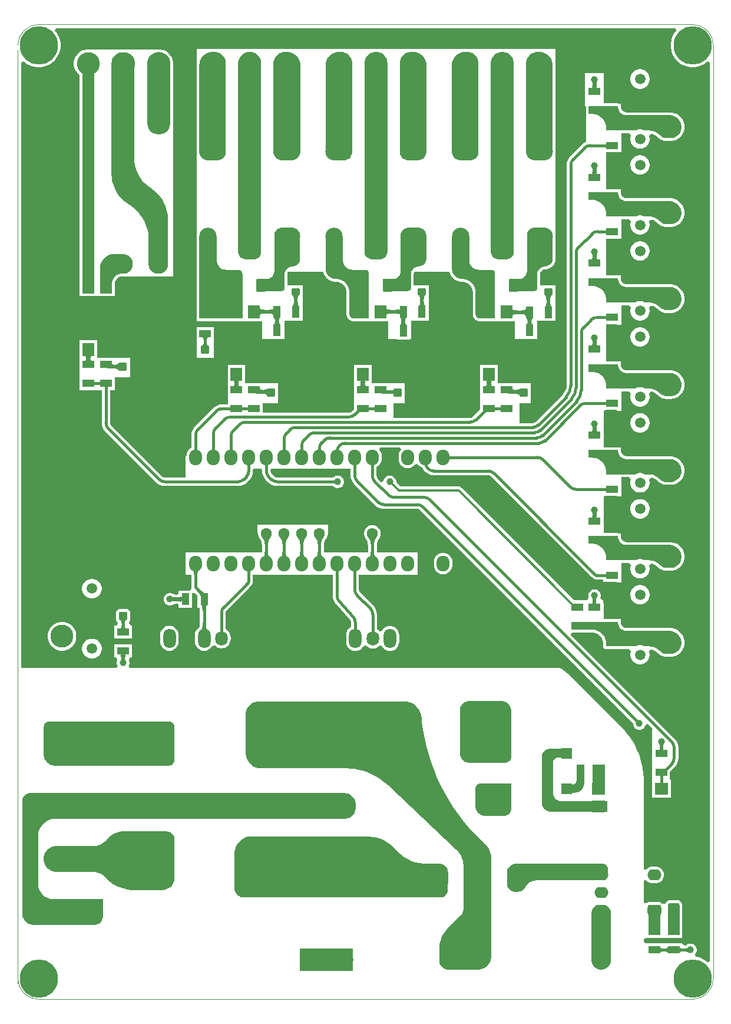
<source format=gtl>
G04*
G04 #@! TF.GenerationSoftware,Altium Limited,Altium Designer,24.7.2 (38)*
G04*
G04 Layer_Physical_Order=1*
G04 Layer_Color=255*
%FSAX43Y43*%
%MOMM*%
G71*
G04*
G04 #@! TF.SameCoordinates,CBEA9559-B170-43FD-8457-18A981A7652A*
G04*
G04*
G04 #@! TF.FilePolarity,Positive*
G04*
G01*
G75*
%ADD12C,0.100*%
%ADD16C,0.400*%
%ADD20R,1.700X1.100*%
%ADD21R,1.100X1.700*%
G04:AMPARAMS|DCode=22|XSize=1.2mm|YSize=1.2mm|CornerRadius=0.12mm|HoleSize=0mm|Usage=FLASHONLY|Rotation=270.000|XOffset=0mm|YOffset=0mm|HoleType=Round|Shape=RoundedRectangle|*
%AMROUNDEDRECTD22*
21,1,1.200,0.960,0,0,270.0*
21,1,0.960,1.200,0,0,270.0*
1,1,0.240,-0.480,-0.480*
1,1,0.240,-0.480,0.480*
1,1,0.240,0.480,0.480*
1,1,0.240,0.480,-0.480*
%
%ADD22ROUNDEDRECTD22*%
%ADD23R,1.500X1.500*%
%ADD24R,1.900X1.700*%
G04:AMPARAMS|DCode=25|XSize=1mm|YSize=1.2mm|CornerRadius=0.15mm|HoleSize=0mm|Usage=FLASHONLY|Rotation=90.000|XOffset=0mm|YOffset=0mm|HoleType=Round|Shape=RoundedRectangle|*
%AMROUNDEDRECTD25*
21,1,1.000,0.900,0,0,90.0*
21,1,0.700,1.200,0,0,90.0*
1,1,0.300,0.450,0.350*
1,1,0.300,0.450,-0.350*
1,1,0.300,-0.450,-0.350*
1,1,0.300,-0.450,0.350*
%
%ADD25ROUNDEDRECTD25*%
G04:AMPARAMS|DCode=26|XSize=1.4mm|YSize=1.8mm|CornerRadius=0.14mm|HoleSize=0mm|Usage=FLASHONLY|Rotation=0.000|XOffset=0mm|YOffset=0mm|HoleType=Round|Shape=RoundedRectangle|*
%AMROUNDEDRECTD26*
21,1,1.400,1.520,0,0,0.0*
21,1,1.120,1.800,0,0,0.0*
1,1,0.280,0.560,-0.760*
1,1,0.280,-0.560,-0.760*
1,1,0.280,-0.560,0.760*
1,1,0.280,0.560,0.760*
%
%ADD26ROUNDEDRECTD26*%
%ADD27R,1.700X1.900*%
%ADD37C,1.600*%
%ADD41C,3.300*%
%ADD52C,0.350*%
%ADD53C,0.500*%
%ADD54C,0.450*%
%ADD55C,2.000*%
%ADD56C,1.500*%
%ADD57C,3.000*%
%ADD58C,2.800*%
%ADD59C,3.200*%
%ADD60C,5.500*%
%ADD61C,3.700*%
%ADD62O,2.000X1.600*%
G04:AMPARAMS|DCode=63|XSize=2mm|YSize=1.6mm|CornerRadius=0.4mm|HoleSize=0mm|Usage=FLASHONLY|Rotation=180.000|XOffset=0mm|YOffset=0mm|HoleType=Round|Shape=RoundedRectangle|*
%AMROUNDEDRECTD63*
21,1,2.000,0.800,0,0,180.0*
21,1,1.200,1.600,0,0,180.0*
1,1,0.800,-0.600,0.400*
1,1,0.800,0.600,0.400*
1,1,0.800,0.600,-0.400*
1,1,0.800,-0.600,-0.400*
%
%ADD63ROUNDEDRECTD63*%
%ADD64O,2.500X4.000*%
%ADD65O,1.850X2.250*%
%ADD66O,1.800X2.800*%
%ADD67O,1.800X2.100*%
%ADD68C,2.500*%
%ADD69C,1.000*%
G36*
X0497107Y0674685D02*
X0497251Y0674335D01*
X0497163Y0674247D01*
X0496872Y0673846D01*
X0496647Y0673404D01*
X0496494Y0672933D01*
X0496416Y0672443D01*
Y0671947D01*
X0496494Y0671458D01*
X0496647Y0670986D01*
X0496872Y0670544D01*
X0497163Y0670143D01*
X0497514Y0669793D01*
X0497915Y0669501D01*
X0498357Y0669276D01*
X0498828Y0669123D01*
X0499318Y0669045D01*
X0499814D01*
X0500304Y0669123D01*
X0500775Y0669276D01*
X0501217Y0669501D01*
X0501618Y0669793D01*
X0501706Y0669881D01*
X0502056Y0669736D01*
X0502056Y0540655D01*
X0501706Y0540510D01*
X0501618Y0540598D01*
X0501217Y0540889D01*
X0500775Y0541115D01*
X0500303Y0541268D01*
X0500032Y0541311D01*
X0499916Y0541684D01*
X0499962Y0541730D01*
X0500080Y0541935D01*
X0500141Y0542164D01*
Y0542401D01*
X0500080Y0542630D01*
X0499962Y0542835D01*
X0499794Y0543002D01*
X0499589Y0543121D01*
X0499360Y0543182D01*
X0499123D01*
X0498894Y0543121D01*
X0498689Y0543002D01*
X0498643Y0542956D01*
X0498625Y0542947D01*
X0498620Y0542943D01*
X0498614Y0542941D01*
X0498583Y0542931D01*
X0498535Y0542921D01*
X0498479Y0542912D01*
X0498441Y0542909D01*
X0498091Y0543169D01*
Y0543232D01*
X0495641D01*
X0495591Y0543232D01*
Y0543232D01*
X0495291D01*
Y0543232D01*
X0492885D01*
X0492791Y0543232D01*
X0492535Y0543458D01*
Y0543806D01*
X0492885Y0544032D01*
X0493152D01*
X0493191Y0544024D01*
X0494891D01*
X0494931Y0544032D01*
X0495241D01*
X0495291Y0544032D01*
X0495591D01*
X0495641Y0544032D01*
X0495952D01*
X0495991Y0544024D01*
X0497691D01*
X0497731Y0544032D01*
X0498091D01*
Y0544393D01*
X0498099Y0544432D01*
Y0548652D01*
X0498099Y0548652D01*
X0498099Y0548726D01*
X0498088Y0548782D01*
X0498068Y0548882D01*
X0498068Y0548882D01*
X0498012Y0549018D01*
X0497924Y0549150D01*
X0497924Y0549150D01*
X0497819Y0549254D01*
X0497687Y0549343D01*
X0497551Y0549399D01*
X0497551Y0549399D01*
X0497452Y0549419D01*
X0497395Y0549430D01*
X0497321Y0549430D01*
X0496361Y0549430D01*
X0496361Y0549430D01*
X0496288Y0549430D01*
X0496132Y0549399D01*
X0495996Y0549343D01*
X0495863Y0549254D01*
X0495759Y0549150D01*
X0495671Y0549018D01*
X0495640Y0548943D01*
X0495606Y0548925D01*
X0495443Y0548886D01*
X0495260Y0548891D01*
X0495212Y0548953D01*
X0495045Y0549081D01*
X0494850Y0549162D01*
X0494641Y0549189D01*
X0493441D01*
X0493233Y0549162D01*
X0493038Y0549081D01*
X0492885Y0548964D01*
X0492819Y0548974D01*
X0492535Y0549090D01*
Y0552223D01*
X0492678Y0552303D01*
X0492885Y0552336D01*
X0492989Y0552210D01*
X0493172Y0552060D01*
X0493380Y0551948D01*
X0493606Y0551880D01*
X0493841Y0551856D01*
X0494241D01*
X0494477Y0551880D01*
X0494703Y0551948D01*
X0494911Y0552060D01*
X0495094Y0552210D01*
X0495244Y0552392D01*
X0495355Y0552601D01*
X0495424Y0552827D01*
X0495447Y0553062D01*
X0495424Y0553297D01*
X0495355Y0553524D01*
X0495244Y0553732D01*
X0495094Y0553915D01*
X0494911Y0554065D01*
X0494703Y0554176D01*
X0494477Y0554245D01*
X0494241Y0554268D01*
X0493841D01*
X0493606Y0554245D01*
X0493380Y0554176D01*
X0493172Y0554065D01*
X0492989Y0553915D01*
X0492885Y0553788D01*
X0492678Y0553822D01*
X0492535Y0553901D01*
X0492535Y0566612D01*
X0492529Y0566964D01*
X0492483Y0567664D01*
X0492392Y0568361D01*
X0492255Y0569049D01*
X0492073Y0569728D01*
X0491847Y0570393D01*
X0491578Y0571042D01*
X0491268Y0571672D01*
X0490917Y0572280D01*
X0490526Y0572864D01*
X0490099Y0573421D01*
X0489636Y0573949D01*
X0489392Y0574202D01*
X0489392Y0574202D01*
X0481449Y0582144D01*
X0481299Y0582281D01*
X0481122Y0582399D01*
X0480968Y0582552D01*
X0480836Y0582641D01*
X0480836Y0582641D01*
X0480629Y0582726D01*
X0480629Y0582726D01*
X0480473Y0582757D01*
X0480361D01*
X0480361Y0582757D01*
X0474861Y0582757D01*
X0474749D01*
X0474710Y0582749D01*
X0471888D01*
X0471848Y0582757D01*
X0471736D01*
X0471736Y0582757D01*
X0466236Y0582757D01*
X0466124D01*
X0466085Y0582749D01*
X0463263D01*
X0463223Y0582757D01*
X0463111D01*
X0463111Y0582757D01*
X0457611Y0582757D01*
X0457499D01*
X0457460Y0582749D01*
X0454896D01*
X0454638D01*
X0454598Y0582757D01*
X0454486D01*
X0454486Y0582757D01*
X0448986Y0582757D01*
X0448874D01*
X0448835Y0582749D01*
X0447671D01*
X0446013D01*
X0445973Y0582757D01*
X0445861D01*
X0445861Y0582757D01*
X0440361Y0582757D01*
X0440249D01*
X0440210Y0582749D01*
X0437388D01*
X0437348Y0582757D01*
X0437236Y0582757D01*
X0437236Y0582757D01*
X0431736Y0582757D01*
X0431625D01*
X0431625Y0582757D01*
X0431585Y0582749D01*
X0428763D01*
X0428723Y0582757D01*
X0428611Y0582757D01*
X0428611Y0582757D01*
X0423111Y0582757D01*
X0423000D01*
X0423000Y0582757D01*
X0422960Y0582749D01*
X0420138D01*
X0420098Y0582757D01*
X0419986Y0582757D01*
X0419986Y0582757D01*
X0418691Y0582757D01*
X0418674Y0582770D01*
X0418508Y0583107D01*
X0418548Y0583177D01*
X0418609Y0583406D01*
Y0583643D01*
X0418548Y0583872D01*
X0418517Y0583924D01*
X0418699Y0584266D01*
X0418715Y0584274D01*
X0418959D01*
Y0586174D01*
X0416459D01*
Y0584274D01*
X0416715D01*
X0416901Y0583924D01*
X0416871Y0583872D01*
X0416809Y0583643D01*
Y0583406D01*
X0416871Y0583177D01*
X0416911Y0583107D01*
X0416744Y0582770D01*
X0416728Y0582757D01*
X0414375Y0582757D01*
X0414375Y0582757D01*
X0414335Y0582749D01*
X0412934D01*
X0411513D01*
X0411473Y0582757D01*
X0411361Y0582757D01*
X0411361Y0582757D01*
X0405861Y0582757D01*
X0405750D01*
X0405750Y0582757D01*
X0405710Y0582749D01*
X0403076D01*
X0403076Y0669736D01*
X0403426Y0669881D01*
X0403514Y0669793D01*
X0403915Y0669501D01*
X0404357Y0669276D01*
X0404828Y0669123D01*
X0405318Y0669045D01*
X0405814D01*
X0406304Y0669123D01*
X0406775Y0669276D01*
X0407217Y0669501D01*
X0407618Y0669793D01*
X0407969Y0670143D01*
X0408260Y0670544D01*
X0408485Y0670986D01*
X0408638Y0671458D01*
X0408716Y0671947D01*
Y0672443D01*
X0408638Y0672933D01*
X0408485Y0673404D01*
X0408260Y0673846D01*
X0407969Y0674247D01*
X0407881Y0674335D01*
X0408026Y0674685D01*
X0497107Y0674685D01*
D02*
G37*
G36*
X0418162Y0584667D02*
X0418119Y0584638D01*
X0418082Y0584588D01*
X0418049Y0584518D01*
X0418022Y0584427D01*
X0417999Y0584318D01*
X0417984Y0584205D01*
X0417995Y0584053D01*
X0418008Y0583992D01*
X0418023Y0583944D01*
X0418040Y0583907D01*
X0418059Y0583881D01*
X0417963D01*
X0417962Y0583867D01*
X0417959Y0583677D01*
X0417459D01*
X0417457Y0583867D01*
X0417456Y0583881D01*
X0417359D01*
X0417378Y0583907D01*
X0417395Y0583944D01*
X0417410Y0583992D01*
X0417423Y0584053D01*
X0417434Y0584124D01*
X0417435Y0584131D01*
X0417419Y0584318D01*
X0417397Y0584427D01*
X0417369Y0584518D01*
X0417337Y0584588D01*
X0417299Y0584638D01*
X0417257Y0584667D01*
X0417209Y0584677D01*
X0418209D01*
X0418162Y0584667D01*
D02*
G37*
G36*
X0472112Y0578008D02*
X0472112Y0578008D01*
X0472446Y0577968D01*
X0472510Y0577956D01*
X0472758Y0577853D01*
X0472981Y0577704D01*
X0473171Y0577514D01*
X0473320Y0577290D01*
X0473423Y0577042D01*
X0473475Y0576779D01*
Y0576645D01*
X0473475Y0569970D01*
X0473475Y0569970D01*
Y0569893D01*
X0473445Y0569742D01*
X0473386Y0569600D01*
X0473301Y0569472D01*
X0473192Y0569363D01*
X0473064Y0569277D01*
X0472921Y0569218D01*
X0472770Y0569188D01*
X0472693Y0569188D01*
X0467507Y0569188D01*
X0467371Y0569188D01*
X0467103Y0569241D01*
X0466851Y0569346D01*
X0466624Y0569497D01*
X0466431Y0569690D01*
X0466280Y0569917D01*
X0466176Y0570169D01*
X0466122Y0570437D01*
X0466122Y0570573D01*
Y0576710D01*
X0466122Y0576710D01*
X0466163Y0577043D01*
X0466172Y0577088D01*
X0466270Y0577325D01*
X0466412Y0577537D01*
X0466593Y0577718D01*
X0466806Y0577860D01*
X0467042Y0577958D01*
X0467293Y0578008D01*
X0467421Y0578008D01*
X0472112Y0578008D01*
X0472112Y0578008D01*
D02*
G37*
G36*
X0407130Y0575099D02*
X0424231Y0575099D01*
X0424231Y0575099D01*
X0424231Y0575099D01*
X0424555Y0575036D01*
X0424643Y0575000D01*
X0424786Y0574905D01*
X0424907Y0574783D01*
X0425002Y0574641D01*
X0425068Y0574483D01*
X0425101Y0574315D01*
X0425101Y0574229D01*
X0425101Y0569619D01*
X0425101D01*
X0425101Y0569532D01*
X0425068Y0569362D01*
X0425001Y0569202D01*
X0424905Y0569057D01*
X0424782Y0568935D01*
X0424638Y0568838D01*
X0424478Y0568772D01*
X0424308Y0568738D01*
X0424221Y0568738D01*
X0407965Y0568738D01*
X0407965Y0568738D01*
X0407800D01*
X0407477Y0568802D01*
X0407172Y0568928D01*
X0406898Y0569112D01*
X0406665Y0569345D01*
X0406482Y0569619D01*
X0406356Y0569923D01*
X0406291Y0570246D01*
Y0570411D01*
Y0574260D01*
X0406291Y0574343D01*
X0406324Y0574505D01*
X0406387Y0574657D01*
X0406479Y0574795D01*
X0406596Y0574912D01*
X0406733Y0575003D01*
X0406886Y0575067D01*
X0407048Y0575099D01*
X0407130Y0575099D01*
D02*
G37*
G36*
X0473475Y0562458D02*
X0473475Y0562370D01*
X0473441Y0562198D01*
X0473374Y0562036D01*
X0473277Y0561891D01*
X0473153Y0561767D01*
X0473007Y0561669D01*
X0472845Y0561602D01*
X0472673Y0561568D01*
X0472585Y0561568D01*
X0469746D01*
X0469608Y0561568D01*
X0469337Y0561622D01*
X0469081Y0561728D01*
X0468851Y0561882D01*
X0468655Y0562077D01*
X0468501Y0562307D01*
X0468395Y0562563D01*
X0468341Y0562835D01*
X0468341Y0562973D01*
Y0562973D01*
X0468341Y0565396D01*
X0468341Y0565474D01*
X0468372Y0565628D01*
X0468432Y0565773D01*
X0468519Y0565904D01*
X0468630Y0566015D01*
X0468761Y0566102D01*
X0468906Y0566162D01*
X0469060Y0566193D01*
X0469138Y0566193D01*
X0469138Y0566193D01*
X0473475D01*
X0473475Y0562458D01*
D02*
G37*
G36*
X0483971Y0566243D02*
X0483971Y0566105D01*
X0483918Y0565834D01*
X0483812Y0565580D01*
X0483659Y0565350D01*
X0483464Y0565155D01*
X0483235Y0565002D01*
X0482980Y0564897D01*
X0482905Y0564882D01*
X0482571Y0564843D01*
X0482571D01*
X0480919Y0564843D01*
X0480671Y0565090D01*
Y0566043D01*
X0482280D01*
X0482338Y0566046D01*
X0482452Y0566068D01*
X0482559Y0566113D01*
X0482655Y0566177D01*
X0482737Y0566259D01*
X0482802Y0566355D01*
X0482846Y0566462D01*
X0482869Y0566576D01*
X0482871Y0566634D01*
X0482871Y0566634D01*
X0482871Y0568878D01*
X0483971D01*
X0483971Y0566243D01*
D02*
G37*
G36*
X0449479Y0564818D02*
X0449479Y0564818D01*
X0449479D01*
X0449806Y0564786D01*
X0449964Y0564754D01*
X0450266Y0564629D01*
X0450539Y0564447D01*
X0450770Y0564215D01*
X0450952Y0563943D01*
X0451078Y0563640D01*
X0451141Y0563319D01*
X0451141Y0563155D01*
X0451141Y0562780D01*
X0451141Y0562780D01*
X0451141Y0562617D01*
X0451078Y0562295D01*
X0450952Y0561993D01*
X0450770Y0561721D01*
X0450539Y0561489D01*
X0450267Y0561307D01*
X0449964Y0561182D01*
X0449643Y0561118D01*
X0449479Y0561118D01*
X0407976Y0561118D01*
X0407976Y0561118D01*
X0407814Y0561113D01*
X0407493Y0561070D01*
X0407179Y0560987D01*
X0406879Y0560862D01*
X0406599Y0560700D01*
X0406341Y0560503D01*
X0406112Y0560273D01*
X0405914Y0560016D01*
X0405752Y0559735D01*
X0405628Y0559435D01*
X0405544Y0559122D01*
X0405502Y0558800D01*
X0405496Y0558638D01*
Y0551812D01*
X0405501Y0551666D01*
X0405539Y0551376D01*
X0405615Y0551094D01*
X0405727Y0550824D01*
X0405873Y0550571D01*
X0406051Y0550339D01*
X0406257Y0550132D01*
X0406489Y0549954D01*
X0406742Y0549808D01*
X0407012Y0549696D01*
X0407295Y0549621D01*
X0407585Y0549583D01*
X0407731Y0549578D01*
X0414819D01*
Y0547131D01*
X0414819Y0547131D01*
Y0547008D01*
X0414771Y0546765D01*
X0414676Y0546537D01*
X0414539Y0546332D01*
X0414365Y0546158D01*
X0414159Y0546021D01*
X0413931Y0545926D01*
X0413689Y0545878D01*
X0413566D01*
X0404908Y0545878D01*
X0404908Y0545878D01*
X0404739Y0545878D01*
X0404409Y0545944D01*
X0404097Y0546073D01*
X0403817Y0546260D01*
X0403579Y0546499D01*
X0403391Y0546779D01*
X0403262Y0547090D01*
X0403196Y0547421D01*
X0403196Y0547590D01*
Y0563641D01*
X0403196Y0563641D01*
X0403240Y0563973D01*
X0403241Y0563980D01*
X0403329Y0564192D01*
X0403456Y0564382D01*
X0403618Y0564544D01*
X0403808Y0564671D01*
X0404019Y0564758D01*
X0404244Y0564803D01*
X0404358Y0564803D01*
X0410601Y0564803D01*
Y0564818D01*
X0449479Y0564818D01*
X0449479Y0564818D01*
D02*
G37*
G36*
X0486966Y0564693D02*
X0485166D01*
Y0568878D01*
X0486966D01*
Y0564693D01*
D02*
G37*
G36*
X0479040Y0571143D02*
X0482171Y0571143D01*
Y0569943D01*
X0480279D01*
X0480205Y0569939D01*
X0480059Y0569910D01*
X0479922Y0569853D01*
X0479799Y0569771D01*
X0479694Y0569666D01*
X0479612Y0569543D01*
X0479555Y0569406D01*
X0479526Y0569260D01*
X0479522Y0569186D01*
X0479522Y0564706D01*
X0479522Y0564706D01*
X0479522Y0564706D01*
X0479527Y0564602D01*
X0479568Y0564400D01*
X0479568Y0564400D01*
X0479577Y0564378D01*
X0479647Y0564209D01*
X0479761Y0564038D01*
X0479907Y0563892D01*
X0480079Y0563777D01*
X0480269Y0563698D01*
X0480472Y0563658D01*
X0480575Y0563653D01*
X0487266Y0563653D01*
Y0562153D01*
X0479175D01*
X0479175Y0562153D01*
X0479049Y0562153D01*
X0478802Y0562202D01*
X0478570Y0562298D01*
X0478361Y0562438D01*
X0478183Y0562616D01*
X0478043Y0562825D01*
X0477947Y0563057D01*
X0477898Y0563304D01*
X0477898Y0563430D01*
X0477898Y0570000D01*
X0477898Y0570113D01*
X0477942Y0570334D01*
X0478028Y0570542D01*
X0478153Y0570729D01*
X0478312Y0570888D01*
X0478499Y0571013D01*
X0478707Y0571099D01*
X0478928Y0571143D01*
X0479040Y0571143D01*
D02*
G37*
G36*
X0452770Y0558565D02*
X0452770Y0558565D01*
X0452770D01*
X0453100Y0558562D01*
X0453653Y0558502D01*
X0454230Y0558376D01*
X0454790Y0558188D01*
X0455327Y0557941D01*
X0455834Y0557639D01*
X0456306Y0557283D01*
X0456702Y0556911D01*
X0456929Y0556655D01*
X0456929Y0556655D01*
X0456929Y0556655D01*
X0456929Y0556655D01*
X0456929Y0556654D01*
X0457138Y0556424D01*
X0457162Y0556401D01*
X0457591Y0556000D01*
X0458087Y0555626D01*
X0458620Y0555307D01*
X0459184Y0555048D01*
X0459773Y0554851D01*
X0460380Y0554718D01*
X0460998Y0554651D01*
X0461308Y0554643D01*
X0463231Y0554643D01*
X0463231Y0554643D01*
X0463231Y0554643D01*
X0463563Y0554600D01*
X0463569Y0554598D01*
X0463781Y0554511D01*
X0463971Y0554384D01*
X0464132Y0554222D01*
X0464259Y0554032D01*
X0464347Y0553821D01*
X0464391Y0553597D01*
X0464391Y0553482D01*
X0464391Y0550931D01*
X0464391D01*
X0464391Y0550823D01*
X0464349Y0550612D01*
X0464267Y0550413D01*
X0464147Y0550234D01*
X0463995Y0550082D01*
X0463816Y0549962D01*
X0463617Y0549880D01*
X0463406Y0549838D01*
X0463298Y0549838D01*
X0435005Y0549838D01*
X0435005Y0549838D01*
X0434881Y0549838D01*
X0434638Y0549886D01*
X0434409Y0549981D01*
X0434203Y0550119D01*
X0434027Y0550294D01*
X0433890Y0550500D01*
X0433795Y0550729D01*
X0433746Y0550972D01*
X0433746Y0551096D01*
X0433746Y0556190D01*
X0433746Y0556190D01*
Y0556346D01*
X0433787Y0556654D01*
X0433868Y0556955D01*
X0433987Y0557243D01*
X0434143Y0557512D01*
X0434332Y0557759D01*
X0434552Y0557980D01*
X0434799Y0558169D01*
X0435069Y0558325D01*
X0435357Y0558444D01*
X0435657Y0558525D01*
X0435966Y0558565D01*
X0436122Y0558565D01*
X0452770Y0558565D01*
X0452770Y0558565D01*
D02*
G37*
G36*
X0417668Y0559298D02*
X0423946Y0559298D01*
X0423946Y0559298D01*
X0423946Y0559298D01*
X0424267Y0559257D01*
X0424283Y0559254D01*
X0424493Y0559166D01*
X0424682Y0559040D01*
X0424843Y0558879D01*
X0424970Y0558690D01*
X0425057Y0558479D01*
X0425101Y0558256D01*
X0425101Y0558142D01*
X0425101Y0552718D01*
X0425101Y0552718D01*
X0425101Y0552718D01*
Y0552717D01*
X0425073Y0552394D01*
X0425032Y0552189D01*
X0424895Y0551858D01*
X0424696Y0551561D01*
X0424443Y0551308D01*
X0424146Y0551110D01*
X0423816Y0550973D01*
X0423465Y0550903D01*
X0423286Y0550903D01*
X0419191Y0550903D01*
X0419191Y0550903D01*
X0418914Y0550903D01*
X0418363Y0550961D01*
X0417822Y0551075D01*
X0417295Y0551246D01*
X0416789Y0551470D01*
X0416309Y0551746D01*
X0415860Y0552071D01*
X0415448Y0552440D01*
X0415262Y0552645D01*
X0415262Y0552645D01*
X0415169Y0552743D01*
X0414967Y0552924D01*
X0414748Y0553082D01*
X0414513Y0553217D01*
X0414266Y0553327D01*
X0414008Y0553410D01*
X0413743Y0553466D01*
X0413474Y0553495D01*
X0413339Y0553498D01*
X0410615Y0553498D01*
X0408165D01*
X0408164Y0553498D01*
X0407980Y0553498D01*
X0407618Y0553570D01*
X0407277Y0553711D01*
X0406970Y0553916D01*
X0406710Y0554177D01*
X0406505Y0554484D01*
X0406363Y0554825D01*
X0406291Y0555187D01*
X0406291Y0555371D01*
Y0555551D01*
X0406362Y0555904D01*
X0406499Y0556236D01*
X0406699Y0556536D01*
X0406954Y0556790D01*
X0407253Y0556990D01*
X0407585Y0557128D01*
X0407938Y0557198D01*
X0408118D01*
X0413379Y0557198D01*
X0413379Y0557198D01*
X0413379Y0557198D01*
X0413379Y0557198D01*
X0413526Y0557202D01*
X0413820Y0557236D01*
X0414107Y0557302D01*
X0414385Y0557401D01*
X0414651Y0557531D01*
X0414899Y0557690D01*
X0415128Y0557876D01*
X0415335Y0558088D01*
X0415428Y0558202D01*
X0415428Y0558202D01*
X0415428D01*
X0415428Y0558202D01*
X0415654Y0558458D01*
X0415753Y0558560D01*
X0416004Y0558764D01*
X0416276Y0558938D01*
X0416566Y0559080D01*
X0416871Y0559188D01*
X0417185Y0559261D01*
X0417506Y0559298D01*
X0417668Y0559298D01*
D02*
G37*
G36*
X0486861Y0554613D02*
X0487005Y0554553D01*
X0487135Y0554466D01*
X0487245Y0554356D01*
X0487331Y0554227D01*
X0487353Y0554174D01*
X0487421Y0553852D01*
X0487421Y0553852D01*
X0487421Y0553852D01*
X0487421Y0553044D01*
X0487421Y0552967D01*
X0487391Y0552816D01*
X0487333Y0552674D01*
X0487247Y0552546D01*
X0487138Y0552437D01*
X0487010Y0552351D01*
X0486956Y0552329D01*
X0486641Y0552262D01*
X0486640Y0552262D01*
X0486640Y0552262D01*
X0486640Y0552262D01*
X0477011Y0552262D01*
X0476897Y0552258D01*
X0476671Y0552226D01*
X0476453Y0552163D01*
X0476245Y0552070D01*
X0476052Y0551948D01*
X0475879Y0551801D01*
X0475727Y0551630D01*
X0475602Y0551441D01*
X0475549Y0551340D01*
X0475549Y0551340D01*
X0475512Y0551262D01*
X0475417Y0551118D01*
X0475302Y0550989D01*
X0475171Y0550878D01*
X0475025Y0550786D01*
X0474868Y0550715D01*
X0474768Y0550686D01*
X0474446Y0550643D01*
X0474445Y0550643D01*
X0474445Y0550643D01*
X0474445Y0550643D01*
X0474110Y0550643D01*
X0473990Y0550643D01*
X0473754Y0550690D01*
X0473533Y0550782D01*
X0473333Y0550915D01*
X0473163Y0551085D01*
X0473030Y0551284D01*
X0472938Y0551506D01*
X0472931Y0551540D01*
X0472891Y0551861D01*
X0472891Y0551861D01*
X0472891D01*
Y0553413D01*
X0472891Y0553534D01*
X0472939Y0553772D01*
X0473031Y0553996D01*
X0473166Y0554197D01*
X0473337Y0554368D01*
X0473539Y0554503D01*
X0473763Y0554596D01*
X0474000Y0554643D01*
X0474122Y0554643D01*
X0474122Y0554643D01*
X0486708D01*
X0486861Y0554613D01*
D02*
G37*
G36*
X0497531Y0548966D02*
X0497635Y0548862D01*
X0497691Y0548726D01*
X0497691Y0548652D01*
X0497691D01*
Y0544432D01*
X0495991D01*
Y0548652D01*
X0495991Y0548726D01*
X0496048Y0548862D01*
X0496152Y0548966D01*
X0496288Y0549022D01*
X0496361Y0549022D01*
X0496361Y0549022D01*
X0497321Y0549022D01*
X0497395Y0549022D01*
X0497531Y0548966D01*
D02*
G37*
G36*
X0494731Y0548066D02*
X0494835Y0547962D01*
X0494891Y0547826D01*
X0494891Y0547752D01*
X0494891Y0547752D01*
Y0544432D01*
X0493191D01*
X0493191Y0547752D01*
X0493191Y0547826D01*
X0493248Y0547962D01*
X0493352Y0548066D01*
X0493488Y0548122D01*
X0493561Y0548122D01*
Y0548122D01*
X0494521Y0548122D01*
X0494595Y0548122D01*
X0494731Y0548066D01*
D02*
G37*
G36*
X0495998Y0541882D02*
X0495990Y0541920D01*
X0495965Y0541954D01*
X0495925Y0541984D01*
X0495869Y0542010D01*
X0495797Y0542032D01*
X0495708Y0542050D01*
X0495604Y0542064D01*
X0495455Y0542073D01*
X0495174Y0542050D01*
X0495086Y0542032D01*
X0495014Y0542010D01*
X0494958Y0541984D01*
X0494917Y0541954D01*
X0494893Y0541920D01*
X0494885Y0541882D01*
Y0542682D01*
X0494893Y0542644D01*
X0494917Y0542610D01*
X0494958Y0542580D01*
X0495014Y0542554D01*
X0495086Y0542532D01*
X0495174Y0542514D01*
X0495279Y0542500D01*
X0495428Y0542491D01*
X0495708Y0542514D01*
X0495797Y0542532D01*
X0495869Y0542554D01*
X0495925Y0542580D01*
X0495965Y0542610D01*
X0495990Y0542644D01*
X0495998Y0542682D01*
Y0541882D01*
D02*
G37*
G36*
X0497693Y0542644D02*
X0497717Y0542610D01*
X0497758Y0542580D01*
X0497814Y0542554D01*
X0497886Y0542532D01*
X0497974Y0542514D01*
X0498079Y0542500D01*
X0498272Y0542488D01*
X0498525Y0542506D01*
X0498611Y0542520D01*
X0498686Y0542536D01*
X0498751Y0542556D01*
X0498805Y0542578D01*
X0498850Y0542604D01*
X0498884Y0542632D01*
Y0541932D01*
X0498850Y0541961D01*
X0498805Y0541986D01*
X0498751Y0542009D01*
X0498686Y0542028D01*
X0498611Y0542045D01*
X0498525Y0542058D01*
X0498325Y0542076D01*
X0498296Y0542077D01*
X0497974Y0542050D01*
X0497886Y0542032D01*
X0497814Y0542010D01*
X0497758Y0541984D01*
X0497717Y0541954D01*
X0497693Y0541920D01*
X0497685Y0541882D01*
Y0542682D01*
X0497693Y0542644D01*
D02*
G37*
G36*
X0486971Y0548736D02*
X0487190Y0548646D01*
X0487386Y0548514D01*
X0487554Y0548347D01*
X0487685Y0548151D01*
X0487775Y0547932D01*
X0487821Y0547700D01*
Y0547582D01*
Y0540848D01*
Y0540710D01*
X0487768Y0540440D01*
X0487662Y0540185D01*
X0487509Y0539956D01*
X0487314Y0539761D01*
X0487085Y0539607D01*
X0486830Y0539502D01*
X0486559Y0539448D01*
X0486284D01*
X0486013Y0539502D01*
X0485758Y0539607D01*
X0485529Y0539761D01*
X0485334Y0539956D01*
X0485181Y0540185D01*
X0485075Y0540440D01*
X0485021Y0540710D01*
Y0540848D01*
Y0547562D01*
Y0547682D01*
X0485068Y0547918D01*
X0485160Y0548140D01*
X0485294Y0548340D01*
X0485464Y0548510D01*
X0485664Y0548643D01*
X0485886Y0548735D01*
X0486121Y0548782D01*
X0486740D01*
X0486971Y0548736D01*
D02*
G37*
G36*
X0458530Y0577937D02*
X0458835Y0577860D01*
X0459129Y0577746D01*
X0459407Y0577597D01*
X0459664Y0577415D01*
X0459896Y0577203D01*
X0460101Y0576963D01*
X0460275Y0576701D01*
X0460415Y0576419D01*
X0460519Y0576121D01*
X0460586Y0575814D01*
X0460600Y0575657D01*
X0460600D01*
X0460661Y0575060D01*
X0460822Y0573871D01*
X0461034Y0572691D01*
X0461297Y0571520D01*
X0461611Y0570362D01*
X0461974Y0569219D01*
X0462387Y0568093D01*
X0462848Y0566986D01*
X0463357Y0565900D01*
X0463913Y0564836D01*
X0464514Y0563798D01*
X0465159Y0562787D01*
X0465848Y0561805D01*
X0466579Y0560854D01*
X0467351Y0559936D01*
X0468161Y0559052D01*
X0468581Y0558623D01*
X0468581Y0558623D01*
X0468581Y0558623D01*
X0469902Y0557301D01*
X0469990Y0557214D01*
X0470147Y0557022D01*
X0470285Y0556816D01*
X0470402Y0556597D01*
X0470497Y0556368D01*
X0470569Y0556131D01*
X0470617Y0555888D01*
X0470622Y0555841D01*
X0470641Y0555517D01*
Y0555517D01*
X0470641D01*
X0470641Y0555517D01*
X0470641Y0541441D01*
X0470641Y0541244D01*
X0470565Y0540858D01*
X0470414Y0540494D01*
X0470195Y0540167D01*
X0469917Y0539889D01*
X0469590Y0539670D01*
X0469226Y0539519D01*
X0468840Y0539443D01*
X0468643Y0539443D01*
X0464523D01*
X0464387Y0539443D01*
X0464120Y0539496D01*
X0463869Y0539600D01*
X0463642Y0539751D01*
X0463450Y0539943D01*
X0463299Y0540170D01*
X0463195Y0540421D01*
X0463141Y0540688D01*
X0463141Y0540824D01*
X0463141Y0540824D01*
X0463141Y0542380D01*
X0463141Y0542591D01*
X0463183Y0543011D01*
X0463265Y0543425D01*
X0463388Y0543828D01*
X0463549Y0544218D01*
X0463748Y0544590D01*
X0463982Y0544941D01*
X0464250Y0545267D01*
X0464399Y0545417D01*
X0464399Y0545417D01*
X0466281Y0547298D01*
X0466362Y0547387D01*
X0466496Y0547588D01*
X0466589Y0547811D01*
X0466636Y0548048D01*
X0466641Y0548169D01*
X0466641Y0548169D01*
X0466641Y0554216D01*
X0466637Y0554392D01*
X0466601Y0554742D01*
X0466530Y0555087D01*
X0466424Y0555423D01*
X0466284Y0555746D01*
X0466112Y0556054D01*
X0465910Y0556342D01*
X0465679Y0556608D01*
X0465554Y0556732D01*
X0465554Y0556732D01*
X0455808Y0565911D01*
X0455597Y0566103D01*
X0455157Y0566467D01*
X0454696Y0566804D01*
X0454214Y0567110D01*
X0453714Y0567385D01*
X0453198Y0567629D01*
X0452667Y0567839D01*
X0452124Y0568016D01*
X0451572Y0568158D01*
X0451011Y0568266D01*
X0450444Y0568337D01*
X0449913Y0568371D01*
X0449875Y0568373D01*
X0449596Y0568378D01*
X0449589Y0568378D01*
X0449589Y0568378D01*
Y0568378D01*
X0437500Y0568378D01*
X0437358Y0568378D01*
X0437078Y0568415D01*
X0436805Y0568488D01*
X0436543Y0568596D01*
X0436298Y0568738D01*
X0436073Y0568910D01*
X0435873Y0569110D01*
X0435701Y0569335D01*
X0435560Y0569580D01*
X0435451Y0569841D01*
X0435378Y0570115D01*
X0435341Y0570395D01*
X0435341Y0570537D01*
X0435341Y0570537D01*
X0435343Y0576156D01*
X0435343Y0576334D01*
X0435413Y0576684D01*
X0435549Y0577014D01*
X0435747Y0577310D01*
X0436000Y0577562D01*
X0436296Y0577760D01*
X0436625Y0577897D01*
X0436975Y0577966D01*
X0437153Y0577967D01*
X0437153Y0577967D01*
X0458060Y0577975D01*
X0458217Y0577975D01*
X0458530Y0577937D01*
D02*
G37*
G36*
X0450759Y0539248D02*
X0443141Y0539248D01*
Y0542448D01*
X0450759D01*
Y0539248D01*
D02*
G37*
%LPC*%
G36*
X0477736Y0671659D02*
X0477548Y0671659D01*
X0477313Y0671659D01*
X0477313Y0671659D01*
X0477148D01*
X0477108Y0671652D01*
X0477087D01*
X0477087Y0671652D01*
X0472416D01*
X0472377Y0671659D01*
X0472215Y0671659D01*
X0472052Y0671659D01*
X0472012Y0671652D01*
X0472007D01*
X0472007Y0671652D01*
X0467331D01*
X0467331Y0671652D01*
X0467203D01*
X0467147Y0671657D01*
X0467126Y0671655D01*
X0467105Y0671659D01*
X0466682Y0671659D01*
X0466643Y0671652D01*
X0459625D01*
X0459586Y0671659D01*
X0459398Y0671659D01*
X0459163Y0671659D01*
X0459163Y0671659D01*
X0458998D01*
X0458958Y0671652D01*
X0454266D01*
X0454227Y0671659D01*
X0454065Y0671659D01*
X0453902Y0671659D01*
X0453862Y0671652D01*
X0449053D01*
X0448997Y0671657D01*
X0448976Y0671655D01*
X0448955Y0671659D01*
X0448532Y0671659D01*
X0448493Y0671652D01*
X0441475D01*
X0441436Y0671659D01*
X0441248Y0671659D01*
X0440848Y0671659D01*
X0440808Y0671652D01*
X0436012D01*
X0435957Y0671657D01*
X0435915Y0671653D01*
X0435873Y0671657D01*
X0435818Y0671652D01*
X0430903D01*
X0430846Y0671657D01*
X0430826Y0671655D01*
X0430805Y0671659D01*
X0430382Y0671659D01*
X0430343Y0671652D01*
X0428266D01*
Y0671458D01*
X0428261D01*
Y0669469D01*
X0428253Y0669375D01*
X0428255Y0669358D01*
X0428251Y0669341D01*
Y0669341D01*
X0428251Y0669341D01*
X0428251Y0656945D01*
X0428251Y0656883D01*
X0428251Y0656883D01*
X0428251Y0656883D01*
Y0656821D01*
X0428259Y0656782D01*
X0428259Y0656742D01*
X0428261Y0656734D01*
Y0644911D01*
X0428259Y0644903D01*
Y0644780D01*
X0428251Y0644741D01*
Y0640306D01*
X0428253Y0640299D01*
X0428251Y0640292D01*
X0428261Y0640017D01*
Y0639919D01*
X0428251Y0639649D01*
X0428253Y0639642D01*
X0428251Y0639635D01*
Y0639191D01*
X0428250Y0639185D01*
Y0632958D01*
X0428258Y0632919D01*
Y0632558D01*
X0428619D01*
X0428658Y0632551D01*
X0432736D01*
X0432737Y0632551D01*
X0432738Y0632551D01*
X0432739Y0632551D01*
X0434854D01*
X0434898Y0632559D01*
X0435252Y0632559D01*
Y0632559D01*
X0435292D01*
Y0632559D01*
X0437684D01*
Y0630008D01*
X0440922D01*
Y0632608D01*
X0443522D01*
Y0636405D01*
X0443526Y0636441D01*
Y0637141D01*
X0443522Y0637177D01*
Y0637691D01*
X0443007D01*
X0442972Y0637695D01*
X0442072D01*
X0442036Y0637691D01*
X0441329D01*
X0441329Y0639319D01*
X0441333Y0639388D01*
X0441362Y0639533D01*
X0441414Y0639660D01*
X0441453Y0639718D01*
X0446456D01*
X0446458Y0639701D01*
X0446468Y0639670D01*
X0446471Y0639637D01*
X0446487Y0639585D01*
X0446490Y0639579D01*
X0446491Y0639572D01*
X0446508Y0639520D01*
X0446512Y0639514D01*
X0446513Y0639507D01*
X0446532Y0639456D01*
X0446536Y0639450D01*
X0446537Y0639443D01*
X0446558Y0639393D01*
X0446562Y0639387D01*
X0446563Y0639379D01*
X0446586Y0639330D01*
X0446590Y0639324D01*
X0446592Y0639317D01*
X0446616Y0639269D01*
X0446621Y0639263D01*
X0446623Y0639256D01*
X0446649Y0639209D01*
X0446654Y0639203D01*
X0446656Y0639196D01*
X0446684Y0639150D01*
X0446689Y0639144D01*
X0446691Y0639137D01*
X0446720Y0639092D01*
X0446726Y0639086D01*
X0446729Y0639080D01*
X0446759Y0639035D01*
X0446765Y0639030D01*
X0446768Y0639023D01*
X0446800Y0638980D01*
X0446806Y0638975D01*
X0446809Y0638969D01*
X0446843Y0638927D01*
X0446849Y0638922D01*
X0446852Y0638916D01*
X0446888Y0638875D01*
X0446893Y0638870D01*
X0446897Y0638864D01*
X0446934Y0638825D01*
X0446940Y0638820D01*
X0446944Y0638814D01*
X0446982Y0638776D01*
X0446988Y0638772D01*
X0446993Y0638766D01*
X0447032Y0638729D01*
X0447039Y0638725D01*
X0447043Y0638719D01*
X0447084Y0638684D01*
X0447090Y0638680D01*
X0447095Y0638675D01*
X0447137Y0638641D01*
X0447144Y0638637D01*
X0447149Y0638632D01*
X0447192Y0638599D01*
X0447198Y0638596D01*
X0447204Y0638591D01*
X0447248Y0638560D01*
X0447255Y0638557D01*
X0447260Y0638552D01*
X0447305Y0638523D01*
X0447312Y0638520D01*
X0447318Y0638515D01*
X0447364Y0638488D01*
X0447371Y0638485D01*
X0447377Y0638481D01*
X0447424Y0638455D01*
X0447431Y0638453D01*
X0447437Y0638448D01*
X0447485Y0638424D01*
X0447493Y0638422D01*
X0447499Y0638418D01*
X0447548Y0638395D01*
X0447555Y0638393D01*
X0447561Y0638389D01*
X0447611Y0638369D01*
X0447618Y0638367D01*
X0447624Y0638363D01*
X0447675Y0638344D01*
X0447682Y0638343D01*
X0447689Y0638340D01*
X0447740Y0638323D01*
X0447747Y0638322D01*
X0447754Y0638318D01*
X0447806Y0638303D01*
X0447813Y0638302D01*
X0447820Y0638299D01*
X0447872Y0638286D01*
X0447879Y0638285D01*
X0447886Y0638282D01*
X0447939Y0638271D01*
X0447946Y0638271D01*
X0447953Y0638268D01*
X0448006Y0638259D01*
X0448014Y0638259D01*
X0448020Y0638256D01*
X0448074Y0638249D01*
X0448081Y0638249D01*
X0448088Y0638247D01*
X0448142Y0638241D01*
X0448149Y0638242D01*
X0448156Y0638240D01*
X0448210Y0638236D01*
X0448218Y0638237D01*
X0448225Y0638235D01*
X0448279Y0638233D01*
X0448286Y0638234D01*
X0448293Y0638233D01*
X0448318Y0638233D01*
X0448341Y0638233D01*
X0448388Y0638231D01*
X0448433Y0638229D01*
X0448478Y0638224D01*
X0448523Y0638219D01*
X0448568Y0638212D01*
X0448612Y0638204D01*
X0448656Y0638195D01*
X0448700Y0638184D01*
X0448744Y0638172D01*
X0448787Y0638158D01*
X0448829Y0638143D01*
X0448872Y0638128D01*
X0448913Y0638110D01*
X0448955Y0638092D01*
X0448995Y0638072D01*
X0449035Y0638051D01*
X0449075Y0638029D01*
X0449113Y0638005D01*
X0449151Y0637981D01*
X0449188Y0637955D01*
X0449225Y0637928D01*
X0449260Y0637901D01*
X0449295Y0637872D01*
X0449329Y0637842D01*
X0449362Y0637811D01*
X0449394Y0637779D01*
X0449425Y0637746D01*
X0449454Y0637712D01*
X0449483Y0637677D01*
X0449511Y0637642D01*
X0449538Y0637605D01*
X0449564Y0637568D01*
X0449588Y0637530D01*
X0449612Y0637492D01*
X0449634Y0637452D01*
X0449655Y0637412D01*
X0449675Y0637372D01*
X0449693Y0637331D01*
X0449710Y0637289D01*
X0449726Y0637247D01*
X0449741Y0637204D01*
X0449755Y0637161D01*
X0449767Y0637117D01*
X0449777Y0637073D01*
X0449787Y0637029D01*
X0449794Y0636988D01*
X0449795Y0636988D01*
Y0636988D01*
X0449795Y0636985D01*
X0449802Y0636940D01*
X0449807Y0636895D01*
X0449811Y0636850D01*
X0449814Y0636805D01*
X0449816Y0636759D01*
X0449816Y0636735D01*
X0449816Y0636735D01*
Y0633608D01*
X0449818Y0633598D01*
X0449816Y0633588D01*
X0449818Y0633556D01*
X0449820Y0633546D01*
X0449819Y0633536D01*
X0449823Y0633503D01*
X0449825Y0633493D01*
X0449825Y0633483D01*
X0449830Y0633451D01*
X0449833Y0633441D01*
Y0633431D01*
X0449840Y0633399D01*
X0449843Y0633390D01*
X0449844Y0633379D01*
X0449852Y0633348D01*
X0449856Y0633339D01*
X0449857Y0633328D01*
X0449867Y0633297D01*
X0449872Y0633288D01*
X0449873Y0633278D01*
X0449884Y0633247D01*
X0449889Y0633239D01*
X0449891Y0633229D01*
X0449904Y0633198D01*
X0449909Y0633190D01*
X0449912Y0633180D01*
X0449926Y0633151D01*
X0449932Y0633142D01*
X0449935Y0633133D01*
X0449950Y0633104D01*
X0449957Y0633096D01*
X0449960Y0633086D01*
X0449977Y0633058D01*
X0449984Y0633051D01*
X0449988Y0633041D01*
X0450006Y0633014D01*
X0450013Y0633007D01*
X0450017Y0632998D01*
X0450037Y0632972D01*
X0450044Y0632965D01*
X0450049Y0632956D01*
X0450070Y0632931D01*
X0450078Y0632924D01*
X0450083Y0632915D01*
X0450105Y0632891D01*
X0450113Y0632885D01*
X0450119Y0632877D01*
X0450142Y0632854D01*
X0450150Y0632848D01*
X0450156Y0632840D01*
X0450181Y0632818D01*
X0450189Y0632813D01*
X0450196Y0632805D01*
X0450221Y0632784D01*
X0450230Y0632779D01*
X0450237Y0632772D01*
X0450263Y0632752D01*
X0450272Y0632748D01*
X0450279Y0632741D01*
X0450307Y0632722D01*
X0450316Y0632719D01*
X0450324Y0632712D01*
X0450352Y0632695D01*
X0450361Y0632692D01*
X0450369Y0632685D01*
X0450398Y0632670D01*
X0450408Y0632667D01*
X0450416Y0632661D01*
X0450445Y0632647D01*
X0450455Y0632644D01*
X0450464Y0632639D01*
X0450494Y0632626D01*
X0450504Y0632624D01*
X0450513Y0632619D01*
X0450543Y0632608D01*
X0450553Y0632606D01*
X0450562Y0632602D01*
X0450594Y0632592D01*
X0450604Y0632591D01*
X0450613Y0632587D01*
X0450645Y0632579D01*
X0450655Y0632578D01*
X0450664Y0632574D01*
X0450696Y0632568D01*
X0450706D01*
X0450716Y0632565D01*
X0450748Y0632560D01*
X0450758Y0632560D01*
X0450768Y0632557D01*
X0450801Y0632554D01*
X0450811Y0632555D01*
X0450821Y0632553D01*
X0450853Y0632551D01*
X0450863Y0632553D01*
X0450873Y0632551D01*
X0453004D01*
X0453048Y0632559D01*
X0453402Y0632559D01*
Y0632559D01*
X0453442D01*
Y0632559D01*
X0455834D01*
Y0630008D01*
X0457022D01*
Y0629974D01*
X0458922D01*
Y0630008D01*
X0459072D01*
Y0632608D01*
X0461672D01*
Y0636405D01*
X0461676Y0636441D01*
Y0637141D01*
X0461672Y0637177D01*
Y0637691D01*
X0461157D01*
X0461122Y0637695D01*
X0460222D01*
X0460186Y0637691D01*
X0459479D01*
X0459479Y0639319D01*
X0459483Y0639388D01*
X0459512Y0639533D01*
X0459564Y0639660D01*
X0459598Y0639710D01*
X0464607D01*
X0464611Y0639682D01*
X0464620Y0639658D01*
X0464623Y0639633D01*
X0464637Y0639585D01*
X0464640Y0639579D01*
X0464641Y0639572D01*
X0464658Y0639520D01*
X0464662Y0639514D01*
X0464663Y0639507D01*
X0464682Y0639456D01*
X0464686Y0639450D01*
X0464687Y0639443D01*
X0464708Y0639393D01*
X0464712Y0639387D01*
X0464713Y0639379D01*
X0464736Y0639330D01*
X0464740Y0639324D01*
X0464742Y0639317D01*
X0464766Y0639269D01*
X0464771Y0639263D01*
X0464773Y0639256D01*
X0464799Y0639209D01*
X0464804Y0639203D01*
X0464806Y0639196D01*
X0464834Y0639150D01*
X0464839Y0639144D01*
X0464841Y0639137D01*
X0464870Y0639092D01*
X0464876Y0639086D01*
X0464879Y0639080D01*
X0464909Y0639035D01*
X0464915Y0639030D01*
X0464918Y0639023D01*
X0464950Y0638980D01*
X0464956Y0638975D01*
X0464959Y0638969D01*
X0464993Y0638927D01*
X0464999Y0638922D01*
X0465002Y0638916D01*
X0465038Y0638875D01*
X0465043Y0638870D01*
X0465047Y0638864D01*
X0465084Y0638825D01*
X0465090Y0638820D01*
X0465094Y0638814D01*
X0465132Y0638776D01*
X0465139Y0638772D01*
X0465143Y0638766D01*
X0465182Y0638729D01*
X0465189Y0638725D01*
X0465193Y0638719D01*
X0465234Y0638684D01*
X0465240Y0638680D01*
X0465245Y0638675D01*
X0465287Y0638641D01*
X0465294Y0638637D01*
X0465299Y0638632D01*
X0465342Y0638600D01*
X0465349Y0638596D01*
X0465354Y0638591D01*
X0465398Y0638560D01*
X0465405Y0638557D01*
X0465410Y0638552D01*
X0465455Y0638523D01*
X0465462Y0638520D01*
X0465468Y0638515D01*
X0465514Y0638488D01*
X0465521Y0638485D01*
X0465527Y0638481D01*
X0465574Y0638455D01*
X0465581Y0638453D01*
X0465587Y0638448D01*
X0465635Y0638424D01*
X0465643Y0638422D01*
X0465649Y0638418D01*
X0465698Y0638395D01*
X0465705Y0638393D01*
X0465711Y0638389D01*
X0465761Y0638369D01*
X0465768Y0638367D01*
X0465774Y0638363D01*
X0465825Y0638344D01*
X0465832Y0638343D01*
X0465839Y0638340D01*
X0465890Y0638323D01*
X0465897Y0638322D01*
X0465904Y0638318D01*
X0465956Y0638303D01*
X0465963Y0638302D01*
X0465970Y0638299D01*
X0466022Y0638286D01*
X0466029Y0638285D01*
X0466036Y0638282D01*
X0466089Y0638271D01*
X0466096Y0638271D01*
X0466103Y0638268D01*
X0466156Y0638259D01*
X0466164Y0638259D01*
X0466171Y0638256D01*
X0466224Y0638249D01*
X0466231Y0638249D01*
X0466238Y0638247D01*
X0466292Y0638241D01*
X0466299Y0638242D01*
X0466307Y0638240D01*
X0466360Y0638236D01*
X0466368Y0638237D01*
X0466375Y0638235D01*
X0466429Y0638233D01*
X0466436Y0638234D01*
X0466443Y0638233D01*
X0466468Y0638233D01*
X0466491Y0638233D01*
X0466538Y0638231D01*
X0466583Y0638229D01*
X0466628Y0638224D01*
X0466673Y0638219D01*
X0466718Y0638212D01*
X0466762Y0638204D01*
X0466806Y0638195D01*
X0466850Y0638184D01*
X0466894Y0638172D01*
X0466937Y0638158D01*
X0466979Y0638143D01*
X0467022Y0638128D01*
X0467063Y0638110D01*
X0467105Y0638092D01*
X0467145Y0638072D01*
X0467185Y0638051D01*
X0467225Y0638029D01*
X0467263Y0638005D01*
X0467301Y0637981D01*
X0467338Y0637955D01*
X0467375Y0637928D01*
X0467410Y0637901D01*
X0467445Y0637872D01*
X0467479Y0637842D01*
X0467512Y0637811D01*
X0467544Y0637779D01*
X0467575Y0637746D01*
X0467605Y0637712D01*
X0467633Y0637677D01*
X0467661Y0637642D01*
X0467688Y0637605D01*
X0467714Y0637568D01*
X0467738Y0637530D01*
X0467762Y0637492D01*
X0467784Y0637452D01*
X0467805Y0637412D01*
X0467825Y0637372D01*
X0467843Y0637331D01*
X0467860Y0637289D01*
X0467876Y0637247D01*
X0467891Y0637204D01*
X0467905Y0637161D01*
X0467917Y0637117D01*
X0467927Y0637073D01*
X0467937Y0637029D01*
X0467945Y0636988D01*
X0467945Y0636988D01*
Y0636988D01*
X0467945Y0636985D01*
X0467952Y0636940D01*
X0467957Y0636895D01*
X0467961Y0636850D01*
X0467964Y0636805D01*
X0467966Y0636759D01*
X0467966Y0636735D01*
X0467966Y0636735D01*
Y0633608D01*
X0467968Y0633598D01*
X0467966Y0633588D01*
X0467968Y0633556D01*
X0467970Y0633546D01*
X0467969Y0633536D01*
X0467973Y0633503D01*
X0467975Y0633493D01*
X0467975Y0633483D01*
X0467980Y0633451D01*
X0467983Y0633441D01*
Y0633431D01*
X0467990Y0633399D01*
X0467993Y0633390D01*
X0467994Y0633379D01*
X0468002Y0633348D01*
X0468006Y0633339D01*
X0468007Y0633328D01*
X0468017Y0633297D01*
X0468022Y0633288D01*
X0468023Y0633278D01*
X0468034Y0633247D01*
X0468039Y0633239D01*
X0468041Y0633229D01*
X0468054Y0633198D01*
X0468059Y0633190D01*
X0468062Y0633180D01*
X0468076Y0633151D01*
X0468082Y0633142D01*
X0468085Y0633133D01*
X0468100Y0633104D01*
X0468107Y0633096D01*
X0468110Y0633086D01*
X0468127Y0633058D01*
X0468134Y0633051D01*
X0468138Y0633042D01*
X0468156Y0633014D01*
X0468163Y0633007D01*
X0468167Y0632998D01*
X0468187Y0632972D01*
X0468194Y0632965D01*
X0468199Y0632956D01*
X0468220Y0632931D01*
X0468228Y0632924D01*
X0468233Y0632915D01*
X0468255Y0632891D01*
X0468263Y0632885D01*
X0468269Y0632877D01*
X0468292Y0632854D01*
X0468300Y0632848D01*
X0468306Y0632840D01*
X0468331Y0632818D01*
X0468339Y0632813D01*
X0468346Y0632805D01*
X0468371Y0632784D01*
X0468380Y0632779D01*
X0468387Y0632772D01*
X0468413Y0632752D01*
X0468422Y0632748D01*
X0468429Y0632741D01*
X0468457Y0632722D01*
X0468466Y0632719D01*
X0468474Y0632712D01*
X0468502Y0632695D01*
X0468511Y0632692D01*
X0468519Y0632685D01*
X0468548Y0632670D01*
X0468558Y0632667D01*
X0468566Y0632661D01*
X0468595Y0632647D01*
X0468605Y0632644D01*
X0468614Y0632639D01*
X0468644Y0632626D01*
X0468654Y0632624D01*
X0468663Y0632619D01*
X0468693Y0632608D01*
X0468703Y0632606D01*
X0468712Y0632602D01*
X0468744Y0632592D01*
X0468754Y0632591D01*
X0468763Y0632587D01*
X0468795Y0632579D01*
X0468805Y0632578D01*
X0468814Y0632574D01*
X0468846Y0632568D01*
X0468856D01*
X0468866Y0632565D01*
X0468898Y0632560D01*
X0468908Y0632560D01*
X0468918Y0632557D01*
X0468951Y0632554D01*
X0468961Y0632555D01*
X0468971Y0632553D01*
X0469003Y0632551D01*
X0469013Y0632553D01*
X0469023Y0632551D01*
X0471154D01*
X0471198Y0632559D01*
X0471552Y0632559D01*
Y0632559D01*
X0471592D01*
Y0632559D01*
X0473984D01*
Y0630008D01*
X0477222D01*
Y0632608D01*
X0479822D01*
Y0636405D01*
X0479826Y0636441D01*
Y0637141D01*
X0479822Y0637177D01*
Y0637691D01*
X0479307D01*
X0479272Y0637695D01*
X0478372D01*
X0478336Y0637691D01*
X0477629D01*
X0477629Y0639319D01*
X0477633Y0639388D01*
X0477662Y0639533D01*
X0477714Y0639660D01*
X0477791Y0639774D01*
X0477888Y0639872D01*
X0478002Y0639948D01*
X0478130Y0640001D01*
X0478274Y0640029D01*
X0478343Y0640033D01*
X0478443D01*
X0478482Y0640041D01*
X0478522D01*
X0478736Y0640083D01*
X0478773Y0640099D01*
X0478813Y0640107D01*
X0479014Y0640190D01*
X0479048Y0640212D01*
X0479085Y0640228D01*
X0479267Y0640349D01*
X0479295Y0640378D01*
X0479328Y0640400D01*
X0479483Y0640554D01*
X0479505Y0640588D01*
X0479533Y0640616D01*
X0479655Y0640798D01*
X0479670Y0640835D01*
X0479692Y0640868D01*
X0479776Y0641070D01*
X0479781Y0641095D01*
X0479857D01*
Y0644570D01*
X0479859Y0644578D01*
Y0644903D01*
X0479857Y0644911D01*
Y0656734D01*
X0479859Y0656742D01*
X0479859Y0656778D01*
X0479859Y0656778D01*
Y0656782D01*
X0479867Y0656821D01*
Y0669529D01*
X0479859Y0669568D01*
Y0669608D01*
X0479857Y0669616D01*
Y0671265D01*
Y0671652D01*
X0477816D01*
X0477816Y0671652D01*
X0477775D01*
X0477736Y0671659D01*
D02*
G37*
G36*
X0422804Y0671623D02*
X0422788Y0671619D01*
X0422774D01*
X0422762Y0671620D01*
X0422752Y0671619D01*
X0422630D01*
X0422630Y0671619D01*
X0417954D01*
X0417954Y0671619D01*
X0416872D01*
X0416522Y0671619D01*
X0415972Y0671619D01*
X0415972Y0671619D01*
Y0671619D01*
X0415972D01*
Y0671619D01*
X0414363D01*
X0414013Y0671619D01*
X0413814D01*
Y0671619D01*
X0413814Y0671619D01*
X0412470D01*
X0412074Y0671541D01*
X0411701Y0671386D01*
X0411365Y0671162D01*
X0411080Y0670876D01*
X0410856Y0670540D01*
X0410701Y0670167D01*
X0410622Y0669771D01*
Y0669367D01*
X0410701Y0668971D01*
X0410856Y0668598D01*
X0411080Y0668263D01*
X0411365Y0667977D01*
X0411439Y0667928D01*
Y0636585D01*
X0411447Y0636545D01*
Y0636185D01*
X0411808D01*
X0411847Y0636177D01*
X0413547D01*
X0413587Y0636185D01*
X0413947D01*
Y0636185D01*
X0413987D01*
Y0636185D01*
X0414348D01*
X0414387Y0636177D01*
X0416087D01*
X0416127Y0636185D01*
X0416487D01*
Y0636545D01*
X0416495Y0636585D01*
Y0637911D01*
X0416500Y0638018D01*
X0416544Y0638237D01*
X0416626Y0638434D01*
X0416744Y0638611D01*
X0416895Y0638762D01*
X0417073Y0638881D01*
X0417270Y0638963D01*
X0417455Y0638999D01*
X0418092D01*
X0418749D01*
X0419308Y0638999D01*
X0421078Y0638999D01*
X0422279Y0638999D01*
X0422886D01*
X0422886Y0638999D01*
X0424536D01*
X0424537Y0638999D01*
Y0638999D01*
X0424886D01*
X0424886Y0639002D01*
X0424886D01*
X0424886Y0639349D01*
X0424886Y0661065D01*
Y0669541D01*
Y0669706D01*
X0424882Y0669723D01*
Y0669771D01*
X0424803Y0670167D01*
X0424649Y0670540D01*
X0424425Y0670876D01*
X0424139Y0671162D01*
X0423803Y0671386D01*
X0423430Y0671541D01*
X0423034Y0671619D01*
X0422857D01*
X0422845Y0671620D01*
X0422833Y0671619D01*
X0422821D01*
X0422804Y0671623D01*
D02*
G37*
G36*
X0492149Y0668762D02*
X0491873D01*
X0491603Y0668709D01*
X0491348Y0668603D01*
X0491119Y0668450D01*
X0490924Y0668255D01*
X0490770Y0668026D01*
X0490665Y0667771D01*
X0490611Y0667500D01*
Y0667225D01*
X0490665Y0666954D01*
X0490770Y0666699D01*
X0490924Y0666470D01*
X0491119Y0666275D01*
X0491348Y0666122D01*
D01*
X0491603Y0666016D01*
X0491873Y0665962D01*
X0492149D01*
X0492419Y0666016D01*
X0492674Y0666122D01*
X0492903Y0666275D01*
X0493098Y0666470D01*
X0493252Y0666699D01*
X0493357Y0666954D01*
X0493411Y0667225D01*
Y0667500D01*
X0493357Y0667771D01*
X0493252Y0668026D01*
X0493098Y0668255D01*
X0492903Y0668450D01*
X0492674Y0668603D01*
X0492419Y0668709D01*
X0492149Y0668762D01*
D02*
G37*
G36*
X0486823Y0668236D02*
X0484123D01*
Y0663447D01*
X0484215D01*
Y0663067D01*
X0484223Y0663028D01*
Y0661947D01*
Y0659967D01*
Y0658302D01*
X0484178Y0658288D01*
X0483865Y0658121D01*
X0483592Y0657897D01*
X0483594Y0657895D01*
X0483594Y0657894D01*
X0481985Y0656285D01*
X0481984Y0656285D01*
X0481982Y0656287D01*
X0481759Y0656015D01*
X0481591Y0655702D01*
X0481488Y0655363D01*
X0481454Y0655010D01*
X0481457D01*
Y0623370D01*
X0481459Y0623353D01*
X0481427Y0623019D01*
X0481324Y0622681D01*
X0481158Y0622370D01*
X0480945Y0622111D01*
X0480932Y0622101D01*
X0476933Y0618102D01*
X0476932Y0618101D01*
X0476810Y0618008D01*
X0476667Y0617948D01*
X0476514Y0617928D01*
X0476513Y0617928D01*
X0474695D01*
Y0620820D01*
X0476295D01*
Y0621807D01*
X0476299Y0621841D01*
Y0622800D01*
X0476295Y0622834D01*
Y0623674D01*
X0471557D01*
X0471552Y0624022D01*
Y0626259D01*
X0469052D01*
Y0623559D01*
X0469052D01*
Y0621774D01*
Y0620507D01*
Y0619930D01*
X0467975Y0618854D01*
X0467975Y0618853D01*
X0467853Y0618760D01*
X0467709Y0618700D01*
X0467556Y0618680D01*
X0467555Y0618680D01*
X0456545D01*
Y0620819D01*
X0456894Y0620820D01*
X0458145D01*
Y0621807D01*
X0458149Y0621840D01*
Y0622800D01*
X0458145Y0622834D01*
Y0623674D01*
X0453407D01*
X0453402Y0624022D01*
Y0626259D01*
X0450902D01*
Y0623559D01*
X0450902D01*
Y0621774D01*
Y0620507D01*
Y0619930D01*
X0450578Y0619606D01*
X0450577Y0619605D01*
X0450455Y0619512D01*
X0450311Y0619452D01*
X0450158Y0619432D01*
X0450157Y0619432D01*
X0437792Y0619432D01*
Y0620820D01*
X0439995D01*
Y0621807D01*
X0439999Y0621840D01*
Y0622800D01*
X0439995Y0622834D01*
Y0623674D01*
X0435257D01*
X0435252Y0624022D01*
Y0626259D01*
X0432752D01*
Y0623559D01*
X0432752D01*
Y0621774D01*
Y0620630D01*
X0431755D01*
X0431752Y0620629D01*
X0431749Y0620630D01*
X0431674Y0620619D01*
X0431598Y0620609D01*
X0431596Y0620608D01*
X0431593Y0620608D01*
X0431436Y0620564D01*
X0431396Y0620547D01*
X0431226Y0620495D01*
X0430913Y0620328D01*
X0430640Y0620104D01*
X0430642Y0620102D01*
X0430642Y0620101D01*
X0428064Y0617523D01*
X0428064Y0617523D01*
X0428062Y0617526D01*
X0427837Y0617252D01*
X0427670Y0616940D01*
X0427567Y0616600D01*
X0427532Y0616247D01*
X0427536D01*
Y0614403D01*
X0427401Y0614331D01*
X0427200Y0614166D01*
X0427034Y0613964D01*
X0426911Y0613734D01*
X0426835Y0613484D01*
X0426810Y0613224D01*
X0426716D01*
Y0610130D01*
X0423708D01*
X0423707Y0610129D01*
X0423554Y0610150D01*
X0423411Y0610209D01*
X0423289Y0610302D01*
X0423289Y0610303D01*
X0416017Y0617575D01*
X0416016Y0617576D01*
X0415922Y0617698D01*
X0415863Y0617841D01*
X0415843Y0617994D01*
X0415843Y0617995D01*
Y0622700D01*
X0416487D01*
Y0624546D01*
X0418691D01*
Y0627300D01*
X0413953D01*
X0413947Y0627648D01*
Y0629885D01*
X0411447D01*
Y0627185D01*
X0411447D01*
Y0625400D01*
Y0624132D01*
Y0622700D01*
X0413947D01*
Y0622700D01*
X0413987Y0622700D01*
Y0622700D01*
X0414632D01*
Y0617995D01*
X0414629D01*
X0414664Y0617642D01*
X0414766Y0617303D01*
X0414934Y0616990D01*
X0415158Y0616717D01*
X0415160Y0616719D01*
X0415161Y0616719D01*
X0422433Y0609447D01*
X0422433Y0609446D01*
X0422431Y0609444D01*
X0422704Y0609221D01*
X0423016Y0609053D01*
X0423356Y0608951D01*
X0423708Y0608916D01*
Y0608919D01*
X0434214D01*
Y0608916D01*
X0434567Y0608951D01*
X0434906Y0609053D01*
X0435219Y0609221D01*
X0435493Y0609445D01*
X0435490Y0609447D01*
X0435490Y0609448D01*
X0435838Y0609795D01*
X0435838Y0609795D01*
X0435840Y0609793D01*
X0436065Y0610066D01*
X0436232Y0610379D01*
X0436335Y0610718D01*
X0436370Y0611071D01*
X0436370D01*
X0436418Y0611401D01*
X0437644D01*
X0437692Y0611071D01*
X0437692D01*
X0437727Y0610718D01*
X0437830Y0610379D01*
X0437997Y0610066D01*
X0438222Y0609793D01*
X0438224Y0609795D01*
X0438224Y0609795D01*
X0438572Y0609448D01*
X0438572Y0609447D01*
X0438569Y0609445D01*
X0438843Y0609221D01*
X0439156Y0609053D01*
X0439495Y0608951D01*
X0439848Y0608916D01*
Y0608919D01*
X0447873D01*
X0447988Y0608804D01*
X0448193Y0608686D01*
X0448422Y0608624D01*
X0448659D01*
X0448888Y0608686D01*
X0449093Y0608804D01*
X0449261Y0608972D01*
X0449379Y0609177D01*
X0449441Y0609406D01*
Y0609643D01*
X0449379Y0609872D01*
X0449261Y0610077D01*
X0449093Y0610245D01*
X0448888Y0610363D01*
X0448659Y0610424D01*
X0448422D01*
X0448193Y0610363D01*
X0447988Y0610245D01*
X0447873Y0610130D01*
X0439848D01*
X0439847Y0610129D01*
X0439694Y0610150D01*
X0439550Y0610209D01*
X0439428Y0610303D01*
X0439428Y0610303D01*
X0439080Y0610651D01*
X0439079Y0610651D01*
X0438986Y0610774D01*
X0438926Y0610917D01*
X0438909Y0611051D01*
X0438920Y0611401D01*
X0450396D01*
Y0610465D01*
X0450392D01*
X0450427Y0610113D01*
X0450530Y0609773D01*
X0450697Y0609461D01*
X0450920Y0609189D01*
X0450921Y0609191D01*
X0450923Y0609191D01*
X0453953Y0606161D01*
X0453953Y0606160D01*
X0453951Y0606158D01*
X0454223Y0605935D01*
X0454536Y0605767D01*
X0454875Y0605664D01*
X0455228Y0605630D01*
Y0605633D01*
X0459978D01*
X0459979Y0605633D01*
X0460132Y0605613D01*
X0460276Y0605554D01*
X0460399Y0605459D01*
X0460400Y0605458D01*
X0491016Y0574842D01*
Y0574677D01*
X0491077Y0574448D01*
X0491196Y0574243D01*
X0491363Y0574075D01*
X0491568Y0573957D01*
X0491797Y0573895D01*
X0492034D01*
X0492263Y0573957D01*
X0492468Y0574075D01*
X0492636Y0574243D01*
X0492754Y0574448D01*
X0492794Y0574594D01*
X0493024Y0574701D01*
X0493166Y0574717D01*
X0493832Y0574050D01*
X0493716Y0573770D01*
X0493716D01*
Y0564593D01*
X0493716D01*
Y0564193D01*
X0496416D01*
Y0566693D01*
X0496416D01*
X0496316Y0566818D01*
Y0567879D01*
X0496988Y0568551D01*
X0496988Y0568551D01*
X0496990Y0568548D01*
X0497215Y0568822D01*
X0497382Y0569135D01*
X0497485Y0569474D01*
X0497520Y0569827D01*
X0497517D01*
Y0571330D01*
X0497520D01*
X0497485Y0571683D01*
X0497382Y0572022D01*
X0497215Y0572335D01*
X0496993Y0572606D01*
X0496991Y0572605D01*
X0496989Y0572605D01*
X0496989Y0572605D01*
X0482067Y0587527D01*
X0482068Y0587538D01*
X0482082Y0587627D01*
X0482220Y0587870D01*
X0485129D01*
X0485283Y0587862D01*
X0485596Y0587800D01*
X0485881Y0587682D01*
X0486138Y0587510D01*
X0486356Y0587292D01*
X0486527Y0587035D01*
X0486645Y0586750D01*
X0486708Y0586438D01*
X0486715Y0586283D01*
X0486715Y0585897D01*
X0486746Y0585741D01*
X0486835Y0585609D01*
X0486967Y0585521D01*
X0487123Y0585490D01*
X0490457Y0585490D01*
X0490685Y0585140D01*
X0490665Y0585091D01*
X0490611Y0584820D01*
Y0584544D01*
X0490665Y0584274D01*
X0490770Y0584019D01*
X0490924Y0583790D01*
X0491119Y0583595D01*
X0491348Y0583442D01*
X0491603Y0583336D01*
X0491873Y0583282D01*
X0492149D01*
X0492419Y0583336D01*
X0492674Y0583442D01*
X0492903Y0583595D01*
X0493098Y0583790D01*
X0493252Y0584019D01*
X0493357Y0584274D01*
X0493411Y0584544D01*
Y0584820D01*
X0493357Y0585091D01*
X0493341Y0585129D01*
X0493411Y0585284D01*
X0493589Y0585446D01*
X0493697Y0585424D01*
X0493896Y0585362D01*
X0494087Y0585280D01*
X0494270Y0585180D01*
X0494442Y0585061D01*
X0494605Y0584923D01*
X0494679Y0584850D01*
X0494752Y0584773D01*
X0494786Y0584750D01*
X0494815Y0584720D01*
X0494997Y0584595D01*
X0495035Y0584578D01*
X0495069Y0584555D01*
X0495273Y0584468D01*
X0495313Y0584460D01*
X0495351Y0584444D01*
X0495568Y0584400D01*
X0495609Y0584399D01*
X0495650Y0584391D01*
X0495761Y0584391D01*
X0496402D01*
X0496555Y0584391D01*
X0496595Y0584399D01*
X0496635D01*
X0496936Y0584459D01*
X0496973Y0584474D01*
X0497012Y0584482D01*
X0497296Y0584600D01*
X0497329Y0584622D01*
X0497366Y0584637D01*
X0497621Y0584808D01*
X0497650Y0584836D01*
X0497683Y0584859D01*
X0497900Y0585076D01*
X0497923Y0585109D01*
X0497951Y0585137D01*
X0498121Y0585392D01*
X0498137Y0585430D01*
X0498159Y0585463D01*
X0498277Y0585746D01*
X0498284Y0585786D01*
X0498300Y0585823D01*
X0498360Y0586124D01*
Y0586164D01*
X0498367Y0586203D01*
X0498367Y0586357D01*
X0498367Y0586528D01*
X0498361Y0586560D01*
Y0586649D01*
X0498282Y0587045D01*
X0498128Y0587418D01*
X0497903Y0587754D01*
X0497618Y0588040D01*
X0497282Y0588264D01*
X0496909Y0588419D01*
X0496513Y0588497D01*
X0496422D01*
X0496392Y0588503D01*
X0496221Y0588503D01*
X0490115Y0588503D01*
X0490029Y0588508D01*
X0489852Y0588543D01*
X0489694Y0588608D01*
X0489552Y0588703D01*
X0489431Y0588824D01*
X0489336Y0588966D01*
X0489270Y0589124D01*
X0489235Y0589302D01*
X0489230Y0589397D01*
X0489223Y0589427D01*
Y0589777D01*
X0488862D01*
X0488823Y0589785D01*
X0486823D01*
Y0592077D01*
X0486723D01*
Y0592477D01*
X0486518D01*
X0486312Y0592820D01*
X0486373Y0593049D01*
Y0593286D01*
X0486312Y0593515D01*
X0486193Y0593720D01*
X0486026Y0593888D01*
X0485820Y0594006D01*
X0485591Y0594067D01*
X0485355D01*
X0485126Y0594006D01*
X0484920Y0593888D01*
X0484753Y0593720D01*
X0484634Y0593515D01*
X0484573Y0593286D01*
Y0593049D01*
X0484634Y0592820D01*
X0484428Y0592477D01*
X0484223D01*
X0483927Y0592477D01*
X0482543D01*
X0466340Y0608680D01*
X0466220Y0608773D01*
X0466080Y0608831D01*
X0465930Y0608850D01*
X0457554D01*
X0456960Y0609445D01*
Y0609643D01*
X0456899Y0609872D01*
X0456780Y0610077D01*
X0456612Y0610245D01*
X0456407Y0610363D01*
X0456178Y0610424D01*
X0455941D01*
X0455712Y0610363D01*
X0455507Y0610245D01*
X0455340Y0610077D01*
X0455221Y0609872D01*
X0455160Y0609643D01*
Y0609624D01*
X0454810Y0609479D01*
X0454319Y0609970D01*
X0454226Y0610092D01*
X0454166Y0610235D01*
X0454146Y0610388D01*
X0454146Y0610389D01*
Y0611646D01*
X0454281Y0611717D01*
X0454482Y0611883D01*
X0454648Y0612085D01*
X0454771Y0612315D01*
X0454847Y0612565D01*
X0454872Y0612824D01*
Y0613224D01*
X0454847Y0613484D01*
X0454771Y0613734D01*
X0454648Y0613964D01*
X0454527Y0614112D01*
X0454587Y0614352D01*
X0454649Y0614462D01*
X0457488D01*
X0457584Y0614313D01*
X0457635Y0614112D01*
X0457514Y0613964D01*
X0457391Y0613734D01*
X0457315Y0613484D01*
X0457290Y0613224D01*
Y0612824D01*
X0457315Y0612565D01*
X0457391Y0612315D01*
X0457514Y0612085D01*
X0457680Y0611883D01*
X0457881Y0611717D01*
X0458112Y0611594D01*
X0458361Y0611519D01*
X0458621Y0611493D01*
X0458881Y0611519D01*
X0459131Y0611594D01*
X0459361Y0611717D01*
X0459562Y0611883D01*
X0459685Y0612032D01*
X0459891Y0612062D01*
X0460097Y0612032D01*
X0460220Y0611883D01*
X0460421Y0611717D01*
X0460652Y0611594D01*
X0460688Y0611583D01*
X0460690Y0611577D01*
X0460857Y0611265D01*
X0461082Y0610990D01*
X0461356Y0610766D01*
X0461669Y0610598D01*
X0462008Y0610495D01*
X0462361Y0610461D01*
Y0610464D01*
X0470169D01*
X0470170Y0610464D01*
X0470323Y0610444D01*
X0470467Y0610385D01*
X0470589Y0610291D01*
X0470589Y0610291D01*
X0484864Y0596016D01*
X0484864Y0596015D01*
X0484862Y0596013D01*
X0485025Y0595873D01*
X0485123Y0595796D01*
X0485124Y0595796D01*
X0485124D01*
X0485353Y0595616D01*
X0485389Y0595594D01*
X0485423Y0595568D01*
X0485457Y0595554D01*
X0485489Y0595536D01*
X0485530Y0595524D01*
X0485569Y0595508D01*
X0485606Y0595503D01*
X0485641Y0595493D01*
X0485684Y0595493D01*
X0485726Y0595487D01*
X0486723D01*
Y0595142D01*
X0488673D01*
Y0595042D01*
X0489323D01*
Y0597835D01*
X0490457Y0597835D01*
X0490685Y0597485D01*
X0490665Y0597436D01*
X0490611Y0597165D01*
Y0596890D01*
X0490665Y0596619D01*
X0490770Y0596364D01*
X0490924Y0596135D01*
X0491119Y0595940D01*
X0491348Y0595787D01*
X0491603Y0595681D01*
X0491873Y0595627D01*
X0492149D01*
X0492419Y0595681D01*
X0492674Y0595787D01*
X0492903Y0595940D01*
X0493098Y0596135D01*
X0493252Y0596364D01*
X0493357Y0596619D01*
X0493411Y0596890D01*
Y0597165D01*
X0493357Y0597436D01*
X0493341Y0597474D01*
X0493411Y0597629D01*
X0493589Y0597791D01*
X0493697Y0597769D01*
X0493896Y0597707D01*
X0494087Y0597625D01*
X0494270Y0597525D01*
X0494442Y0597406D01*
X0494605Y0597268D01*
X0494679Y0597195D01*
X0494752Y0597118D01*
X0494786Y0597095D01*
X0494815Y0597065D01*
X0494997Y0596940D01*
X0495035Y0596923D01*
X0495069Y0596900D01*
X0495273Y0596813D01*
X0495313Y0596805D01*
X0495351Y0596789D01*
X0495568Y0596745D01*
X0495609Y0596744D01*
X0495650Y0596736D01*
X0495761Y0596736D01*
X0496402D01*
X0496555Y0596736D01*
X0496595Y0596744D01*
X0496635D01*
X0496936Y0596804D01*
X0496973Y0596819D01*
X0497012Y0596827D01*
X0497296Y0596945D01*
X0497329Y0596967D01*
X0497366Y0596982D01*
X0497621Y0597153D01*
X0497650Y0597181D01*
X0497683Y0597204D01*
X0497900Y0597420D01*
X0497923Y0597454D01*
X0497951Y0597482D01*
X0498121Y0597737D01*
X0498137Y0597774D01*
X0498159Y0597808D01*
X0498277Y0598091D01*
X0498284Y0598131D01*
X0498300Y0598168D01*
X0498360Y0598469D01*
Y0598509D01*
X0498367Y0598548D01*
X0498367Y0598702D01*
X0498367Y0598873D01*
X0498361Y0598905D01*
Y0598994D01*
X0498282Y0599390D01*
X0498128Y0599763D01*
X0497903Y0600099D01*
X0497618Y0600385D01*
X0497282Y0600609D01*
X0496909Y0600764D01*
X0496513Y0600842D01*
X0496422D01*
X0496392Y0600848D01*
X0496221Y0600848D01*
X0490115Y0600848D01*
X0490029Y0600853D01*
X0489852Y0600888D01*
X0489694Y0600953D01*
X0489552Y0601048D01*
X0489431Y0601169D01*
X0489336Y0601311D01*
X0489270Y0601469D01*
X0489235Y0601647D01*
X0489230Y0601742D01*
X0489223Y0601772D01*
Y0602122D01*
X0488862D01*
X0488823Y0602130D01*
X0486823D01*
X0486823Y0607179D01*
X0486823Y0607387D01*
X0487132Y0607487D01*
X0488673D01*
Y0607387D01*
X0489323D01*
Y0610180D01*
X0490457D01*
X0490685Y0609830D01*
X0490665Y0609781D01*
X0490611Y0609510D01*
Y0609235D01*
X0490665Y0608964D01*
X0490770Y0608709D01*
X0490924Y0608480D01*
X0491119Y0608285D01*
X0491348Y0608132D01*
X0491603Y0608026D01*
X0491873Y0607972D01*
X0492149D01*
X0492419Y0608026D01*
X0492674Y0608132D01*
X0492903Y0608285D01*
X0493098Y0608480D01*
X0493252Y0608709D01*
X0493357Y0608964D01*
X0493411Y0609235D01*
Y0609510D01*
X0493357Y0609781D01*
X0493341Y0609819D01*
X0493411Y0609974D01*
X0493589Y0610136D01*
X0493697Y0610114D01*
X0493896Y0610052D01*
X0494087Y0609970D01*
X0494270Y0609870D01*
X0494442Y0609751D01*
X0494605Y0609613D01*
X0494679Y0609540D01*
X0494752Y0609463D01*
X0494786Y0609440D01*
X0494815Y0609410D01*
X0494997Y0609285D01*
X0495035Y0609268D01*
X0495069Y0609245D01*
X0495273Y0609158D01*
X0495313Y0609150D01*
X0495351Y0609134D01*
X0495568Y0609090D01*
X0495609Y0609089D01*
X0495650Y0609081D01*
X0495761Y0609081D01*
X0496402D01*
X0496555Y0609081D01*
X0496595Y0609089D01*
X0496635D01*
X0496936Y0609149D01*
X0496973Y0609164D01*
X0497012Y0609172D01*
X0497296Y0609290D01*
X0497329Y0609312D01*
X0497366Y0609327D01*
X0497621Y0609498D01*
X0497650Y0609526D01*
X0497683Y0609549D01*
X0497900Y0609766D01*
X0497923Y0609799D01*
X0497951Y0609827D01*
X0498121Y0610082D01*
X0498137Y0610120D01*
X0498159Y0610153D01*
X0498277Y0610436D01*
X0498284Y0610476D01*
X0498300Y0610513D01*
X0498360Y0610814D01*
Y0610854D01*
X0498367Y0610893D01*
X0498367Y0611047D01*
X0498367Y0611218D01*
X0498361Y0611250D01*
Y0611339D01*
X0498282Y0611735D01*
X0498128Y0612108D01*
X0497903Y0612444D01*
X0497618Y0612730D01*
X0497282Y0612954D01*
X0496909Y0613109D01*
X0496513Y0613187D01*
X0496422D01*
X0496392Y0613193D01*
X0496221Y0613193D01*
X0490115Y0613193D01*
X0490029Y0613198D01*
X0489852Y0613233D01*
X0489694Y0613298D01*
X0489552Y0613393D01*
X0489431Y0613514D01*
X0489336Y0613656D01*
X0489270Y0613814D01*
X0489235Y0613992D01*
X0489230Y0614087D01*
X0489223Y0614117D01*
Y0614467D01*
X0488862D01*
X0488823Y0614475D01*
X0486823D01*
X0486823Y0619524D01*
X0486823Y0619732D01*
X0487132Y0619832D01*
X0488673D01*
Y0619732D01*
X0489323D01*
Y0622525D01*
X0490457D01*
X0490685Y0622175D01*
X0490665Y0622126D01*
X0490611Y0621855D01*
Y0621580D01*
X0490665Y0621309D01*
X0490770Y0621054D01*
X0490924Y0620825D01*
X0491119Y0620630D01*
X0491348Y0620477D01*
X0491603Y0620371D01*
X0491873Y0620317D01*
X0492149D01*
X0492419Y0620371D01*
X0492674Y0620477D01*
X0492903Y0620630D01*
X0493098Y0620825D01*
X0493252Y0621054D01*
X0493357Y0621309D01*
X0493411Y0621580D01*
Y0621855D01*
X0493357Y0622126D01*
X0493341Y0622164D01*
X0493411Y0622319D01*
X0493589Y0622481D01*
X0493697Y0622459D01*
X0493896Y0622397D01*
X0494087Y0622315D01*
X0494270Y0622215D01*
X0494442Y0622096D01*
X0494605Y0621958D01*
X0494679Y0621885D01*
X0494752Y0621808D01*
X0494786Y0621785D01*
X0494815Y0621755D01*
X0494997Y0621630D01*
X0495035Y0621613D01*
X0495069Y0621590D01*
X0495273Y0621503D01*
X0495313Y0621495D01*
X0495351Y0621479D01*
X0495568Y0621435D01*
X0495609Y0621434D01*
X0495650Y0621426D01*
X0495761Y0621426D01*
X0496402D01*
X0496555Y0621426D01*
X0496595Y0621434D01*
X0496635D01*
X0496936Y0621494D01*
X0496973Y0621509D01*
X0497012Y0621517D01*
X0497296Y0621635D01*
X0497329Y0621657D01*
X0497366Y0621672D01*
X0497621Y0621843D01*
X0497650Y0621871D01*
X0497683Y0621894D01*
X0497900Y0622110D01*
X0497923Y0622144D01*
X0497951Y0622172D01*
X0498121Y0622427D01*
X0498137Y0622464D01*
X0498159Y0622498D01*
X0498277Y0622781D01*
X0498284Y0622821D01*
X0498300Y0622858D01*
X0498360Y0623159D01*
Y0623199D01*
X0498367Y0623238D01*
X0498367Y0623392D01*
X0498367Y0623563D01*
X0498361Y0623595D01*
Y0623684D01*
X0498282Y0624080D01*
X0498128Y0624453D01*
X0497903Y0624789D01*
X0497618Y0625075D01*
X0497282Y0625299D01*
X0496909Y0625454D01*
X0496513Y0625532D01*
X0496422D01*
X0496392Y0625538D01*
X0496221Y0625538D01*
X0490115Y0625538D01*
X0490029Y0625543D01*
X0489852Y0625578D01*
X0489694Y0625643D01*
X0489552Y0625738D01*
X0489431Y0625859D01*
X0489336Y0626001D01*
X0489270Y0626159D01*
X0489235Y0626337D01*
X0489230Y0626432D01*
X0489223Y0626462D01*
Y0626812D01*
X0488862D01*
X0488823Y0626820D01*
X0487123D01*
Y0628012D01*
Y0629112D01*
Y0632177D01*
X0488673D01*
Y0632077D01*
X0489323D01*
Y0634870D01*
X0490457D01*
X0490685Y0634520D01*
X0490665Y0634471D01*
X0490611Y0634200D01*
Y0633924D01*
X0490665Y0633654D01*
X0490770Y0633399D01*
X0490924Y0633170D01*
X0491119Y0632975D01*
X0491348Y0632822D01*
X0491603Y0632716D01*
X0491873Y0632662D01*
X0492149D01*
X0492419Y0632716D01*
X0492674Y0632822D01*
X0492903Y0632975D01*
X0493098Y0633170D01*
X0493252Y0633399D01*
X0493357Y0633654D01*
X0493411Y0633924D01*
Y0634200D01*
X0493357Y0634471D01*
X0493341Y0634509D01*
X0493411Y0634664D01*
X0493589Y0634826D01*
X0493697Y0634804D01*
X0493896Y0634742D01*
X0494087Y0634660D01*
X0494270Y0634560D01*
X0494442Y0634441D01*
X0494605Y0634303D01*
X0494679Y0634230D01*
X0494752Y0634153D01*
X0494786Y0634130D01*
X0494815Y0634100D01*
X0494997Y0633975D01*
X0495035Y0633958D01*
X0495069Y0633935D01*
X0495273Y0633848D01*
X0495313Y0633840D01*
X0495351Y0633824D01*
X0495568Y0633780D01*
X0495609Y0633779D01*
X0495650Y0633771D01*
X0495761Y0633771D01*
X0496402D01*
X0496555Y0633771D01*
X0496595Y0633779D01*
X0496635D01*
X0496936Y0633839D01*
X0496973Y0633854D01*
X0497012Y0633862D01*
X0497296Y0633980D01*
X0497329Y0634002D01*
X0497366Y0634017D01*
X0497621Y0634188D01*
X0497650Y0634216D01*
X0497683Y0634239D01*
X0497900Y0634455D01*
X0497923Y0634489D01*
X0497951Y0634517D01*
X0498121Y0634772D01*
X0498137Y0634810D01*
X0498159Y0634843D01*
X0498277Y0635126D01*
X0498284Y0635166D01*
X0498300Y0635203D01*
X0498360Y0635504D01*
Y0635544D01*
X0498367Y0635583D01*
X0498367Y0635737D01*
X0498367Y0635908D01*
X0498361Y0635940D01*
Y0636029D01*
X0498282Y0636425D01*
X0498128Y0636798D01*
X0497903Y0637134D01*
X0497618Y0637420D01*
X0497282Y0637644D01*
X0496909Y0637799D01*
X0496513Y0637877D01*
X0496422D01*
X0496392Y0637883D01*
X0496221Y0637883D01*
X0490115Y0637883D01*
X0490029Y0637888D01*
X0489852Y0637923D01*
X0489694Y0637988D01*
X0489552Y0638083D01*
X0489431Y0638204D01*
X0489336Y0638346D01*
X0489270Y0638504D01*
X0489235Y0638682D01*
X0489230Y0638777D01*
X0489223Y0638807D01*
Y0639157D01*
X0488862D01*
X0488823Y0639165D01*
X0487123D01*
Y0640357D01*
Y0641457D01*
Y0644422D01*
X0489323D01*
Y0647215D01*
X0490457Y0647215D01*
X0490685Y0646865D01*
X0490665Y0646816D01*
X0490611Y0646545D01*
Y0646270D01*
X0490665Y0645999D01*
X0490770Y0645744D01*
X0490924Y0645515D01*
X0491119Y0645320D01*
X0491348Y0645167D01*
X0491603Y0645061D01*
X0491873Y0645007D01*
X0492149D01*
X0492419Y0645061D01*
X0492674Y0645167D01*
X0492903Y0645320D01*
X0493098Y0645515D01*
X0493252Y0645744D01*
X0493357Y0645999D01*
X0493411Y0646270D01*
Y0646545D01*
X0493357Y0646816D01*
X0493341Y0646854D01*
X0493411Y0647009D01*
X0493589Y0647171D01*
X0493697Y0647149D01*
X0493896Y0647087D01*
X0494087Y0647005D01*
X0494270Y0646905D01*
X0494442Y0646786D01*
X0494605Y0646648D01*
X0494679Y0646575D01*
X0494752Y0646498D01*
X0494786Y0646475D01*
X0494815Y0646445D01*
X0494997Y0646320D01*
X0495035Y0646303D01*
X0495069Y0646280D01*
X0495273Y0646193D01*
X0495313Y0646185D01*
X0495351Y0646169D01*
X0495568Y0646125D01*
X0495609Y0646124D01*
X0495650Y0646116D01*
X0495761Y0646116D01*
X0496402D01*
X0496555Y0646116D01*
X0496595Y0646124D01*
X0496635D01*
X0496936Y0646184D01*
X0496973Y0646199D01*
X0497012Y0646207D01*
X0497296Y0646325D01*
X0497329Y0646347D01*
X0497366Y0646362D01*
X0497621Y0646533D01*
X0497650Y0646561D01*
X0497683Y0646584D01*
X0497900Y0646800D01*
X0497923Y0646834D01*
X0497951Y0646862D01*
X0498121Y0647117D01*
X0498137Y0647154D01*
X0498159Y0647188D01*
X0498277Y0647471D01*
X0498284Y0647511D01*
X0498300Y0647548D01*
X0498360Y0647849D01*
Y0647889D01*
X0498367Y0647928D01*
X0498367Y0648082D01*
X0498367Y0648253D01*
X0498361Y0648285D01*
Y0648374D01*
X0498282Y0648770D01*
X0498128Y0649143D01*
X0497903Y0649479D01*
X0497618Y0649765D01*
X0497282Y0649989D01*
X0496909Y0650144D01*
X0496513Y0650222D01*
X0496422D01*
X0496392Y0650228D01*
X0496221Y0650228D01*
X0490115Y0650228D01*
X0490029Y0650233D01*
X0489852Y0650268D01*
X0489694Y0650333D01*
X0489552Y0650428D01*
X0489431Y0650549D01*
X0489336Y0650691D01*
X0489270Y0650849D01*
X0489235Y0651027D01*
X0489230Y0651122D01*
X0489223Y0651152D01*
Y0651502D01*
X0488862D01*
X0488823Y0651510D01*
X0487123D01*
Y0652702D01*
Y0653802D01*
Y0656867D01*
X0489323D01*
Y0659560D01*
X0490457D01*
X0490685Y0659210D01*
X0490665Y0659161D01*
X0490611Y0658890D01*
Y0658615D01*
X0490665Y0658344D01*
X0490770Y0658089D01*
X0490924Y0657860D01*
X0491119Y0657665D01*
X0491348Y0657512D01*
X0491603Y0657406D01*
X0491873Y0657352D01*
X0492149D01*
X0492419Y0657406D01*
X0492674Y0657512D01*
X0492903Y0657665D01*
X0493098Y0657860D01*
X0493252Y0658089D01*
X0493357Y0658344D01*
X0493411Y0658615D01*
Y0658890D01*
X0493357Y0659161D01*
X0493341Y0659199D01*
X0493411Y0659354D01*
X0493589Y0659516D01*
X0493697Y0659494D01*
X0493896Y0659432D01*
X0494087Y0659350D01*
X0494270Y0659250D01*
X0494442Y0659131D01*
X0494605Y0658993D01*
X0494679Y0658920D01*
X0494752Y0658843D01*
X0494786Y0658820D01*
X0494815Y0658790D01*
X0494997Y0658665D01*
X0495035Y0658648D01*
X0495069Y0658625D01*
X0495273Y0658538D01*
X0495313Y0658530D01*
X0495351Y0658514D01*
X0495568Y0658470D01*
X0495609Y0658469D01*
X0495650Y0658461D01*
X0495761Y0658461D01*
X0496402D01*
X0496555Y0658461D01*
X0496595Y0658469D01*
X0496635D01*
X0496936Y0658529D01*
X0496973Y0658544D01*
X0497012Y0658552D01*
X0497296Y0658670D01*
X0497329Y0658692D01*
X0497366Y0658707D01*
X0497621Y0658878D01*
X0497650Y0658906D01*
X0497683Y0658929D01*
X0497900Y0659146D01*
X0497923Y0659179D01*
X0497951Y0659207D01*
X0498121Y0659462D01*
X0498137Y0659500D01*
X0498159Y0659533D01*
X0498277Y0659816D01*
X0498284Y0659856D01*
X0498300Y0659893D01*
X0498360Y0660194D01*
Y0660234D01*
X0498367Y0660273D01*
X0498367Y0660427D01*
X0498367Y0660598D01*
X0498361Y0660630D01*
Y0660719D01*
X0498282Y0661115D01*
X0498128Y0661488D01*
X0497903Y0661824D01*
X0497618Y0662110D01*
X0497282Y0662334D01*
X0496909Y0662489D01*
X0496513Y0662567D01*
X0496422D01*
X0496392Y0662573D01*
X0496221Y0662573D01*
X0490115Y0662573D01*
X0490029Y0662578D01*
X0489852Y0662613D01*
X0489694Y0662678D01*
X0489552Y0662773D01*
X0489431Y0662894D01*
X0489336Y0663036D01*
X0489270Y0663194D01*
X0489235Y0663372D01*
X0489230Y0663467D01*
X0489223Y0663497D01*
Y0663847D01*
X0488862D01*
X0488823Y0663855D01*
X0486823D01*
Y0668236D01*
D02*
G37*
G36*
X0492149Y0656417D02*
X0491873D01*
X0491603Y0656364D01*
X0491348Y0656258D01*
X0491119Y0656105D01*
X0490924Y0655910D01*
X0490770Y0655681D01*
X0490665Y0655426D01*
X0490611Y0655155D01*
Y0654880D01*
X0490665Y0654609D01*
X0490770Y0654354D01*
X0490924Y0654125D01*
X0491119Y0653930D01*
X0491309Y0653802D01*
X0491348Y0653777D01*
X0491603Y0653671D01*
X0491873Y0653617D01*
X0492149D01*
X0492419Y0653671D01*
X0492674Y0653777D01*
X0492903Y0653930D01*
X0493098Y0654125D01*
X0493252Y0654354D01*
X0493357Y0654609D01*
X0493411Y0654880D01*
Y0655155D01*
X0493357Y0655426D01*
X0493252Y0655681D01*
X0493098Y0655910D01*
X0492903Y0656105D01*
X0492674Y0656258D01*
X0492419Y0656364D01*
X0492149Y0656417D01*
D02*
G37*
G36*
X0492149Y0644072D02*
X0491873D01*
X0491603Y0644019D01*
X0491348Y0643913D01*
X0491119Y0643760D01*
X0490924Y0643565D01*
X0490770Y0643336D01*
X0490665Y0643081D01*
X0490611Y0642810D01*
Y0642535D01*
X0490665Y0642264D01*
X0490770Y0642009D01*
X0490924Y0641780D01*
X0491119Y0641585D01*
X0491309Y0641457D01*
X0491348Y0641432D01*
X0491603Y0641326D01*
X0491873Y0641272D01*
X0492149D01*
X0492419Y0641326D01*
X0492674Y0641432D01*
X0492903Y0641585D01*
X0493098Y0641780D01*
X0493252Y0642009D01*
X0493357Y0642264D01*
X0493411Y0642535D01*
Y0642810D01*
X0493357Y0643081D01*
X0493252Y0643336D01*
X0493098Y0643565D01*
X0492903Y0643760D01*
X0492674Y0643913D01*
X0492419Y0644019D01*
X0492149Y0644072D01*
D02*
G37*
G36*
X0492149Y0631727D02*
X0491873D01*
X0491603Y0631674D01*
X0491348Y0631568D01*
X0491119Y0631415D01*
X0490924Y0631220D01*
X0490770Y0630991D01*
X0490665Y0630736D01*
X0490611Y0630465D01*
Y0630190D01*
X0490665Y0629919D01*
X0490770Y0629664D01*
X0490924Y0629435D01*
X0491119Y0629240D01*
X0491309Y0629112D01*
X0491348Y0629087D01*
X0491603Y0628981D01*
X0491873Y0628927D01*
X0492149D01*
X0492419Y0628981D01*
X0492674Y0629087D01*
X0492903Y0629240D01*
X0493098Y0629435D01*
X0493252Y0629664D01*
X0493357Y0629919D01*
X0493411Y0630190D01*
Y0630465D01*
X0493357Y0630736D01*
X0493252Y0630991D01*
X0493098Y0631220D01*
X0492903Y0631415D01*
X0492674Y0631568D01*
X0492419Y0631674D01*
X0492149Y0631727D01*
D02*
G37*
G36*
X0430758Y0631758D02*
X0428258D01*
Y0629858D01*
Y0627282D01*
X0430758D01*
Y0629858D01*
Y0631758D01*
D02*
G37*
G36*
X0492149Y0619382D02*
X0491873D01*
X0491603Y0619329D01*
X0491348Y0619223D01*
X0491119Y0619070D01*
X0490924Y0618875D01*
X0490770Y0618646D01*
X0490665Y0618391D01*
X0490611Y0618120D01*
Y0617845D01*
X0490665Y0617574D01*
X0490770Y0617319D01*
X0490924Y0617090D01*
X0491119Y0616895D01*
X0491309Y0616767D01*
X0491348Y0616742D01*
X0491603Y0616636D01*
X0491873Y0616582D01*
X0492149D01*
X0492419Y0616636D01*
X0492674Y0616742D01*
X0492903Y0616895D01*
X0493098Y0617090D01*
X0493252Y0617319D01*
X0493357Y0617574D01*
X0493411Y0617845D01*
Y0618120D01*
X0493357Y0618391D01*
X0493252Y0618646D01*
X0493098Y0618875D01*
X0492903Y0619070D01*
X0492674Y0619223D01*
X0492419Y0619329D01*
X0492149Y0619382D01*
D02*
G37*
G36*
Y0607037D02*
X0491873D01*
X0491603Y0606984D01*
X0491348Y0606878D01*
X0491119Y0606725D01*
X0490924Y0606530D01*
X0490770Y0606301D01*
X0490665Y0606046D01*
X0490611Y0605775D01*
Y0605500D01*
X0490665Y0605229D01*
X0490770Y0604974D01*
X0490924Y0604745D01*
X0491119Y0604550D01*
X0491348Y0604397D01*
X0491603Y0604291D01*
X0491873Y0604237D01*
X0492149D01*
X0492419Y0604291D01*
X0492674Y0604397D01*
X0492713Y0604422D01*
X0492903Y0604550D01*
X0493098Y0604745D01*
X0493252Y0604974D01*
X0493357Y0605229D01*
X0493411Y0605500D01*
Y0605775D01*
X0493357Y0606046D01*
X0493252Y0606301D01*
X0493098Y0606530D01*
X0492903Y0606725D01*
X0492674Y0606878D01*
X0492419Y0606984D01*
X0492149Y0607037D01*
D02*
G37*
G36*
X0463701Y0599316D02*
X0463441Y0599290D01*
X0463192Y0599214D01*
X0462961Y0599091D01*
X0462760Y0598926D01*
X0462594Y0598724D01*
X0462471Y0598494D01*
X0462395Y0598244D01*
X0462370Y0597984D01*
Y0597584D01*
X0462395Y0597325D01*
X0462471Y0597075D01*
X0462594Y0596845D01*
X0462760Y0596643D01*
X0462961Y0596477D01*
X0463192Y0596354D01*
X0463441Y0596279D01*
X0463701Y0596253D01*
X0463961Y0596279D01*
X0464211Y0596354D01*
X0464441Y0596477D01*
X0464642Y0596643D01*
X0464808Y0596845D01*
X0464931Y0597075D01*
X0465007Y0597325D01*
X0465032Y0597584D01*
Y0597984D01*
X0465007Y0598244D01*
X0464931Y0598494D01*
X0464808Y0598724D01*
X0464642Y0598926D01*
X0464441Y0599091D01*
X0464211Y0599214D01*
X0463961Y0599290D01*
X0463701Y0599316D01*
D02*
G37*
G36*
X0413361Y0595573D02*
X0413085D01*
X0412815Y0595519D01*
X0412560Y0595413D01*
X0412331Y0595260D01*
X0412136Y0595065D01*
X0411983Y0594836D01*
X0411877Y0594581D01*
X0411823Y0594310D01*
Y0594035D01*
X0411877Y0593764D01*
X0411983Y0593509D01*
X0412136Y0593280D01*
X0412331Y0593085D01*
X0412560Y0592932D01*
X0412815Y0592826D01*
X0413085Y0592773D01*
X0413361D01*
X0413632Y0592826D01*
X0413886Y0592932D01*
X0414116Y0593085D01*
X0414311Y0593280D01*
X0414464Y0593509D01*
X0414569Y0593764D01*
X0414623Y0594035D01*
Y0594310D01*
X0414569Y0594581D01*
X0414464Y0594836D01*
X0414311Y0595065D01*
X0414116Y0595260D01*
X0413886Y0595413D01*
X0413632Y0595519D01*
X0413361Y0595573D01*
D02*
G37*
G36*
X0492149Y0594692D02*
X0491873D01*
X0491603Y0594639D01*
X0491348Y0594533D01*
X0491119Y0594380D01*
X0490924Y0594185D01*
X0490770Y0593956D01*
X0490665Y0593701D01*
X0490611Y0593430D01*
Y0593155D01*
X0490665Y0592884D01*
X0490770Y0592629D01*
X0490924Y0592400D01*
X0491119Y0592205D01*
X0491348Y0592052D01*
X0491603Y0591946D01*
X0491873Y0591892D01*
X0492149D01*
X0492419Y0591946D01*
X0492674Y0592052D01*
X0492713Y0592077D01*
X0492903Y0592205D01*
X0493098Y0592400D01*
X0493252Y0592629D01*
X0493357Y0592884D01*
X0493411Y0593155D01*
Y0593430D01*
X0493357Y0593701D01*
X0493252Y0593956D01*
X0493098Y0594185D01*
X0492903Y0594380D01*
X0492674Y0594533D01*
X0492419Y0594639D01*
X0492149Y0594692D01*
D02*
G37*
G36*
X0418189Y0591229D02*
X0417229D01*
X0417094Y0591211D01*
X0416967Y0591159D01*
X0416858Y0591075D01*
X0416775Y0590967D01*
X0416723Y0590840D01*
X0416705Y0590704D01*
Y0589744D01*
X0416723Y0589609D01*
X0416775Y0589482D01*
X0416858Y0589374D01*
X0416967Y0589290D01*
X0416870Y0588951D01*
X0416812Y0588874D01*
X0416459D01*
Y0586974D01*
X0418959D01*
Y0588874D01*
X0418811D01*
X0418540Y0589203D01*
X0418560Y0589374D01*
X0418643Y0589482D01*
X0418696Y0589609D01*
X0418714Y0589744D01*
Y0590704D01*
X0418696Y0590840D01*
X0418643Y0590967D01*
X0418560Y0591075D01*
X0418451Y0591159D01*
X0418325Y0591211D01*
X0418189Y0591229D01*
D02*
G37*
G36*
X0409125Y0589378D02*
X0408721D01*
X0408325Y0589299D01*
X0407952Y0589144D01*
X0407616Y0588920D01*
X0407331Y0588634D01*
X0407106Y0588299D01*
X0406952Y0587925D01*
X0406873Y0587529D01*
Y0587126D01*
X0406952Y0586730D01*
X0407106Y0586356D01*
X0407331Y0586021D01*
X0407616Y0585735D01*
X0407952Y0585511D01*
X0408325Y0585356D01*
X0408721Y0585278D01*
X0409125D01*
X0409521Y0585356D01*
X0409894Y0585511D01*
X0410230Y0585735D01*
X0410516Y0586021D01*
X0410740Y0586356D01*
X0410894Y0586730D01*
X0410973Y0587126D01*
Y0587529D01*
X0410894Y0587925D01*
X0410740Y0588299D01*
X0410516Y0588634D01*
X0410230Y0588920D01*
X0409894Y0589144D01*
X0409521Y0589299D01*
X0409125Y0589378D01*
D02*
G37*
G36*
X0424356Y0588856D02*
X0424101Y0588831D01*
X0423856Y0588756D01*
X0423630Y0588636D01*
X0423432Y0588473D01*
X0423270Y0588275D01*
X0423149Y0588049D01*
X0423075Y0587804D01*
X0423049Y0587549D01*
Y0586549D01*
X0423075Y0586295D01*
X0423149Y0586050D01*
X0423270Y0585824D01*
X0423432Y0585626D01*
X0423630Y0585463D01*
X0423856Y0585343D01*
X0424101Y0585268D01*
X0424356Y0585243D01*
X0424611Y0585268D01*
X0424856Y0585343D01*
X0425081Y0585463D01*
X0425279Y0585626D01*
X0425442Y0585824D01*
X0425563Y0586050D01*
X0425637Y0586295D01*
X0425662Y0586549D01*
Y0587549D01*
X0425637Y0587804D01*
X0425563Y0588049D01*
X0425442Y0588275D01*
X0425279Y0588473D01*
X0425081Y0588636D01*
X0424856Y0588756D01*
X0424611Y0588831D01*
X0424356Y0588856D01*
D02*
G37*
G36*
X0447191Y0603384D02*
X0437005D01*
Y0602190D01*
X0437101Y0602189D01*
Y0601966D01*
X0437147Y0601734D01*
X0437238Y0601516D01*
X0437369Y0601319D01*
X0437421Y0601267D01*
X0437435Y0601244D01*
X0437480Y0601192D01*
X0437509Y0601149D01*
X0437539Y0601090D01*
X0437569Y0601013D01*
X0437597Y0600919D01*
X0437621Y0600807D01*
X0437641Y0600683D01*
X0437665Y0600368D01*
X0437668Y0600190D01*
X0437671Y0600179D01*
Y0599796D01*
X0437668Y0599784D01*
X0437666Y0599605D01*
X0437653Y0599377D01*
X0426716D01*
Y0596160D01*
X0427491D01*
X0427506Y0595960D01*
X0427508Y0595784D01*
X0427511Y0595773D01*
Y0594360D01*
X0427526Y0594245D01*
X0427480Y0594111D01*
X0427440Y0594045D01*
X0427287Y0593896D01*
X0425706D01*
Y0593343D01*
X0425693Y0593340D01*
X0425319Y0593309D01*
X0425240Y0593312D01*
X0425086Y0593326D01*
X0425039Y0593333D01*
X0425017Y0593337D01*
X0424989Y0593366D01*
X0424784Y0593484D01*
X0424555Y0593546D01*
X0424318D01*
X0424089Y0593484D01*
X0423884Y0593366D01*
X0423716Y0593198D01*
X0423598Y0592993D01*
X0423536Y0592764D01*
Y0592527D01*
X0423598Y0592298D01*
X0423716Y0592093D01*
X0423884Y0591925D01*
X0424089Y0591807D01*
X0424318Y0591745D01*
X0424555D01*
X0424784Y0591807D01*
X0424989Y0591925D01*
X0425017Y0591954D01*
X0425023Y0591955D01*
X0425367Y0591980D01*
X0425580Y0591967D01*
X0425683Y0591953D01*
X0425706Y0591948D01*
Y0591396D01*
X0427605D01*
Y0593509D01*
X0427669Y0593563D01*
X0427956Y0593649D01*
X0428034Y0593569D01*
X0428276Y0593303D01*
X0428357Y0593203D01*
X0428405Y0593136D01*
Y0593076D01*
X0428404Y0593070D01*
X0428405Y0593060D01*
Y0593023D01*
X0428405Y0593021D01*
X0428405Y0593020D01*
Y0591396D01*
X0428692D01*
X0428721Y0591051D01*
X0428723Y0590893D01*
X0428725Y0590882D01*
Y0589334D01*
X0428723Y0589323D01*
X0428721Y0589143D01*
X0428704Y0588847D01*
X0428692Y0588743D01*
X0428677Y0588663D01*
X0428676Y0588660D01*
X0428630Y0588636D01*
X0428432Y0588473D01*
X0428270Y0588275D01*
X0428149Y0588049D01*
X0428075Y0587804D01*
X0428049Y0587549D01*
Y0586549D01*
X0428075Y0586295D01*
X0428149Y0586050D01*
X0428270Y0585824D01*
X0428432Y0585626D01*
X0428630Y0585463D01*
X0428856Y0585343D01*
X0429101Y0585268D01*
X0429356Y0585243D01*
X0429611Y0585268D01*
X0429856Y0585343D01*
X0430081Y0585463D01*
X0430279Y0585626D01*
X0430442Y0585824D01*
X0430506Y0585943D01*
X0430808Y0586014D01*
X0430913Y0585999D01*
X0430932Y0585976D01*
X0431130Y0585813D01*
X0431356Y0585693D01*
X0431601Y0585618D01*
X0431856Y0585593D01*
X0432111Y0585618D01*
X0432356Y0585693D01*
X0432581Y0585813D01*
X0432779Y0585976D01*
X0432942Y0586174D01*
X0433063Y0586400D01*
X0433137Y0586645D01*
X0433162Y0586899D01*
Y0587199D01*
X0433137Y0587454D01*
X0433063Y0587699D01*
X0432942Y0587925D01*
X0432779Y0588123D01*
X0432581Y0588286D01*
X0432461Y0588350D01*
Y0590672D01*
X0432461Y0590673D01*
X0432481Y0590826D01*
X0432540Y0590969D01*
X0432634Y0591091D01*
X0432635Y0591092D01*
X0435838Y0594295D01*
X0435838Y0594295D01*
X0435840Y0594293D01*
X0436034Y0594528D01*
X0436054Y0594556D01*
X0436054Y0594556D01*
Y0594556D01*
X0436255Y0594839D01*
X0436268Y0594864D01*
X0436285Y0594887D01*
X0436305Y0594934D01*
X0436329Y0594979D01*
X0436335Y0595007D01*
X0436346Y0595033D01*
X0436352Y0595083D01*
X0436364Y0595133D01*
X0436363Y0595161D01*
X0436366Y0595189D01*
Y0596160D01*
X0447856D01*
Y0593129D01*
X0447852D01*
X0447887Y0592776D01*
X0447990Y0592436D01*
X0448157Y0592124D01*
X0448309Y0591938D01*
X0448329Y0591911D01*
X0450320Y0589738D01*
X0450320Y0589738D01*
X0450318Y0589737D01*
X0450396Y0589634D01*
X0450456Y0589490D01*
X0450476Y0589337D01*
X0450476Y0589336D01*
Y0588677D01*
X0450355Y0588613D01*
X0450157Y0588450D01*
X0449995Y0588252D01*
X0449874Y0588026D01*
X0449800Y0587781D01*
X0449775Y0587526D01*
Y0586526D01*
X0449800Y0586272D01*
X0449874Y0586027D01*
X0449995Y0585801D01*
X0450157Y0585603D01*
X0450355Y0585440D01*
X0450581Y0585320D01*
X0450826Y0585245D01*
X0451081Y0585220D01*
X0451336Y0585245D01*
X0451581Y0585320D01*
X0451807Y0585440D01*
X0452005Y0585603D01*
X0452167Y0585801D01*
X0452231Y0585920D01*
X0452534Y0585991D01*
X0452638Y0585976D01*
X0452657Y0585953D01*
X0452855Y0585790D01*
X0453081Y0585670D01*
X0453326Y0585595D01*
X0453581Y0585570D01*
X0453836Y0585595D01*
X0454081Y0585670D01*
X0454307Y0585790D01*
X0454505Y0585953D01*
X0454524Y0585976D01*
X0454628Y0585991D01*
X0454931Y0585920D01*
X0454995Y0585801D01*
X0455157Y0585603D01*
X0455355Y0585440D01*
X0455581Y0585320D01*
X0455826Y0585245D01*
X0456081Y0585220D01*
X0456336Y0585245D01*
X0456581Y0585320D01*
X0456807Y0585440D01*
X0457005Y0585603D01*
X0457167Y0585801D01*
X0457288Y0586027D01*
X0457362Y0586272D01*
X0457387Y0586526D01*
Y0587526D01*
X0457362Y0587781D01*
X0457288Y0588026D01*
X0457167Y0588252D01*
X0457005Y0588450D01*
X0456807Y0588613D01*
X0456581Y0588733D01*
X0456336Y0588808D01*
X0456081Y0588833D01*
X0455826Y0588808D01*
X0455581Y0588733D01*
X0455355Y0588613D01*
X0455157Y0588450D01*
X0454995Y0588252D01*
X0454931Y0588133D01*
X0454628Y0588062D01*
X0454524Y0588077D01*
X0454505Y0588100D01*
X0454307Y0588263D01*
X0454186Y0588327D01*
Y0590493D01*
X0454190D01*
X0454155Y0590846D01*
X0454052Y0591185D01*
X0453885Y0591498D01*
X0453662Y0591769D01*
X0453660Y0591768D01*
X0453659Y0591768D01*
X0453659Y0591768D01*
X0451780Y0593646D01*
X0451780Y0593647D01*
X0451686Y0593769D01*
X0451626Y0593913D01*
X0451606Y0594066D01*
X0451606Y0594067D01*
Y0596160D01*
X0460002D01*
Y0599377D01*
X0454193D01*
X0454176Y0599609D01*
X0454174Y0599784D01*
X0454171Y0599796D01*
Y0600179D01*
X0454174Y0600190D01*
X0454177Y0600368D01*
X0454202Y0600683D01*
X0454221Y0600807D01*
X0454245Y0600919D01*
X0454273Y0601013D01*
X0454303Y0601090D01*
X0454333Y0601149D01*
X0454362Y0601192D01*
X0454407Y0601244D01*
X0454421Y0601267D01*
X0454473Y0601319D01*
X0454604Y0601516D01*
X0454695Y0601734D01*
X0454741Y0601966D01*
Y0602203D01*
X0454695Y0602434D01*
X0454604Y0602653D01*
X0454473Y0602849D01*
X0454306Y0603016D01*
X0454109Y0603148D01*
X0453891Y0603238D01*
X0453659Y0603284D01*
X0453423D01*
X0453191Y0603238D01*
X0452973Y0603148D01*
X0452776Y0603016D01*
X0452609Y0602849D01*
X0452478Y0602653D01*
X0452387Y0602434D01*
X0452341Y0602203D01*
Y0601966D01*
X0452387Y0601734D01*
X0452478Y0601516D01*
X0452609Y0601319D01*
X0452661Y0601267D01*
X0452675Y0601244D01*
X0452720Y0601192D01*
X0452749Y0601149D01*
X0452779Y0601090D01*
X0452809Y0601013D01*
X0452837Y0600919D01*
X0452861Y0600807D01*
X0452880Y0600683D01*
X0452905Y0600368D01*
X0452908Y0600190D01*
X0452911Y0600179D01*
Y0599796D01*
X0452908Y0599784D01*
X0452906Y0599605D01*
X0452893Y0599377D01*
X0446573D01*
X0446556Y0599609D01*
X0446554Y0599784D01*
X0446551Y0599796D01*
Y0600179D01*
X0446554Y0600190D01*
X0446557Y0600368D01*
X0446582Y0600683D01*
X0446601Y0600807D01*
X0446625Y0600919D01*
X0446653Y0601013D01*
X0446683Y0601090D01*
X0446713Y0601149D01*
X0446742Y0601192D01*
X0446787Y0601244D01*
X0446801Y0601267D01*
X0446853Y0601319D01*
X0446984Y0601516D01*
X0447075Y0601734D01*
X0447081Y0601766D01*
X0447191Y0602084D01*
X0447191D01*
X0447191Y0602084D01*
Y0603384D01*
D02*
G37*
G36*
X0413361Y0586963D02*
X0413085D01*
X0412815Y0586909D01*
X0412560Y0586803D01*
X0412331Y0586650D01*
X0412136Y0586455D01*
X0411983Y0586226D01*
X0411877Y0585971D01*
X0411823Y0585700D01*
Y0585425D01*
X0411877Y0585154D01*
X0411983Y0584899D01*
X0412136Y0584670D01*
X0412331Y0584475D01*
X0412560Y0584322D01*
X0412815Y0584216D01*
X0413085Y0584163D01*
X0413361D01*
X0413632Y0584216D01*
X0413886Y0584322D01*
X0414116Y0584475D01*
X0414311Y0584670D01*
X0414464Y0584899D01*
X0414569Y0585154D01*
X0414623Y0585425D01*
Y0585700D01*
X0414569Y0585971D01*
X0414464Y0586226D01*
X0414311Y0586455D01*
X0414116Y0586650D01*
X0413886Y0586803D01*
X0413632Y0586909D01*
X0413361Y0586963D01*
D02*
G37*
%LPD*%
G36*
X0478105Y0671178D02*
X0478453Y0671034D01*
X0478766Y0670825D01*
X0479032Y0670559D01*
X0479241Y0670246D01*
X0479386Y0669898D01*
X0479459Y0669529D01*
Y0656821D01*
X0479411Y0656579D01*
X0479316Y0656351D01*
X0479179Y0656145D01*
X0479004Y0655971D01*
X0478799Y0655833D01*
X0478571Y0655739D01*
X0478328Y0655691D01*
X0478205Y0655691D01*
X0476871D01*
X0476750Y0655691D01*
X0476512Y0655738D01*
X0476288Y0655831D01*
X0476086Y0655966D01*
X0475914Y0656137D01*
X0475779Y0656339D01*
X0475686Y0656563D01*
X0475639Y0656801D01*
X0475639Y0656923D01*
Y0656923D01*
Y0669578D01*
Y0669743D01*
X0475703Y0670066D01*
X0475830Y0670371D01*
X0476013Y0670645D01*
X0476246Y0670878D01*
X0476520Y0671061D01*
X0476824Y0671187D01*
X0477148Y0671252D01*
X0477313D01*
X0477313Y0671252D01*
X0477548Y0671252D01*
X0477736Y0671252D01*
X0478105Y0671178D01*
D02*
G37*
G36*
X0441805Y0671178D02*
X0442153Y0671034D01*
X0442466Y0670825D01*
X0442732Y0670559D01*
X0442941Y0670246D01*
X0443086Y0669898D01*
X0443159Y0669529D01*
X0443159Y0669341D01*
X0443159D01*
X0443159Y0669341D01*
X0443159Y0656945D01*
X0443159Y0656821D01*
X0443111Y0656579D01*
X0443016Y0656351D01*
X0442879Y0656145D01*
X0442704Y0655971D01*
X0442499Y0655833D01*
X0442271Y0655739D01*
X0442028Y0655691D01*
X0441905Y0655691D01*
X0440571D01*
X0440450Y0655691D01*
X0440212Y0655738D01*
X0439987Y0655831D01*
X0439786Y0655966D01*
X0439614Y0656137D01*
X0439479Y0656339D01*
X0439386Y0656563D01*
X0439339Y0656801D01*
X0439339Y0656923D01*
Y0669578D01*
Y0669743D01*
X0439403Y0670066D01*
X0439530Y0670371D01*
X0439713Y0670645D01*
X0439946Y0670878D01*
X0440220Y0671061D01*
X0440524Y0671187D01*
X0440848Y0671252D01*
X0441248Y0671252D01*
X0441436Y0671252D01*
X0441805Y0671178D01*
D02*
G37*
G36*
X0459955Y0671178D02*
X0460303Y0671034D01*
X0460616Y0670825D01*
X0460882Y0670559D01*
X0461091Y0670246D01*
X0461236Y0669898D01*
X0461280Y0669676D01*
X0461309Y0669341D01*
Y0669341D01*
X0461309D01*
X0461309Y0669341D01*
X0461309Y0656945D01*
X0461309Y0656821D01*
X0461261Y0656579D01*
X0461166Y0656351D01*
X0461029Y0656145D01*
X0460854Y0655971D01*
X0460649Y0655833D01*
X0460421Y0655739D01*
X0460178Y0655691D01*
X0460055Y0655691D01*
X0458721D01*
X0458600Y0655691D01*
X0458362Y0655738D01*
X0458138Y0655831D01*
X0457936Y0655966D01*
X0457764Y0656137D01*
X0457629Y0656339D01*
X0457536Y0656563D01*
X0457489Y0656801D01*
X0457489Y0656923D01*
Y0669578D01*
Y0669743D01*
X0457553Y0670066D01*
X0457680Y0670371D01*
X0457863Y0670645D01*
X0458096Y0670878D01*
X0458370Y0671061D01*
X0458674Y0671187D01*
X0458998Y0671252D01*
X0459163D01*
X0459163Y0671252D01*
X0459398Y0671252D01*
X0459586Y0671252D01*
X0459955Y0671178D01*
D02*
G37*
G36*
X0472694Y0671188D02*
X0472994Y0671065D01*
X0473263Y0670885D01*
X0473492Y0670656D01*
X0473672Y0670386D01*
X0473796Y0670087D01*
X0473826Y0669934D01*
X0473859Y0669607D01*
X0473859Y0669607D01*
X0473859Y0669607D01*
X0473859Y0642546D01*
X0473859Y0642442D01*
X0473818Y0642238D01*
X0473739Y0642046D01*
X0473623Y0641873D01*
X0473476Y0641726D01*
X0473303Y0641611D01*
X0473111Y0641531D01*
X0472907Y0641491D01*
X0472803Y0641491D01*
X0471691D01*
X0471580Y0641491D01*
X0471361Y0641534D01*
X0471155Y0641620D01*
X0470970Y0641744D01*
X0470812Y0641901D01*
X0470688Y0642087D01*
X0470603Y0642293D01*
X0470559Y0642511D01*
X0470559Y0642623D01*
X0470559Y0642623D01*
X0470559Y0669596D01*
X0470559Y0669759D01*
X0470623Y0670079D01*
X0470747Y0670380D01*
X0470929Y0670651D01*
X0471159Y0670882D01*
X0471431Y0671063D01*
X0471732Y0671188D01*
X0472052Y0671252D01*
X0472215Y0671252D01*
X0472377Y0671252D01*
X0472694Y0671188D01*
D02*
G37*
G36*
X0454544Y0671188D02*
X0454844Y0671065D01*
X0455113Y0670885D01*
X0455342Y0670656D01*
X0455522Y0670386D01*
X0455646Y0670087D01*
X0455676Y0669934D01*
X0455709Y0669607D01*
X0455709Y0669607D01*
X0455709Y0669607D01*
X0455709Y0642546D01*
X0455709Y0642442D01*
X0455668Y0642238D01*
X0455589Y0642046D01*
X0455473Y0641873D01*
X0455326Y0641726D01*
X0455153Y0641611D01*
X0454961Y0641531D01*
X0454757Y0641491D01*
X0454653Y0641491D01*
X0453541D01*
X0453430Y0641491D01*
X0453211Y0641534D01*
X0453005Y0641620D01*
X0452820Y0641744D01*
X0452662Y0641901D01*
X0452538Y0642087D01*
X0452453Y0642293D01*
X0452409Y0642511D01*
X0452409Y0642623D01*
X0452409Y0642623D01*
X0452409Y0669596D01*
X0452409Y0669759D01*
X0452473Y0670079D01*
X0452598Y0670380D01*
X0452779Y0670651D01*
X0453009Y0670882D01*
X0453281Y0671063D01*
X0453582Y0671188D01*
X0453902Y0671252D01*
X0454065Y0671252D01*
X0454227Y0671252D01*
X0454544Y0671188D01*
D02*
G37*
G36*
X0467105Y0671252D02*
D01*
X0467441Y0671218D01*
X0467594Y0671187D01*
X0467898Y0671061D01*
X0468172Y0670878D01*
X0468405Y0670645D01*
X0468589Y0670371D01*
X0468715Y0670066D01*
X0468779Y0669743D01*
Y0669578D01*
Y0656923D01*
X0468779Y0656923D01*
X0468779Y0656801D01*
X0468732Y0656563D01*
X0468639Y0656339D01*
X0468504Y0656137D01*
X0468332Y0655966D01*
X0468131Y0655831D01*
X0467906Y0655738D01*
X0467668Y0655691D01*
X0467547Y0655691D01*
X0466213D01*
X0466090Y0655691D01*
X0465848Y0655739D01*
X0465619Y0655833D01*
X0465414Y0655971D01*
X0465239Y0656145D01*
X0465102Y0656351D01*
X0465007Y0656579D01*
X0464959Y0656821D01*
X0464959Y0656945D01*
X0464959Y0669341D01*
X0464959Y0669341D01*
X0464959Y0669341D01*
Y0669341D01*
X0464986Y0669663D01*
X0465033Y0669898D01*
X0465177Y0670246D01*
X0465386Y0670559D01*
X0465652Y0670825D01*
X0465965Y0671034D01*
X0466313Y0671178D01*
X0466682Y0671252D01*
X0467105Y0671252D01*
D02*
G37*
G36*
X0430805Y0671252D02*
D01*
X0431141Y0671218D01*
X0431294Y0671187D01*
X0431598Y0671061D01*
X0431872Y0670878D01*
X0432105Y0670645D01*
X0432289Y0670371D01*
X0432415Y0670066D01*
X0432479Y0669743D01*
Y0669578D01*
Y0656923D01*
X0432479Y0656801D01*
X0432432Y0656563D01*
X0432339Y0656339D01*
X0432204Y0656137D01*
X0432032Y0655966D01*
X0431831Y0655831D01*
X0431606Y0655738D01*
X0431368Y0655691D01*
X0431247Y0655691D01*
X0429913D01*
X0429790Y0655691D01*
X0429547Y0655739D01*
X0429319Y0655833D01*
X0429114Y0655971D01*
X0428939Y0656145D01*
X0428802Y0656351D01*
X0428707Y0656579D01*
X0428659Y0656821D01*
Y0656883D01*
X0428659Y0656945D01*
X0428659Y0669341D01*
X0428659Y0669341D01*
X0428659Y0669341D01*
Y0669341D01*
X0428687Y0669667D01*
X0428733Y0669898D01*
X0428877Y0670246D01*
X0429086Y0670559D01*
X0429352Y0670825D01*
X0429665Y0671034D01*
X0430013Y0671178D01*
X0430382Y0671252D01*
X0430805Y0671252D01*
D02*
G37*
G36*
X0448955Y0671252D02*
D01*
X0449291Y0671218D01*
X0449444Y0671187D01*
X0449748Y0671061D01*
X0450022Y0670878D01*
X0450255Y0670645D01*
X0450439Y0670371D01*
X0450565Y0670066D01*
X0450629Y0669743D01*
Y0669578D01*
Y0656923D01*
X0450629Y0656923D01*
X0450629Y0656801D01*
X0450582Y0656563D01*
X0450489Y0656339D01*
X0450354Y0656137D01*
X0450182Y0655966D01*
X0449981Y0655831D01*
X0449756Y0655738D01*
X0449518Y0655691D01*
X0449397Y0655691D01*
X0448063D01*
X0447940Y0655691D01*
X0447697Y0655739D01*
X0447469Y0655833D01*
X0447264Y0655971D01*
X0447089Y0656145D01*
X0446952Y0656351D01*
X0446857Y0656579D01*
X0446809Y0656821D01*
X0446809Y0656945D01*
X0446809Y0669341D01*
X0446809Y0669341D01*
X0446809Y0669341D01*
Y0669341D01*
X0446836Y0669663D01*
X0446883Y0669898D01*
X0447027Y0670246D01*
X0447236Y0670559D01*
X0447502Y0670825D01*
X0447815Y0671034D01*
X0448163Y0671178D01*
X0448532Y0671252D01*
X0448955Y0671252D01*
D02*
G37*
G36*
X0478331Y0645991D02*
X0478440Y0645991D01*
X0478655Y0645948D01*
X0478857Y0645864D01*
X0479039Y0645743D01*
X0479194Y0645588D01*
X0479315Y0645406D01*
X0479399Y0645204D01*
X0479400Y0645201D01*
X0479442Y0644880D01*
Y0644880D01*
X0479442Y0644880D01*
X0479442Y0644880D01*
Y0641440D01*
X0479399Y0641226D01*
X0479316Y0641024D01*
X0479194Y0640843D01*
X0479040Y0640688D01*
X0478858Y0640567D01*
X0478657Y0640483D01*
X0478443Y0640441D01*
X0478333D01*
X0478224Y0640435D01*
X0478011Y0640393D01*
X0477809Y0640309D01*
X0477628Y0640188D01*
X0477474Y0640034D01*
X0477353Y0639853D01*
X0477272Y0639658D01*
X0477269Y0639652D01*
X0477269Y0639652D01*
X0477227Y0639438D01*
X0477222Y0639329D01*
X0477222Y0639329D01*
X0477222Y0639329D01*
X0477222Y0637367D01*
X0477222Y0637315D01*
X0477201Y0637213D01*
X0477162Y0637118D01*
X0477104Y0637031D01*
X0477031Y0636958D01*
X0477004Y0636940D01*
X0476695Y0636841D01*
X0476695Y0636841D01*
X0476695Y0636841D01*
X0473209D01*
Y0637315D01*
Y0638641D01*
X0474535D01*
X0474655Y0638647D01*
X0474891Y0638693D01*
X0475112Y0638785D01*
X0475312Y0638919D01*
X0475481Y0639088D01*
X0475615Y0639288D01*
X0475706Y0639509D01*
X0475753Y0639745D01*
X0475759Y0639865D01*
X0475759Y0639865D01*
Y0644933D01*
Y0645038D01*
X0475800Y0645242D01*
X0475879Y0645434D01*
X0475995Y0645607D01*
X0476142Y0645755D01*
X0476316Y0645870D01*
X0476508Y0645950D01*
X0476712Y0645991D01*
X0476816Y0645991D01*
X0476816Y0645991D01*
X0478331Y0645991D01*
D02*
G37*
G36*
X0442031Y0645991D02*
X0442140Y0645991D01*
X0442355Y0645948D01*
X0442557Y0645864D01*
X0442739Y0645743D01*
X0442894Y0645588D01*
X0443015Y0645406D01*
X0443099Y0645204D01*
X0443100Y0645201D01*
X0443142Y0644880D01*
Y0644880D01*
X0443142Y0644880D01*
X0443142Y0644880D01*
Y0641440D01*
X0443099Y0641226D01*
X0443016Y0641024D01*
X0442894Y0640843D01*
X0442740Y0640688D01*
X0442558Y0640567D01*
X0442357Y0640483D01*
X0442143Y0640441D01*
X0442033D01*
X0441924Y0640435D01*
X0441711Y0640393D01*
X0441509Y0640309D01*
X0441328Y0640188D01*
X0441174Y0640034D01*
X0441053Y0639853D01*
X0440972Y0639658D01*
X0440969Y0639652D01*
X0440969Y0639652D01*
X0440927Y0639438D01*
X0440922Y0639329D01*
X0440922Y0639329D01*
X0440922Y0639329D01*
X0440922Y0637367D01*
X0440922Y0637315D01*
X0440901Y0637213D01*
X0440862Y0637118D01*
X0440804Y0637031D01*
X0440731Y0636958D01*
X0440704Y0636940D01*
X0440395Y0636841D01*
X0440395Y0636841D01*
X0440395Y0636841D01*
X0436909D01*
Y0637315D01*
Y0638641D01*
X0438235D01*
X0438355Y0638647D01*
X0438590Y0638693D01*
X0438812Y0638785D01*
X0439012Y0638919D01*
X0439181Y0639088D01*
X0439315Y0639288D01*
X0439406Y0639509D01*
X0439453Y0639745D01*
X0439459Y0639865D01*
X0439459Y0639865D01*
Y0644933D01*
Y0645038D01*
X0439500Y0645242D01*
X0439579Y0645434D01*
X0439695Y0645607D01*
X0439842Y0645755D01*
X0440016Y0645870D01*
X0440208Y0645950D01*
X0440412Y0645991D01*
X0440516Y0645991D01*
X0440516Y0645991D01*
X0442031Y0645991D01*
D02*
G37*
G36*
X0460181Y0645991D02*
X0460290Y0645991D01*
X0460505Y0645948D01*
X0460707Y0645864D01*
X0460889Y0645743D01*
X0461044Y0645588D01*
X0461165Y0645406D01*
X0461249Y0645204D01*
X0461250Y0645201D01*
X0461292Y0644880D01*
Y0644880D01*
X0461292Y0644880D01*
X0461292Y0644880D01*
Y0641440D01*
X0461249Y0641226D01*
X0461166Y0641024D01*
X0461044Y0640843D01*
X0460890Y0640688D01*
X0460708Y0640567D01*
X0460507Y0640483D01*
X0460293Y0640441D01*
X0460183D01*
X0460074Y0640435D01*
X0459861Y0640393D01*
X0459659Y0640309D01*
X0459478Y0640188D01*
X0459324Y0640034D01*
X0459203Y0639853D01*
X0459122Y0639658D01*
X0459119Y0639652D01*
X0459119Y0639652D01*
X0459077Y0639438D01*
X0459072Y0639329D01*
X0459072Y0639329D01*
X0459072Y0639329D01*
X0459072Y0637367D01*
X0459072Y0637315D01*
X0459051Y0637213D01*
X0459012Y0637118D01*
X0458954Y0637031D01*
X0458881Y0636958D01*
X0458854Y0636940D01*
X0458545Y0636841D01*
X0458545Y0636841D01*
X0458545Y0636841D01*
X0455059D01*
Y0637315D01*
Y0638641D01*
X0456385D01*
X0456505Y0638647D01*
X0456740Y0638693D01*
X0456962Y0638785D01*
X0457162Y0638919D01*
X0457331Y0639088D01*
X0457465Y0639288D01*
X0457556Y0639509D01*
X0457603Y0639745D01*
X0457609Y0639865D01*
X0457609Y0639865D01*
Y0644933D01*
Y0645038D01*
X0457650Y0645242D01*
X0457729Y0645434D01*
X0457845Y0645607D01*
X0457992Y0645755D01*
X0458165Y0645870D01*
X0458358Y0645950D01*
X0458562Y0645991D01*
X0458666Y0645991D01*
X0458666Y0645991D01*
X0460181Y0645991D01*
D02*
G37*
G36*
X0436251Y0671217D02*
X0436394Y0671188D01*
X0436694Y0671065D01*
X0436963Y0670885D01*
X0437192Y0670656D01*
X0437372Y0670386D01*
X0437496Y0670087D01*
X0437559Y0669769D01*
X0437559Y0669607D01*
Y0642546D01*
X0437559Y0642442D01*
X0437518Y0642238D01*
X0437439Y0642046D01*
X0437323Y0641873D01*
X0437176Y0641726D01*
X0437003Y0641611D01*
X0436811Y0641531D01*
X0436607Y0641491D01*
X0436503Y0641491D01*
X0435391D01*
X0435280Y0641491D01*
X0435061Y0641534D01*
X0434855Y0641620D01*
X0434670Y0641744D01*
X0434512Y0641901D01*
X0434388Y0642087D01*
X0434303Y0642293D01*
X0434259Y0642511D01*
X0434259Y0642623D01*
X0434259Y0642623D01*
X0434259Y0669596D01*
X0434259Y0669759D01*
X0434323Y0670079D01*
X0434447Y0670380D01*
X0434629Y0670651D01*
X0434859Y0670882D01*
X0435131Y0671063D01*
X0435432Y0671188D01*
X0435579Y0671217D01*
X0435915Y0671252D01*
X0436251Y0671217D01*
D02*
G37*
G36*
X0442974Y0636294D02*
X0442931Y0636263D01*
X0442894Y0636213D01*
X0442861Y0636142D01*
X0442834Y0636051D01*
X0442811Y0635939D01*
X0442794Y0635807D01*
X0442779Y0635559D01*
X0442812Y0635163D01*
X0442834Y0635053D01*
X0442862Y0634963D01*
X0442894Y0634893D01*
X0442932Y0634842D01*
X0442974Y0634812D01*
X0443022Y0634802D01*
X0442022D01*
X0442069Y0634812D01*
X0442112Y0634842D01*
X0442149Y0634893D01*
X0442182Y0634963D01*
X0442209Y0635053D01*
X0442232Y0635163D01*
X0442249Y0635294D01*
X0442264Y0635540D01*
X0442232Y0635939D01*
X0442209Y0636051D01*
X0442182Y0636142D01*
X0442149Y0636213D01*
X0442112Y0636263D01*
X0442070Y0636294D01*
X0442022Y0636304D01*
X0443021D01*
X0442974Y0636294D01*
D02*
G37*
G36*
X0461171Y0636304D02*
X0461171D01*
X0461124Y0636294D01*
X0461081Y0636263D01*
X0461044Y0636213D01*
X0461011Y0636142D01*
X0460984Y0636051D01*
X0460961Y0635939D01*
X0460944Y0635807D01*
X0460929Y0635559D01*
X0460962Y0635163D01*
X0460984Y0635053D01*
X0461012Y0634963D01*
X0461044Y0634893D01*
X0461082Y0634842D01*
X0461124Y0634812D01*
X0461172Y0634802D01*
X0460172D01*
X0460219Y0634812D01*
X0460262Y0634842D01*
X0460299Y0634893D01*
X0460332Y0634963D01*
X0460359Y0635053D01*
X0460382Y0635163D01*
X0460399Y0635294D01*
X0460414Y0635540D01*
X0460382Y0635939D01*
X0460359Y0636051D01*
X0460332Y0636142D01*
X0460299Y0636213D01*
X0460262Y0636263D01*
X0460220Y0636294D01*
X0460172Y0636304D01*
X0460172D01*
X0461171Y0636304D01*
X0461171Y0636304D01*
D02*
G37*
G36*
X0479274Y0636294D02*
X0479231Y0636263D01*
X0479194Y0636213D01*
X0479161Y0636142D01*
X0479134Y0636051D01*
X0479111Y0635939D01*
X0479094Y0635807D01*
X0479075Y0635501D01*
X0479112Y0635063D01*
X0479134Y0634953D01*
X0479162Y0634863D01*
X0479194Y0634793D01*
X0479232Y0634742D01*
X0479274Y0634712D01*
X0479322Y0634702D01*
X0478322D01*
X0478369Y0634712D01*
X0478412Y0634742D01*
X0478449Y0634793D01*
X0478482Y0634863D01*
X0478509Y0634953D01*
X0478532Y0635063D01*
X0478549Y0635194D01*
X0478568Y0635497D01*
X0478532Y0635939D01*
X0478509Y0636051D01*
X0478482Y0636142D01*
X0478449Y0636213D01*
X0478412Y0636263D01*
X0478370Y0636294D01*
X0478322Y0636304D01*
X0479321D01*
X0479274Y0636294D01*
D02*
G37*
G36*
X0439278Y0633458D02*
X0439268Y0633506D01*
X0439238Y0633548D01*
X0439187Y0633586D01*
X0439117Y0633618D01*
X0439027Y0633646D01*
X0438917Y0633668D01*
X0438786Y0633686D01*
X0438465Y0633706D01*
X0438332Y0633708D01*
X0438199Y0633706D01*
X0437749Y0633668D01*
X0437639Y0633646D01*
X0437549Y0633618D01*
X0437479Y0633586D01*
X0437429Y0633548D01*
X0437399Y0633506D01*
X0437389Y0633458D01*
Y0634458D01*
X0437399Y0634411D01*
X0437429Y0634368D01*
X0437479Y0634331D01*
X0437549Y0634298D01*
X0437639Y0634271D01*
X0437749Y0634248D01*
X0437879Y0634231D01*
X0438199Y0634211D01*
X0438332Y0634209D01*
X0438465Y0634211D01*
X0438917Y0634248D01*
X0439027Y0634271D01*
X0439117Y0634298D01*
X0439187Y0634331D01*
X0439238Y0634368D01*
X0439268Y0634411D01*
X0439278Y0634458D01*
Y0633458D01*
D02*
G37*
G36*
X0457428Y0633458D02*
Y0633458D01*
X0457418Y0633506D01*
X0457388Y0633548D01*
X0457337Y0633586D01*
X0457267Y0633618D01*
X0457177Y0633646D01*
X0457067Y0633668D01*
X0456936Y0633686D01*
X0456615Y0633706D01*
X0456482Y0633708D01*
X0456349Y0633706D01*
X0455899Y0633668D01*
X0455789Y0633646D01*
X0455699Y0633618D01*
X0455629Y0633586D01*
X0455579Y0633548D01*
X0455549Y0633506D01*
X0455539Y0633458D01*
Y0633458D01*
Y0634458D01*
X0455549Y0634411D01*
X0455579Y0634368D01*
X0455629Y0634331D01*
X0455699Y0634298D01*
X0455789Y0634271D01*
X0455899Y0634248D01*
X0456029Y0634231D01*
X0456349Y0634211D01*
X0456482Y0634209D01*
X0456615Y0634211D01*
X0457067Y0634248D01*
X0457177Y0634271D01*
X0457267Y0634298D01*
X0457337Y0634331D01*
X0457388Y0634368D01*
X0457418Y0634411D01*
X0457428Y0634458D01*
Y0633458D01*
D02*
G37*
G36*
X0475578Y0633358D02*
X0475568Y0633406D01*
X0475538Y0633448D01*
X0475487Y0633486D01*
X0475417Y0633518D01*
X0475327Y0633546D01*
X0475217Y0633568D01*
X0475086Y0633586D01*
X0474765Y0633606D01*
X0474632Y0633608D01*
X0474499Y0633606D01*
X0474049Y0633568D01*
X0473939Y0633546D01*
X0473849Y0633518D01*
X0473779Y0633486D01*
X0473729Y0633448D01*
X0473699Y0633406D01*
X0473689Y0633358D01*
Y0634358D01*
X0473699Y0634311D01*
X0473729Y0634268D01*
X0473779Y0634231D01*
X0473849Y0634198D01*
X0473939Y0634171D01*
X0474049Y0634148D01*
X0474179Y0634131D01*
X0474499Y0634111D01*
X0474632Y0634109D01*
X0474765Y0634111D01*
X0475217Y0634148D01*
X0475327Y0634171D01*
X0475417Y0634198D01*
X0475487Y0634231D01*
X0475538Y0634268D01*
X0475568Y0634311D01*
X0475578Y0634358D01*
Y0633358D01*
D02*
G37*
G36*
X0467459Y0641352D02*
X0467459Y0641327D01*
X0467461Y0641278D01*
X0467465Y0641229D01*
X0467470Y0641179D01*
X0467477Y0641131D01*
X0467486Y0641082D01*
X0467496Y0641034D01*
X0467508Y0640986D01*
X0467522Y0640938D01*
X0467538Y0640891D01*
X0467555Y0640845D01*
X0467574Y0640799D01*
X0467595Y0640754D01*
X0467617Y0640710D01*
X0467640Y0640667D01*
X0467666Y0640624D01*
X0467692Y0640583D01*
X0467721Y0640542D01*
X0467750Y0640503D01*
X0467781Y0640464D01*
X0467814Y0640427D01*
X0467847Y0640391D01*
X0467882Y0640356D01*
X0467918Y0640322D01*
X0467956Y0640290D01*
X0467994Y0640259D01*
X0468034Y0640229D01*
X0468074Y0640201D01*
X0468116Y0640174D01*
X0468158Y0640149D01*
X0468202Y0640125D01*
X0468246Y0640103D01*
X0468291Y0640082D01*
X0468337Y0640064D01*
X0468383Y0640046D01*
X0468430Y0640031D01*
X0468477Y0640017D01*
X0468525Y0640005D01*
X0468574Y0639994D01*
X0468622Y0639985D01*
X0468671Y0639978D01*
X0468720Y0639973D01*
X0468770Y0639969D01*
X0468819Y0639968D01*
X0468844Y0639967D01*
X0470393D01*
X0470743Y0639967D01*
X0471043Y0639838D01*
X0471061Y0639817D01*
X0471077Y0639796D01*
X0471092Y0639774D01*
X0471105Y0639750D01*
X0471117Y0639726D01*
X0471128Y0639701D01*
X0471136Y0639676D01*
X0471143Y0639650D01*
X0471148Y0639624D01*
X0471152Y0639597D01*
X0471154Y0639570D01*
X0471154Y0639557D01*
X0471154Y0632958D01*
X0469023D01*
X0468991Y0632960D01*
X0468958Y0632963D01*
X0468926Y0632968D01*
X0468894Y0632974D01*
X0468862Y0632982D01*
X0468831Y0632992D01*
X0468800Y0633003D01*
X0468770Y0633015D01*
X0468740Y0633029D01*
X0468711Y0633045D01*
X0468683Y0633062D01*
X0468656Y0633080D01*
X0468630Y0633099D01*
X0468605Y0633120D01*
X0468580Y0633142D01*
X0468557Y0633165D01*
X0468535Y0633189D01*
X0468514Y0633215D01*
X0468495Y0633241D01*
X0468477Y0633268D01*
X0468460Y0633296D01*
X0468445Y0633325D01*
X0468431Y0633355D01*
X0468418Y0633385D01*
X0468407Y0633416D01*
X0468398Y0633447D01*
X0468390Y0633479D01*
X0468383Y0633511D01*
X0468378Y0633543D01*
X0468375Y0633576D01*
X0468374Y0633608D01*
Y0636737D01*
X0468374Y0636737D01*
X0468374Y0636737D01*
X0468374Y0636738D01*
X0468373Y0636766D01*
X0468372Y0636823D01*
X0468372Y0636824D01*
X0468368Y0636881D01*
X0468368Y0636881D01*
X0468363Y0636938D01*
X0468363Y0636938D01*
X0468356Y0636995D01*
X0468356Y0636995D01*
X0468347Y0637052D01*
X0468347Y0637052D01*
X0468346Y0637062D01*
X0468337Y0637109D01*
X0468325Y0637165D01*
X0468311Y0637221D01*
X0468296Y0637276D01*
X0468279Y0637331D01*
X0468260Y0637385D01*
X0468240Y0637439D01*
X0468217Y0637492D01*
X0468194Y0637545D01*
X0468169Y0637596D01*
X0468142Y0637647D01*
X0468114Y0637697D01*
X0468084Y0637747D01*
X0468053Y0637795D01*
X0468020Y0637842D01*
X0467986Y0637888D01*
X0467951Y0637934D01*
X0467914Y0637978D01*
X0467876Y0638021D01*
X0467836Y0638063D01*
X0467796Y0638103D01*
X0467754Y0638143D01*
X0467711Y0638181D01*
X0467667Y0638218D01*
X0467621Y0638253D01*
X0467575Y0638287D01*
X0467528Y0638320D01*
X0467479Y0638351D01*
X0467430Y0638381D01*
X0467380Y0638409D01*
X0467329Y0638436D01*
X0467278Y0638461D01*
X0467225Y0638485D01*
X0467172Y0638507D01*
X0467118Y0638527D01*
X0467064Y0638546D01*
X0467009Y0638563D01*
X0466954Y0638578D01*
X0466898Y0638592D01*
X0466842Y0638604D01*
X0466785Y0638615D01*
X0466728Y0638623D01*
X0466671Y0638630D01*
X0466614Y0638635D01*
X0466557Y0638639D01*
X0466499Y0638641D01*
X0466470Y0638641D01*
X0466470Y0638641D01*
X0466443Y0638641D01*
X0466389Y0638643D01*
X0466336Y0638646D01*
X0466282Y0638652D01*
X0466229Y0638660D01*
X0466175Y0638670D01*
X0466123Y0638681D01*
X0466070Y0638694D01*
X0466019Y0638710D01*
X0465967Y0638727D01*
X0465917Y0638745D01*
X0465867Y0638766D01*
X0465818Y0638789D01*
X0465770Y0638813D01*
X0465722Y0638839D01*
X0465676Y0638866D01*
X0465631Y0638895D01*
X0465586Y0638926D01*
X0465543Y0638958D01*
X0465501Y0638992D01*
X0465460Y0639028D01*
X0465421Y0639064D01*
X0465383Y0639102D01*
X0465346Y0639142D01*
X0465310Y0639183D01*
X0465277Y0639225D01*
X0465244Y0639268D01*
X0465214Y0639312D01*
X0465184Y0639358D01*
X0465157Y0639404D01*
X0465131Y0639451D01*
X0465107Y0639500D01*
X0465084Y0639549D01*
X0465064Y0639599D01*
X0465045Y0639649D01*
X0465028Y0639700D01*
X0465014Y0639747D01*
X0464961Y0640075D01*
X0464961D01*
X0464959Y0640425D01*
Y0644741D01*
X0467459D01*
X0467459Y0641352D01*
D02*
G37*
G36*
X0449309Y0641352D02*
X0449309Y0641327D01*
X0449311Y0641278D01*
X0449315Y0641229D01*
X0449320Y0641179D01*
X0449327Y0641130D01*
X0449336Y0641082D01*
X0449346Y0641034D01*
X0449358Y0640986D01*
X0449372Y0640938D01*
X0449388Y0640891D01*
X0449405Y0640845D01*
X0449424Y0640799D01*
X0449445Y0640754D01*
X0449467Y0640710D01*
X0449490Y0640667D01*
X0449516Y0640624D01*
X0449542Y0640583D01*
X0449571Y0640542D01*
X0449600Y0640503D01*
X0449631Y0640464D01*
X0449664Y0640427D01*
X0449697Y0640391D01*
X0449732Y0640356D01*
X0449768Y0640322D01*
X0449806Y0640290D01*
X0449844Y0640259D01*
X0449884Y0640229D01*
X0449924Y0640201D01*
X0449966Y0640174D01*
X0450008Y0640149D01*
X0450052Y0640125D01*
X0450096Y0640103D01*
X0450141Y0640082D01*
X0450187Y0640064D01*
X0450233Y0640046D01*
X0450280Y0640031D01*
X0450327Y0640017D01*
X0450375Y0640005D01*
X0450423Y0639994D01*
X0450472Y0639985D01*
X0450521Y0639978D01*
X0450570Y0639973D01*
X0450620Y0639969D01*
X0450669Y0639968D01*
X0450694Y0639967D01*
X0452243D01*
X0452593Y0639967D01*
X0452893Y0639838D01*
X0452911Y0639817D01*
X0452927Y0639796D01*
X0452942Y0639774D01*
X0452955Y0639750D01*
X0452967Y0639726D01*
X0452978Y0639701D01*
X0452986Y0639676D01*
X0452993Y0639650D01*
X0452998Y0639624D01*
X0453002Y0639597D01*
X0453004Y0639570D01*
X0453004Y0639557D01*
X0453004Y0632958D01*
X0450873D01*
X0450841Y0632960D01*
X0450808Y0632963D01*
X0450776Y0632968D01*
X0450744Y0632974D01*
X0450712Y0632982D01*
X0450681Y0632992D01*
X0450650Y0633003D01*
X0450620Y0633015D01*
X0450590Y0633029D01*
X0450561Y0633045D01*
X0450533Y0633062D01*
X0450506Y0633080D01*
X0450480Y0633099D01*
X0450454Y0633120D01*
X0450430Y0633142D01*
X0450407Y0633165D01*
X0450385Y0633189D01*
X0450364Y0633215D01*
X0450345Y0633241D01*
X0450327Y0633268D01*
X0450310Y0633296D01*
X0450295Y0633325D01*
X0450281Y0633355D01*
X0450268Y0633385D01*
X0450257Y0633416D01*
X0450248Y0633447D01*
X0450240Y0633479D01*
X0450233Y0633511D01*
X0450228Y0633543D01*
X0450225Y0633576D01*
X0450224Y0633608D01*
Y0636737D01*
X0450224Y0636737D01*
X0450224Y0636737D01*
X0450224Y0636738D01*
X0450223Y0636766D01*
X0450222Y0636823D01*
X0450222Y0636824D01*
X0450218Y0636881D01*
X0450218Y0636881D01*
X0450213Y0636938D01*
X0450213Y0636938D01*
X0450206Y0636995D01*
X0450206Y0636995D01*
X0450197Y0637052D01*
X0450197Y0637052D01*
X0450196Y0637062D01*
X0450187Y0637109D01*
X0450175Y0637165D01*
X0450161Y0637221D01*
X0450146Y0637276D01*
X0450129Y0637331D01*
X0450110Y0637385D01*
X0450090Y0637439D01*
X0450068Y0637492D01*
X0450044Y0637545D01*
X0450019Y0637596D01*
X0449992Y0637647D01*
X0449964Y0637697D01*
X0449934Y0637747D01*
X0449903Y0637795D01*
X0449870Y0637842D01*
X0449836Y0637888D01*
X0449801Y0637934D01*
X0449764Y0637978D01*
X0449726Y0638021D01*
X0449686Y0638063D01*
X0449646Y0638103D01*
X0449604Y0638143D01*
X0449561Y0638181D01*
X0449517Y0638218D01*
X0449471Y0638253D01*
X0449425Y0638287D01*
X0449378Y0638320D01*
X0449329Y0638351D01*
X0449280Y0638381D01*
X0449230Y0638409D01*
X0449179Y0638436D01*
X0449128Y0638461D01*
X0449075Y0638485D01*
X0449022Y0638507D01*
X0448968Y0638527D01*
X0448914Y0638546D01*
X0448859Y0638563D01*
X0448804Y0638578D01*
X0448748Y0638592D01*
X0448692Y0638604D01*
X0448635Y0638615D01*
X0448578Y0638623D01*
X0448521Y0638630D01*
X0448464Y0638635D01*
X0448407Y0638639D01*
X0448349Y0638641D01*
X0448320Y0638641D01*
X0448320Y0638641D01*
X0448293Y0638641D01*
X0448239Y0638643D01*
X0448186Y0638646D01*
X0448132Y0638652D01*
X0448079Y0638660D01*
X0448025Y0638670D01*
X0447973Y0638681D01*
X0447920Y0638694D01*
X0447869Y0638710D01*
X0447817Y0638727D01*
X0447767Y0638745D01*
X0447717Y0638766D01*
X0447668Y0638789D01*
X0447620Y0638813D01*
X0447572Y0638839D01*
X0447526Y0638866D01*
X0447481Y0638895D01*
X0447436Y0638926D01*
X0447393Y0638958D01*
X0447351Y0638992D01*
X0447310Y0639028D01*
X0447271Y0639064D01*
X0447233Y0639102D01*
X0447196Y0639142D01*
X0447160Y0639183D01*
X0447127Y0639225D01*
X0447094Y0639268D01*
X0447064Y0639312D01*
X0447034Y0639358D01*
X0447007Y0639404D01*
X0446981Y0639451D01*
X0446957Y0639500D01*
X0446934Y0639549D01*
X0446914Y0639599D01*
X0446895Y0639649D01*
X0446878Y0639700D01*
X0446863Y0639752D01*
X0446821Y0640083D01*
D01*
X0446809Y0640429D01*
Y0644741D01*
X0449309D01*
X0449309Y0641352D01*
D02*
G37*
G36*
X0431159D02*
X0431166Y0641217D01*
X0431218Y0640951D01*
X0431322Y0640701D01*
X0431472Y0640475D01*
X0431663Y0640283D01*
X0431888Y0640132D01*
X0432138Y0640028D01*
X0432404Y0639974D01*
X0432539Y0639967D01*
X0434308D01*
X0434425Y0639944D01*
X0434535Y0639898D01*
X0434634Y0639832D01*
X0434718Y0639748D01*
X0434785Y0639649D01*
X0434830Y0639539D01*
X0434854Y0639422D01*
X0434854Y0632958D01*
X0432739D01*
X0432737Y0632958D01*
X0428658D01*
Y0639185D01*
X0428659D01*
Y0639635D01*
X0428670Y0639967D01*
X0428659Y0640306D01*
Y0644741D01*
X0431159D01*
X0431159Y0641352D01*
D02*
G37*
G36*
X0440274Y0633104D02*
X0440232Y0633074D01*
X0440194Y0633024D01*
X0440162Y0632954D01*
X0440134Y0632864D01*
X0440112Y0632753D01*
X0440097Y0632643D01*
X0440112Y0632463D01*
X0440134Y0632353D01*
X0440162Y0632263D01*
X0440194Y0632193D01*
X0440232Y0632142D01*
X0440274Y0632112D01*
X0440322Y0632102D01*
X0439322D01*
X0439369Y0632112D01*
X0439412Y0632142D01*
X0439449Y0632193D01*
X0439482Y0632263D01*
X0439509Y0632353D01*
X0439532Y0632463D01*
X0439546Y0632574D01*
X0439532Y0632753D01*
X0439509Y0632864D01*
X0439482Y0632954D01*
X0439449Y0633024D01*
X0439412Y0633074D01*
X0439369Y0633104D01*
X0439322Y0633115D01*
X0440322D01*
X0440274Y0633104D01*
D02*
G37*
G36*
X0458424Y0633104D02*
X0458382Y0633074D01*
X0458344Y0633024D01*
X0458312Y0632954D01*
X0458284Y0632864D01*
X0458262Y0632753D01*
X0458245Y0632630D01*
X0458262Y0632429D01*
X0458284Y0632319D01*
X0458312Y0632229D01*
X0458344Y0632159D01*
X0458382Y0632108D01*
X0458424Y0632078D01*
X0458472Y0632068D01*
X0457472D01*
X0457519Y0632078D01*
X0457562Y0632108D01*
X0457599Y0632159D01*
X0457632Y0632229D01*
X0457659Y0632319D01*
X0457682Y0632429D01*
X0457698Y0632553D01*
X0457682Y0632753D01*
X0457659Y0632864D01*
X0457632Y0632954D01*
X0457599Y0633024D01*
X0457562Y0633074D01*
X0457519Y0633104D01*
X0457472Y0633115D01*
X0458472D01*
X0458424Y0633104D01*
D02*
G37*
G36*
X0476373Y0633015D02*
X0476622D01*
X0476574Y0633005D01*
X0476532Y0632974D01*
X0476494Y0632924D01*
X0476462Y0632854D01*
X0476434Y0632764D01*
X0476412Y0632653D01*
X0476402Y0632581D01*
X0476412Y0632463D01*
X0476434Y0632353D01*
X0476462Y0632263D01*
X0476494Y0632193D01*
X0476532Y0632142D01*
X0476574Y0632112D01*
X0476622Y0632102D01*
X0476373D01*
X0476372Y0632011D01*
X0475872D01*
X0475870Y0632102D01*
X0475622D01*
X0475669Y0632112D01*
X0475712Y0632142D01*
X0475749Y0632193D01*
X0475782Y0632263D01*
X0475809Y0632353D01*
X0475832Y0632463D01*
X0475841Y0632536D01*
X0475832Y0632653D01*
X0475809Y0632764D01*
X0475782Y0632854D01*
X0475749Y0632924D01*
X0475712Y0632974D01*
X0475669Y0633005D01*
X0475622Y0633015D01*
X0475870D01*
X0475872Y0633105D01*
X0476372D01*
X0476373Y0633015D01*
D02*
G37*
G36*
X0423140Y0671181D02*
X0423292Y0671150D01*
X0423597Y0671024D01*
X0423871Y0670841D01*
X0424104Y0670608D01*
X0424287Y0670334D01*
X0424414Y0670029D01*
X0424478Y0669706D01*
Y0669541D01*
Y0661065D01*
X0424478Y0661065D01*
Y0660902D01*
X0424415Y0660583D01*
X0424290Y0660283D01*
X0424110Y0660013D01*
X0423880Y0659783D01*
X0423609Y0659603D01*
X0423309Y0659478D01*
X0422990Y0659415D01*
X0422828Y0659415D01*
X0422665D01*
X0422347Y0659478D01*
X0422046Y0659603D01*
X0421776Y0659783D01*
X0421546Y0660013D01*
X0421366Y0660283D01*
X0421241Y0660583D01*
X0421178Y0660902D01*
X0421178Y0661065D01*
X0421178Y0669588D01*
X0421178D01*
X0421213Y0669924D01*
X0421240Y0670063D01*
X0421363Y0670359D01*
X0421541Y0670625D01*
X0421768Y0670852D01*
X0422034Y0671030D01*
X0422330Y0671152D01*
X0422469Y0671180D01*
X0422804Y0671215D01*
X0422804D01*
X0422804Y0671215D01*
X0423140Y0671181D01*
D02*
G37*
G36*
X0417759Y0642219D02*
X0417888Y0642219D01*
X0418142Y0642169D01*
X0418381Y0642070D01*
X0418596Y0641926D01*
X0418779Y0641743D01*
X0418923Y0641528D01*
X0419022Y0641289D01*
X0419034Y0641228D01*
X0419072Y0640906D01*
Y0640906D01*
X0419072D01*
X0419034Y0640569D01*
X0419015Y0640472D01*
X0418903Y0640202D01*
X0418740Y0639958D01*
X0418533Y0639751D01*
X0418290Y0639588D01*
X0418019Y0639476D01*
X0417908Y0639454D01*
X0417586Y0639419D01*
X0417586D01*
Y0639419D01*
X0417586Y0639419D01*
X0417586Y0639419D01*
X0417439Y0639412D01*
X0417151Y0639355D01*
X0416879Y0639242D01*
X0416635Y0639079D01*
X0416427Y0638871D01*
X0416264Y0638627D01*
X0416152Y0638356D01*
X0416095Y0638068D01*
X0416087Y0637921D01*
Y0636585D01*
X0414387D01*
Y0640136D01*
Y0640273D01*
X0414423Y0640544D01*
X0414494Y0640807D01*
X0414598Y0641060D01*
X0414735Y0641296D01*
X0414901Y0641513D01*
X0415094Y0641706D01*
X0415311Y0641872D01*
X0415547Y0642008D01*
X0415799Y0642113D01*
X0416063Y0642184D01*
X0416334Y0642219D01*
X0416470D01*
X0416470Y0642219D01*
X0417759Y0642219D01*
D02*
G37*
G36*
X0417652Y0671207D02*
X0417817Y0671207D01*
X0418141Y0671143D01*
X0418445Y0671017D01*
X0418719Y0670834D01*
X0418952Y0670601D01*
X0419136Y0670326D01*
X0419262Y0670022D01*
X0419326Y0669698D01*
X0419326Y0669534D01*
X0419326Y0655888D01*
X0419336Y0655584D01*
X0419411Y0654983D01*
X0419562Y0654395D01*
X0419786Y0653831D01*
X0420078Y0653300D01*
X0420434Y0652809D01*
X0420849Y0652367D01*
X0421317Y0651980D01*
X0421568Y0651810D01*
Y0651810D01*
X0421765Y0651685D01*
X0422137Y0651402D01*
X0422485Y0651089D01*
X0422805Y0650748D01*
X0423095Y0650382D01*
X0423354Y0649992D01*
X0423579Y0649583D01*
X0423769Y0649156D01*
X0423923Y0648714D01*
X0424039Y0648261D01*
X0424117Y0647800D01*
X0424156Y0647335D01*
X0424156Y0647101D01*
X0424156Y0640816D01*
X0424156Y0640816D01*
X0424156Y0640677D01*
X0424102Y0640405D01*
X0423996Y0640149D01*
X0423842Y0639918D01*
X0423645Y0639722D01*
X0423415Y0639568D01*
X0423158Y0639461D01*
X0422886Y0639407D01*
X0422747D01*
X0422747Y0639407D01*
X0422610Y0639407D01*
X0422341Y0639461D01*
X0422088Y0639566D01*
X0421860Y0639718D01*
X0421667Y0639912D01*
X0421514Y0640140D01*
X0421409Y0640393D01*
X0421356Y0640661D01*
X0421356Y0640798D01*
X0421356Y0644337D01*
X0421356D01*
X0421351Y0644587D01*
X0421308Y0645084D01*
X0421224Y0645577D01*
X0421098Y0646060D01*
X0420932Y0646532D01*
X0420726Y0646987D01*
X0420483Y0647423D01*
X0420203Y0647837D01*
X0419889Y0648226D01*
X0419544Y0648587D01*
X0419169Y0648917D01*
X0418767Y0649215D01*
X0418558Y0649350D01*
X0418365Y0649469D01*
X0418001Y0649738D01*
X0417662Y0650037D01*
X0417349Y0650364D01*
X0417065Y0650716D01*
X0416812Y0651091D01*
X0416591Y0651486D01*
X0416405Y0651898D01*
X0416255Y0652325D01*
X0416141Y0652763D01*
X0416064Y0653209D01*
X0416026Y0653659D01*
X0416026Y0653886D01*
X0416026Y0669581D01*
X0416026Y0669581D01*
X0416061Y0669917D01*
X0416089Y0670055D01*
X0416211Y0670351D01*
X0416389Y0670618D01*
X0416616Y0670844D01*
X0416882Y0671022D01*
X0417178Y0671145D01*
X0417492Y0671207D01*
X0417652Y0671207D01*
D02*
G37*
G36*
X0413547Y0636585D02*
X0411847D01*
Y0669569D01*
X0413547D01*
Y0636585D01*
D02*
G37*
G36*
X0485726Y0666954D02*
X0485732Y0666880D01*
X0485823D01*
X0485804Y0666855D01*
X0485787Y0666818D01*
X0485772Y0666769D01*
X0485759Y0666709D01*
X0485751Y0666654D01*
X0485763Y0666504D01*
X0485786Y0666394D01*
X0485813Y0666304D01*
X0485846Y0666234D01*
X0485883Y0666184D01*
X0485926Y0666154D01*
X0485973Y0666144D01*
X0485723D01*
X0485723Y0666104D01*
X0485223D01*
X0485223Y0666144D01*
X0484973D01*
X0485021Y0666154D01*
X0485063Y0666184D01*
X0485101Y0666234D01*
X0485133Y0666304D01*
X0485161Y0666394D01*
X0485183Y0666504D01*
X0485195Y0666596D01*
X0485187Y0666709D01*
X0485174Y0666769D01*
X0485159Y0666818D01*
X0485142Y0666855D01*
X0485123Y0666880D01*
X0485216D01*
X0485221Y0666954D01*
X0485223Y0667144D01*
X0485723D01*
X0485726Y0666954D01*
D02*
G37*
G36*
X0488823Y0663447D02*
X0488829Y0663322D01*
X0488878Y0663075D01*
X0488974Y0662843D01*
X0489114Y0662634D01*
X0489292Y0662457D01*
X0489501Y0662317D01*
X0489733Y0662221D01*
X0489979Y0662172D01*
X0490105Y0662166D01*
X0496221Y0662166D01*
X0496392Y0662166D01*
X0496728Y0662099D01*
X0497044Y0661968D01*
X0497329Y0661777D01*
X0497571Y0661535D01*
X0497762Y0661250D01*
X0497893Y0660934D01*
X0497960Y0660598D01*
X0497960Y0660427D01*
X0497960Y0660273D01*
X0497900Y0659972D01*
X0497782Y0659689D01*
X0497612Y0659434D01*
X0497395Y0659217D01*
X0497140Y0659046D01*
X0496856Y0658929D01*
X0496555Y0658869D01*
X0496402Y0658869D01*
X0495761D01*
X0495650Y0658869D01*
X0495433Y0658914D01*
X0495229Y0659000D01*
X0495046Y0659126D01*
X0494969Y0659206D01*
X0494880Y0659294D01*
X0494690Y0659455D01*
X0494485Y0659597D01*
X0494266Y0659717D01*
X0494036Y0659815D01*
X0493798Y0659889D01*
X0493554Y0659939D01*
X0493305Y0659964D01*
X0493181Y0659967D01*
X0493180Y0659967D01*
X0493180Y0659967D01*
X0493180Y0659967D01*
X0492713D01*
X0492674Y0659993D01*
X0492419Y0660099D01*
X0492149Y0660152D01*
X0491873D01*
X0491603Y0660099D01*
X0491348Y0659993D01*
X0491309Y0659967D01*
X0487123Y0659967D01*
X0487123Y0660363D01*
X0487113Y0660558D01*
X0487038Y0660939D01*
X0486889Y0661299D01*
X0486673Y0661622D01*
X0486398Y0661897D01*
X0486074Y0662113D01*
X0485715Y0662262D01*
X0485461Y0662313D01*
X0485333Y0662338D01*
X0485139Y0662347D01*
X0484873Y0662546D01*
Y0663067D01*
X0484623D01*
Y0663447D01*
X0488823Y0663447D01*
D02*
G37*
G36*
X0485726Y0654609D02*
X0485732Y0654535D01*
X0485823D01*
X0485804Y0654510D01*
X0485787Y0654473D01*
X0485772Y0654424D01*
X0485759Y0654364D01*
X0485751Y0654309D01*
X0485763Y0654159D01*
X0485786Y0654049D01*
X0485813Y0653959D01*
X0485846Y0653889D01*
X0485883Y0653839D01*
X0485926Y0653809D01*
X0485973Y0653799D01*
X0485723D01*
X0485723Y0653759D01*
X0485223D01*
X0485223Y0653799D01*
X0484973D01*
X0485021Y0653809D01*
X0485063Y0653839D01*
X0485101Y0653889D01*
X0485133Y0653959D01*
X0485161Y0654049D01*
X0485183Y0654159D01*
X0485195Y0654251D01*
X0485187Y0654364D01*
X0485174Y0654424D01*
X0485159Y0654473D01*
X0485142Y0654510D01*
X0485123Y0654535D01*
X0485216D01*
X0485221Y0654609D01*
X0485223Y0654799D01*
X0485723D01*
X0485726Y0654609D01*
D02*
G37*
G36*
X0488823Y0651102D02*
X0488829Y0650977D01*
X0488878Y0650730D01*
X0488974Y0650498D01*
X0489114Y0650289D01*
X0489292Y0650112D01*
X0489501Y0649972D01*
X0489733Y0649876D01*
X0489979Y0649827D01*
X0490105Y0649821D01*
X0496221Y0649821D01*
X0496392Y0649821D01*
X0496728Y0649754D01*
X0497044Y0649623D01*
X0497329Y0649432D01*
X0497571Y0649190D01*
X0497762Y0648905D01*
X0497893Y0648589D01*
X0497960Y0648253D01*
X0497960Y0648082D01*
X0497960Y0647928D01*
X0497900Y0647627D01*
X0497782Y0647344D01*
X0497612Y0647089D01*
X0497395Y0646872D01*
X0497140Y0646701D01*
X0496856Y0646584D01*
X0496555Y0646524D01*
X0496402Y0646524D01*
X0495761D01*
X0495650Y0646524D01*
X0495433Y0646568D01*
X0495229Y0646655D01*
X0495046Y0646781D01*
X0494969Y0646861D01*
X0494880Y0646949D01*
X0494690Y0647110D01*
X0494485Y0647252D01*
X0494266Y0647372D01*
X0494036Y0647470D01*
X0493798Y0647544D01*
X0493554Y0647594D01*
X0493305Y0647619D01*
X0493181Y0647622D01*
X0493180Y0647622D01*
X0493180Y0647622D01*
X0493180Y0647622D01*
X0492713D01*
X0492674Y0647648D01*
X0492419Y0647754D01*
X0492149Y0647807D01*
X0491873D01*
X0491603Y0647754D01*
X0491348Y0647648D01*
X0491309Y0647622D01*
X0489323Y0647622D01*
Y0647622D01*
X0487123D01*
X0487123Y0648018D01*
X0487113Y0648213D01*
X0487038Y0648594D01*
X0486889Y0648954D01*
X0486673Y0649277D01*
X0486398Y0649552D01*
X0486074Y0649768D01*
X0485715Y0649917D01*
X0485461Y0649968D01*
X0485333Y0649993D01*
X0485139Y0650002D01*
X0485139Y0650002D01*
X0485139Y0650002D01*
X0485139Y0650002D01*
X0484623D01*
Y0651102D01*
X0488823Y0651102D01*
D02*
G37*
G36*
X0485726Y0642264D02*
X0485732Y0642190D01*
X0485823D01*
X0485804Y0642165D01*
X0485787Y0642128D01*
X0485772Y0642079D01*
X0485759Y0642019D01*
X0485751Y0641964D01*
X0485763Y0641814D01*
X0485786Y0641704D01*
X0485813Y0641614D01*
X0485846Y0641544D01*
X0485883Y0641494D01*
X0485926Y0641464D01*
X0485973Y0641454D01*
X0485723D01*
X0485723Y0641414D01*
X0485223D01*
X0485223Y0641454D01*
X0484973D01*
X0485021Y0641464D01*
X0485063Y0641494D01*
X0485101Y0641544D01*
X0485133Y0641614D01*
X0485161Y0641704D01*
X0485183Y0641814D01*
X0485195Y0641906D01*
X0485187Y0642019D01*
X0485174Y0642079D01*
X0485159Y0642128D01*
X0485142Y0642165D01*
X0485123Y0642190D01*
X0485216D01*
X0485221Y0642264D01*
X0485223Y0642454D01*
X0485723D01*
X0485726Y0642264D01*
D02*
G37*
G36*
X0488823Y0638757D02*
X0488829Y0638632D01*
X0488878Y0638385D01*
X0488974Y0638153D01*
X0489114Y0637944D01*
X0489292Y0637767D01*
X0489501Y0637627D01*
X0489733Y0637531D01*
X0489979Y0637482D01*
X0490105Y0637476D01*
X0496221Y0637476D01*
X0496392Y0637476D01*
X0496728Y0637409D01*
X0497044Y0637278D01*
X0497329Y0637087D01*
X0497571Y0636845D01*
X0497762Y0636560D01*
X0497893Y0636244D01*
X0497960Y0635908D01*
X0497960Y0635737D01*
X0497960Y0635583D01*
X0497900Y0635282D01*
X0497782Y0634999D01*
X0497612Y0634744D01*
X0497395Y0634527D01*
X0497140Y0634356D01*
X0496856Y0634239D01*
X0496555Y0634179D01*
X0496402Y0634179D01*
X0495761D01*
X0495650Y0634179D01*
X0495433Y0634224D01*
X0495229Y0634310D01*
X0495046Y0634436D01*
X0494969Y0634516D01*
X0494880Y0634604D01*
X0494690Y0634765D01*
X0494485Y0634907D01*
X0494266Y0635027D01*
X0494036Y0635125D01*
X0493798Y0635199D01*
X0493554Y0635249D01*
X0493305Y0635274D01*
X0493181Y0635277D01*
X0493180Y0635277D01*
X0493180Y0635277D01*
X0493180Y0635277D01*
X0492713D01*
X0492674Y0635303D01*
X0492419Y0635409D01*
X0492149Y0635462D01*
X0491873D01*
X0491603Y0635409D01*
X0491348Y0635303D01*
X0491309Y0635277D01*
X0487123Y0635277D01*
X0487123Y0635673D01*
X0487113Y0635868D01*
X0487038Y0636249D01*
X0486889Y0636609D01*
X0486673Y0636932D01*
X0486398Y0637207D01*
X0486074Y0637423D01*
X0485715Y0637572D01*
X0485461Y0637623D01*
X0485333Y0637648D01*
X0485139Y0637657D01*
X0485139Y0637657D01*
X0485139Y0637657D01*
X0485139Y0637657D01*
X0484623D01*
Y0638757D01*
X0488823Y0638757D01*
D02*
G37*
G36*
X0485726Y0629919D02*
X0485732Y0629845D01*
X0485823D01*
X0485804Y0629820D01*
X0485787Y0629783D01*
X0485772Y0629734D01*
X0485759Y0629674D01*
X0485751Y0629619D01*
X0485763Y0629469D01*
X0485786Y0629359D01*
X0485813Y0629269D01*
X0485846Y0629199D01*
X0485883Y0629149D01*
X0485926Y0629119D01*
X0485973Y0629109D01*
X0485723D01*
X0485723Y0629069D01*
X0485223D01*
X0485223Y0629109D01*
X0484973D01*
X0485021Y0629119D01*
X0485063Y0629149D01*
X0485101Y0629199D01*
X0485133Y0629269D01*
X0485161Y0629359D01*
X0485183Y0629469D01*
X0485195Y0629561D01*
X0485187Y0629674D01*
X0485174Y0629734D01*
X0485159Y0629783D01*
X0485142Y0629820D01*
X0485123Y0629845D01*
X0485216D01*
X0485221Y0629919D01*
X0485223Y0630109D01*
X0485723D01*
X0485726Y0629919D01*
D02*
G37*
G36*
X0412950Y0627707D02*
X0412959Y0627591D01*
X0413197D01*
X0413150Y0627581D01*
X0413107Y0627551D01*
X0413070Y0627501D01*
X0413037Y0627430D01*
X0413010Y0627340D01*
X0412990Y0627243D01*
X0413010Y0627147D01*
X0413037Y0627057D01*
X0413070Y0626987D01*
X0413107Y0626937D01*
X0413150Y0626907D01*
X0413197Y0626897D01*
X0412957D01*
X0412950Y0626779D01*
X0412947Y0626588D01*
X0412447D01*
X0412445Y0626779D01*
X0412435Y0626897D01*
X0412197D01*
X0412245Y0626907D01*
X0412287Y0626937D01*
X0412325Y0626987D01*
X0412357Y0627057D01*
X0412385Y0627147D01*
X0412405Y0627243D01*
X0412385Y0627340D01*
X0412357Y0627430D01*
X0412325Y0627501D01*
X0412287Y0627551D01*
X0412245Y0627581D01*
X0412197Y0627591D01*
X0412438D01*
X0412445Y0627707D01*
X0412447Y0627897D01*
X0412947D01*
X0412950Y0627707D01*
D02*
G37*
G36*
X0416092Y0626498D02*
X0416122Y0626456D01*
X0416172Y0626418D01*
X0416242Y0626386D01*
X0416333Y0626358D01*
X0416443Y0626336D01*
X0416517Y0626326D01*
X0416636Y0626336D01*
X0416747Y0626358D01*
X0416837Y0626386D01*
X0416908Y0626418D01*
X0416958Y0626456D01*
X0416988Y0626498D01*
X0416998Y0626545D01*
Y0626297D01*
X0417084Y0626296D01*
Y0625796D01*
X0416998Y0625797D01*
Y0625547D01*
X0416988Y0625594D01*
X0416958Y0625636D01*
X0416908Y0625674D01*
X0416837Y0625706D01*
X0416747Y0625734D01*
X0416636Y0625756D01*
X0416505Y0625773D01*
X0416183Y0625793D01*
X0415991Y0625796D01*
Y0626296D01*
X0416082Y0626297D01*
X0416081Y0626546D01*
X0416092Y0626498D01*
D02*
G37*
G36*
X0470554Y0624081D02*
X0470564Y0623966D01*
X0470802D01*
X0470754Y0623956D01*
X0470712Y0623925D01*
X0470674Y0623875D01*
X0470642Y0623805D01*
X0470614Y0623715D01*
X0470594Y0623618D01*
X0470614Y0623521D01*
X0470642Y0623431D01*
X0470674Y0623361D01*
X0470712Y0623311D01*
X0470754Y0623281D01*
X0470802Y0623271D01*
X0470562D01*
X0470554Y0623153D01*
X0470552Y0622962D01*
X0470052D01*
X0470049Y0623153D01*
X0470039Y0623271D01*
X0469802D01*
X0469849Y0623281D01*
X0469892Y0623311D01*
X0469929Y0623361D01*
X0469962Y0623431D01*
X0469989Y0623521D01*
X0470009Y0623618D01*
X0469989Y0623715D01*
X0469962Y0623805D01*
X0469929Y0623875D01*
X0469892Y0623925D01*
X0469849Y0623956D01*
X0469802Y0623966D01*
X0470042D01*
X0470049Y0624081D01*
X0470052Y0624271D01*
X0470552D01*
X0470554Y0624081D01*
D02*
G37*
G36*
X0434254Y0624081D02*
X0434264Y0623966D01*
X0434502D01*
X0434454Y0623956D01*
X0434412Y0623925D01*
X0434374Y0623875D01*
X0434342Y0623805D01*
X0434314Y0623715D01*
X0434294Y0623618D01*
X0434314Y0623521D01*
X0434342Y0623431D01*
X0434374Y0623361D01*
X0434412Y0623311D01*
X0434454Y0623281D01*
X0434502Y0623271D01*
X0434262D01*
X0434254Y0623153D01*
X0434252Y0622962D01*
X0433752D01*
X0433749Y0623153D01*
X0433739Y0623271D01*
X0433502D01*
X0433549Y0623281D01*
X0433592Y0623311D01*
X0433629Y0623361D01*
X0433662Y0623431D01*
X0433689Y0623521D01*
X0433709Y0623618D01*
X0433689Y0623715D01*
X0433662Y0623805D01*
X0433629Y0623875D01*
X0433592Y0623925D01*
X0433549Y0623956D01*
X0433502Y0623966D01*
X0433742D01*
X0433749Y0624081D01*
X0433752Y0624271D01*
X0434252D01*
X0434254Y0624081D01*
D02*
G37*
G36*
X0452404Y0624081D02*
X0452414Y0623966D01*
X0452652D01*
X0452604Y0623955D01*
X0452562Y0623925D01*
X0452524Y0623875D01*
X0452492Y0623805D01*
X0452464Y0623715D01*
X0452444Y0623618D01*
X0452464Y0623521D01*
X0452492Y0623431D01*
X0452524Y0623361D01*
X0452562Y0623311D01*
X0452604Y0623281D01*
X0452652Y0623271D01*
X0452411D01*
X0452404Y0623153D01*
X0452402Y0622962D01*
X0451902D01*
X0451899Y0623153D01*
X0451889Y0623271D01*
X0451652D01*
X0451699Y0623281D01*
X0451742Y0623311D01*
X0451779Y0623361D01*
X0451812Y0623431D01*
X0451839Y0623521D01*
X0451859Y0623618D01*
X0451839Y0623715D01*
X0451812Y0623805D01*
X0451779Y0623875D01*
X0451742Y0623925D01*
X0451699Y0623955D01*
X0451652Y0623966D01*
X0451892D01*
X0451899Y0624081D01*
X0451902Y0624271D01*
X0452402D01*
X0452404Y0624081D01*
D02*
G37*
G36*
X0473696Y0622873D02*
X0473726Y0622831D01*
X0473776Y0622793D01*
X0473847Y0622760D01*
X0473937Y0622733D01*
X0474047Y0622711D01*
X0474137Y0622698D01*
X0474210Y0622709D01*
X0474425Y0622757D01*
X0474522Y0622788D01*
X0474611Y0622824D01*
X0474694Y0622865D01*
X0474769Y0622911D01*
X0474699Y0621920D01*
X0474692Y0621968D01*
X0474664Y0622010D01*
X0474616Y0622048D01*
X0474547Y0622081D01*
X0474457Y0622108D01*
X0474346Y0622130D01*
X0474215Y0622148D01*
X0473890Y0622168D01*
X0473696Y0622170D01*
Y0622177D01*
X0473689Y0622177D01*
X0473686Y0622920D01*
X0473696Y0622873D01*
D02*
G37*
G36*
X0437396Y0622873D02*
X0437426Y0622830D01*
X0437476Y0622793D01*
X0437547Y0622760D01*
X0437637Y0622733D01*
X0437747Y0622710D01*
X0437837Y0622698D01*
X0437910Y0622709D01*
X0438125Y0622757D01*
X0438222Y0622788D01*
X0438311Y0622824D01*
X0438394Y0622865D01*
X0438469Y0622911D01*
X0438399Y0621920D01*
X0438392Y0621968D01*
X0438364Y0622010D01*
X0438316Y0622048D01*
X0438247Y0622081D01*
X0438157Y0622108D01*
X0438046Y0622130D01*
X0437915Y0622148D01*
X0437590Y0622168D01*
X0437396Y0622170D01*
Y0622177D01*
X0437389Y0622177D01*
X0437386Y0622920D01*
X0437396Y0622873D01*
D02*
G37*
G36*
X0488823Y0626412D02*
X0488829Y0626287D01*
X0488878Y0626040D01*
X0488974Y0625808D01*
X0489114Y0625599D01*
X0489292Y0625422D01*
X0489501Y0625282D01*
X0489733Y0625186D01*
X0489979Y0625137D01*
X0490105Y0625131D01*
X0496221Y0625131D01*
X0496392Y0625131D01*
X0496728Y0625064D01*
X0497044Y0624933D01*
X0497329Y0624742D01*
X0497571Y0624500D01*
X0497762Y0624215D01*
X0497893Y0623899D01*
X0497960Y0623563D01*
X0497960Y0623392D01*
X0497960Y0623238D01*
X0497900Y0622937D01*
X0497782Y0622654D01*
X0497612Y0622399D01*
X0497395Y0622182D01*
X0497140Y0622011D01*
X0496856Y0621894D01*
X0496555Y0621834D01*
X0496402Y0621834D01*
X0495761D01*
X0495650Y0621834D01*
X0495433Y0621879D01*
X0495229Y0621965D01*
X0495046Y0622091D01*
X0494969Y0622171D01*
X0494880Y0622259D01*
X0494690Y0622420D01*
X0494485Y0622562D01*
X0494266Y0622682D01*
X0494036Y0622780D01*
X0493798Y0622854D01*
X0493554Y0622904D01*
X0493305Y0622929D01*
X0493181Y0622932D01*
X0493180Y0622932D01*
X0493180Y0622932D01*
X0493180Y0622932D01*
X0492713D01*
X0492674Y0622958D01*
X0492419Y0623064D01*
X0492149Y0623117D01*
X0491873D01*
X0491603Y0623064D01*
X0491348Y0622958D01*
X0491309Y0622932D01*
X0487123Y0622932D01*
X0487123Y0623328D01*
X0487113Y0623523D01*
X0487038Y0623904D01*
X0486889Y0624264D01*
X0486673Y0624587D01*
X0486398Y0624862D01*
X0486074Y0625078D01*
X0485715Y0625227D01*
X0485461Y0625278D01*
X0485333Y0625303D01*
X0485139Y0625312D01*
X0485139Y0625312D01*
X0485139Y0625312D01*
X0485139Y0625312D01*
X0484623D01*
Y0626412D01*
X0488823Y0626412D01*
D02*
G37*
G36*
X0485726Y0617574D02*
X0485732Y0617500D01*
X0485823D01*
X0485804Y0617475D01*
X0485787Y0617438D01*
X0485772Y0617389D01*
X0485759Y0617329D01*
X0485751Y0617274D01*
X0485763Y0617124D01*
X0485786Y0617014D01*
X0485813Y0616924D01*
X0485846Y0616854D01*
X0485883Y0616804D01*
X0485926Y0616774D01*
X0485973Y0616764D01*
X0485723D01*
X0485723Y0616724D01*
X0485223D01*
X0485223Y0616764D01*
X0484973D01*
X0485021Y0616774D01*
X0485063Y0616804D01*
X0485101Y0616854D01*
X0485133Y0616924D01*
X0485161Y0617014D01*
X0485183Y0617124D01*
X0485195Y0617216D01*
X0485187Y0617329D01*
X0485174Y0617389D01*
X0485159Y0617438D01*
X0485142Y0617475D01*
X0485123Y0617500D01*
X0485216D01*
X0485221Y0617574D01*
X0485223Y0617764D01*
X0485723D01*
X0485726Y0617574D01*
D02*
G37*
G36*
X0486173Y0614067D02*
Y0614067D01*
X0486823D01*
Y0614067D01*
X0488823D01*
X0488829Y0613942D01*
X0488878Y0613695D01*
X0488974Y0613463D01*
X0489114Y0613254D01*
X0489292Y0613077D01*
X0489501Y0612937D01*
X0489733Y0612841D01*
X0489979Y0612792D01*
X0490105Y0612786D01*
X0496221Y0612786D01*
X0496392Y0612786D01*
X0496728Y0612719D01*
X0497044Y0612588D01*
X0497329Y0612397D01*
X0497571Y0612155D01*
X0497762Y0611870D01*
X0497893Y0611554D01*
X0497960Y0611218D01*
X0497960Y0611047D01*
X0497960Y0610893D01*
X0497900Y0610592D01*
X0497782Y0610309D01*
X0497612Y0610054D01*
X0497395Y0609837D01*
X0497140Y0609666D01*
X0496856Y0609549D01*
X0496555Y0609489D01*
X0496402Y0609489D01*
X0495761D01*
X0495650Y0609489D01*
X0495433Y0609534D01*
X0495229Y0609620D01*
X0495046Y0609746D01*
X0494969Y0609826D01*
X0494880Y0609914D01*
X0494690Y0610075D01*
X0494485Y0610217D01*
X0494266Y0610337D01*
X0494036Y0610435D01*
X0493798Y0610509D01*
X0493554Y0610559D01*
X0493305Y0610584D01*
X0493181Y0610587D01*
X0493180Y0610587D01*
X0493180Y0610587D01*
X0493180Y0610587D01*
X0492713D01*
X0492674Y0610613D01*
X0492419Y0610719D01*
X0492149Y0610772D01*
X0491873D01*
X0491603Y0610719D01*
X0491348Y0610613D01*
X0491309Y0610587D01*
X0487123Y0610587D01*
X0487123Y0610983D01*
X0487113Y0611178D01*
X0487038Y0611559D01*
X0486889Y0611919D01*
X0486673Y0612242D01*
X0486398Y0612517D01*
X0486074Y0612733D01*
X0485715Y0612882D01*
X0485461Y0612933D01*
X0485333Y0612958D01*
X0485139Y0612967D01*
X0485139Y0612967D01*
X0485139Y0612967D01*
X0485139Y0612967D01*
X0484623D01*
Y0614067D01*
X0486173D01*
D02*
G37*
G36*
X0485726Y0605229D02*
X0485732Y0605155D01*
X0485823D01*
X0485804Y0605130D01*
X0485787Y0605093D01*
X0485772Y0605044D01*
X0485759Y0604984D01*
X0485751Y0604929D01*
X0485763Y0604779D01*
X0485786Y0604669D01*
X0485813Y0604579D01*
X0485846Y0604509D01*
X0485883Y0604459D01*
X0485926Y0604429D01*
X0485973Y0604419D01*
X0485723D01*
X0485723Y0604379D01*
X0485223D01*
X0485223Y0604419D01*
X0484973D01*
X0485021Y0604429D01*
X0485063Y0604459D01*
X0485101Y0604509D01*
X0485133Y0604579D01*
X0485161Y0604669D01*
X0485183Y0604779D01*
X0485195Y0604871D01*
X0485187Y0604984D01*
X0485174Y0605044D01*
X0485159Y0605093D01*
X0485142Y0605130D01*
X0485123Y0605155D01*
X0485216D01*
X0485221Y0605229D01*
X0485223Y0605419D01*
X0485723D01*
X0485726Y0605229D01*
D02*
G37*
G36*
X0488823Y0601722D02*
X0488829Y0601597D01*
X0488878Y0601350D01*
X0488974Y0601118D01*
X0489114Y0600909D01*
X0489292Y0600732D01*
X0489501Y0600592D01*
X0489733Y0600496D01*
X0489979Y0600447D01*
X0490105Y0600441D01*
X0496221Y0600441D01*
X0496392Y0600441D01*
X0496728Y0600374D01*
X0497044Y0600243D01*
X0497329Y0600052D01*
X0497571Y0599810D01*
X0497762Y0599525D01*
X0497893Y0599209D01*
X0497960Y0598873D01*
X0497960Y0598702D01*
X0497960Y0598548D01*
X0497900Y0598247D01*
X0497782Y0597964D01*
X0497612Y0597709D01*
X0497395Y0597492D01*
X0497140Y0597321D01*
X0496856Y0597204D01*
X0496555Y0597144D01*
X0496402Y0597144D01*
X0495761D01*
X0495650Y0597144D01*
X0495433Y0597189D01*
X0495229Y0597275D01*
X0495046Y0597401D01*
X0494969Y0597481D01*
X0494880Y0597569D01*
X0494690Y0597730D01*
X0494485Y0597872D01*
X0494266Y0597992D01*
X0494036Y0598090D01*
X0493798Y0598164D01*
X0493554Y0598214D01*
X0493305Y0598239D01*
X0493181Y0598242D01*
X0493180Y0598242D01*
X0493180Y0598242D01*
X0493180Y0598242D01*
X0492713D01*
X0492674Y0598268D01*
X0492419Y0598374D01*
X0492149Y0598427D01*
X0491873D01*
X0491603Y0598374D01*
X0491348Y0598268D01*
X0491309Y0598242D01*
X0489323Y0598242D01*
X0488673D01*
Y0598242D01*
X0488323Y0598242D01*
X0487123D01*
X0487123Y0598638D01*
X0487113Y0598833D01*
X0487038Y0599214D01*
X0486889Y0599574D01*
X0486673Y0599897D01*
X0486398Y0600172D01*
X0486074Y0600388D01*
X0485715Y0600537D01*
X0485461Y0600588D01*
X0485333Y0600613D01*
X0485139Y0600622D01*
X0485139Y0600622D01*
X0485139Y0600622D01*
X0485139Y0600622D01*
X0484623D01*
Y0601722D01*
X0488823Y0601722D01*
D02*
G37*
G36*
Y0589377D02*
X0488829Y0589252D01*
X0488878Y0589005D01*
X0488974Y0588773D01*
X0489114Y0588564D01*
X0489292Y0588387D01*
X0489501Y0588247D01*
X0489733Y0588151D01*
X0489979Y0588102D01*
X0490105Y0588096D01*
X0496221Y0588096D01*
X0496392Y0588096D01*
X0496728Y0588029D01*
X0497044Y0587898D01*
X0497329Y0587707D01*
X0497571Y0587465D01*
X0497762Y0587180D01*
X0497893Y0586864D01*
X0497960Y0586528D01*
X0497960Y0586357D01*
X0497960Y0586203D01*
X0497900Y0585902D01*
X0497782Y0585619D01*
X0497612Y0585364D01*
X0497395Y0585147D01*
X0497140Y0584976D01*
X0496856Y0584859D01*
X0496555Y0584799D01*
X0496402Y0584799D01*
X0495761D01*
X0495650Y0584799D01*
X0495433Y0584844D01*
X0495229Y0584930D01*
X0495046Y0585056D01*
X0494969Y0585136D01*
X0494880Y0585224D01*
X0494690Y0585385D01*
X0494485Y0585527D01*
X0494266Y0585647D01*
X0494036Y0585745D01*
X0493798Y0585819D01*
X0493554Y0585869D01*
X0493305Y0585894D01*
X0493181Y0585897D01*
X0493180Y0585897D01*
X0493180Y0585897D01*
X0493180Y0585897D01*
X0492713D01*
X0492674Y0585923D01*
X0492419Y0586029D01*
X0492149Y0586082D01*
X0491873D01*
X0491603Y0586029D01*
X0491348Y0585923D01*
X0491309Y0585897D01*
X0487123Y0585897D01*
X0487123Y0586293D01*
X0487113Y0586488D01*
X0487038Y0586869D01*
X0486889Y0587229D01*
X0486673Y0587552D01*
X0486398Y0587827D01*
X0486074Y0588043D01*
X0485715Y0588192D01*
X0485461Y0588243D01*
X0485333Y0588268D01*
X0485139Y0588277D01*
X0485139Y0588277D01*
X0485139Y0588277D01*
X0485139Y0588277D01*
X0482123D01*
Y0589377D01*
X0488823Y0589377D01*
D02*
G37*
G36*
X0429870Y0630256D02*
X0429836Y0630232D01*
X0429806Y0630192D01*
X0429780Y0630136D01*
X0429758Y0630064D01*
X0429740Y0629975D01*
X0429726Y0629871D01*
X0429715Y0629695D01*
X0429740Y0629394D01*
X0429758Y0629305D01*
X0429780Y0629233D01*
X0429806Y0629177D01*
X0429836Y0629137D01*
X0429870Y0629113D01*
X0429908Y0629105D01*
X0429108D01*
X0429146Y0629113D01*
X0429180Y0629137D01*
X0429210Y0629177D01*
X0429236Y0629233D01*
X0429258Y0629305D01*
X0429276Y0629394D01*
X0429290Y0629498D01*
X0429301Y0629674D01*
X0429276Y0629975D01*
X0429258Y0630064D01*
X0429236Y0630136D01*
X0429210Y0630192D01*
X0429180Y0630232D01*
X0429146Y0630256D01*
X0429108Y0630264D01*
X0429908D01*
X0429870Y0630256D01*
D02*
G37*
G36*
X0418071Y0589620D02*
X0418037Y0589596D01*
X0418007Y0589556D01*
X0417981Y0589500D01*
X0417959Y0589427D01*
X0417941Y0589339D01*
X0417927Y0589235D01*
X0417916Y0589058D01*
X0417941Y0588757D01*
X0417959Y0588669D01*
X0417981Y0588597D01*
X0418007Y0588541D01*
X0418037Y0588500D01*
X0418071Y0588476D01*
X0418109Y0588468D01*
X0417309D01*
X0417347Y0588476D01*
X0417381Y0588500D01*
X0417411Y0588541D01*
X0417437Y0588597D01*
X0417459Y0588669D01*
X0417477Y0588757D01*
X0417491Y0588862D01*
X0417502Y0589038D01*
X0417477Y0589339D01*
X0417459Y0589427D01*
X0417437Y0589500D01*
X0417411Y0589556D01*
X0417381Y0589596D01*
X0417347Y0589620D01*
X0417309Y0589628D01*
X0418109D01*
X0418071Y0589620D01*
D02*
G37*
G36*
X0443877Y0601441D02*
X0443820Y0601355D01*
X0443770Y0601257D01*
X0443727Y0601145D01*
X0443690Y0601020D01*
X0443660Y0600882D01*
X0443636Y0600730D01*
X0443609Y0600388D01*
X0443606Y0600197D01*
X0443156D01*
X0443153Y0600388D01*
X0443126Y0600730D01*
X0443102Y0600882D01*
X0443072Y0601020D01*
X0443035Y0601145D01*
X0442992Y0601257D01*
X0442942Y0601355D01*
X0442885Y0601441D01*
X0442821Y0601513D01*
X0443941D01*
X0443877Y0601441D01*
D02*
G37*
G36*
X0454037Y0601441D02*
X0453980Y0601355D01*
X0453930Y0601257D01*
X0453887Y0601145D01*
X0453850Y0601020D01*
X0453820Y0600882D01*
X0453796Y0600730D01*
X0453769Y0600388D01*
X0453766Y0600197D01*
X0453316D01*
X0453313Y0600388D01*
X0453286Y0600730D01*
X0453262Y0600882D01*
X0453232Y0601020D01*
X0453195Y0601145D01*
X0453152Y0601257D01*
X0453102Y0601355D01*
X0453045Y0601441D01*
X0452981Y0601513D01*
X0454101D01*
X0454037Y0601441D01*
D02*
G37*
G36*
X0446417D02*
X0446360Y0601355D01*
X0446310Y0601257D01*
X0446267Y0601145D01*
X0446230Y0601020D01*
X0446200Y0600882D01*
X0446176Y0600730D01*
X0446149Y0600388D01*
X0446146Y0600197D01*
X0445696D01*
X0445693Y0600388D01*
X0445666Y0600730D01*
X0445642Y0600882D01*
X0445612Y0601020D01*
X0445575Y0601145D01*
X0445532Y0601257D01*
X0445482Y0601355D01*
X0445425Y0601441D01*
X0445361Y0601513D01*
X0446481D01*
X0446417Y0601441D01*
D02*
G37*
G36*
X0441337D02*
X0441280Y0601355D01*
X0441230Y0601257D01*
X0441187Y0601145D01*
X0441150Y0601020D01*
X0441120Y0600882D01*
X0441096Y0600730D01*
X0441069Y0600388D01*
X0441066Y0600197D01*
X0440616D01*
X0440613Y0600388D01*
X0440586Y0600730D01*
X0440562Y0600882D01*
X0440532Y0601020D01*
X0440495Y0601145D01*
X0440452Y0601257D01*
X0440402Y0601355D01*
X0440345Y0601441D01*
X0440281Y0601513D01*
X0441401D01*
X0441337Y0601441D01*
D02*
G37*
G36*
X0438797Y0601441D02*
X0438740Y0601355D01*
X0438690Y0601257D01*
X0438647Y0601145D01*
X0438610Y0601020D01*
X0438580Y0600882D01*
X0438556Y0600730D01*
X0438529Y0600388D01*
X0438526Y0600197D01*
X0438076D01*
X0438073Y0600388D01*
X0438046Y0600730D01*
X0438022Y0600882D01*
X0437992Y0601020D01*
X0437955Y0601145D01*
X0437912Y0601257D01*
X0437862Y0601355D01*
X0437805Y0601441D01*
X0437741Y0601513D01*
X0438861D01*
X0438797Y0601441D01*
D02*
G37*
G36*
X0446148Y0599591D02*
X0446182Y0599144D01*
X0446202Y0599035D01*
X0446227Y0598945D01*
X0446256Y0598876D01*
X0446289Y0598826D01*
X0446327Y0598797D01*
X0446370Y0598787D01*
X0445472D01*
X0445515Y0598797D01*
X0445553Y0598826D01*
X0445586Y0598876D01*
X0445616Y0598945D01*
X0445640Y0599035D01*
X0445660Y0599144D01*
X0445676Y0599273D01*
X0445694Y0599591D01*
X0445696Y0599780D01*
X0446146D01*
X0446148Y0599591D01*
D02*
G37*
G36*
X0453768Y0599591D02*
X0453802Y0599144D01*
X0453822Y0599035D01*
X0453846Y0598945D01*
X0453876Y0598876D01*
X0453909Y0598826D01*
X0453947Y0598797D01*
X0453990Y0598787D01*
X0453092D01*
X0453135Y0598797D01*
X0453173Y0598826D01*
X0453206Y0598876D01*
X0453236Y0598945D01*
X0453260Y0599035D01*
X0453280Y0599144D01*
X0453296Y0599273D01*
X0453314Y0599591D01*
X0453316Y0599780D01*
X0453766D01*
X0453768Y0599591D01*
D02*
G37*
G36*
X0438528D02*
X0438562Y0599144D01*
X0438582Y0599035D01*
X0438607Y0598945D01*
X0438636Y0598876D01*
X0438669Y0598826D01*
X0438707Y0598797D01*
X0438750Y0598787D01*
X0437852D01*
X0437895Y0598797D01*
X0437933Y0598826D01*
X0437966Y0598876D01*
X0437996Y0598945D01*
X0438020Y0599035D01*
X0438040Y0599144D01*
X0438056Y0599273D01*
X0438074Y0599591D01*
X0438076Y0599780D01*
X0438526D01*
X0438528Y0599591D01*
D02*
G37*
G36*
X0443608Y0599578D02*
X0443642Y0599120D01*
X0443662Y0599008D01*
X0443686Y0598917D01*
X0443715Y0598846D01*
X0443749Y0598795D01*
X0443787Y0598764D01*
X0443829Y0598754D01*
X0442933D01*
X0442975Y0598764D01*
X0443013Y0598795D01*
X0443047Y0598846D01*
X0443076Y0598917D01*
X0443100Y0599008D01*
X0443120Y0599120D01*
X0443136Y0599253D01*
X0443154Y0599578D01*
X0443156Y0599772D01*
X0443606D01*
X0443608Y0599578D01*
D02*
G37*
G36*
X0441068D02*
X0441102Y0599120D01*
X0441122Y0599008D01*
X0441146Y0598917D01*
X0441175Y0598846D01*
X0441209Y0598795D01*
X0441247Y0598764D01*
X0441289Y0598754D01*
X0440393D01*
X0440435Y0598764D01*
X0440473Y0598795D01*
X0440507Y0598846D01*
X0440536Y0598917D01*
X0440560Y0599008D01*
X0440580Y0599120D01*
X0440596Y0599253D01*
X0440614Y0599578D01*
X0440616Y0599772D01*
X0441066D01*
X0441068Y0599578D01*
D02*
G37*
G36*
X0428547Y0596772D02*
X0428509Y0596743D01*
X0428476Y0596693D01*
X0428447Y0596623D01*
X0428422Y0596534D01*
X0428402Y0596425D01*
X0428386Y0596296D01*
X0428368Y0595978D01*
X0428366Y0595789D01*
X0427916D01*
X0427914Y0595978D01*
X0427880Y0596425D01*
X0427860Y0596534D01*
X0427836Y0596623D01*
X0427806Y0596693D01*
X0427773Y0596743D01*
X0427735Y0596772D01*
X0427692Y0596782D01*
X0428590D01*
X0428547Y0596772D01*
D02*
G37*
G36*
X0428834Y0593988D02*
X0429202Y0593668D01*
X0429303Y0593595D01*
X0429393Y0593540D01*
X0429472Y0593502D01*
X0429540Y0593480D01*
X0429598Y0593476D01*
X0429645Y0593489D01*
X0428812Y0593056D01*
X0428843Y0593085D01*
X0428852Y0593129D01*
X0428841Y0593187D01*
X0428809Y0593261D01*
X0428755Y0593349D01*
X0428681Y0593451D01*
X0428585Y0593569D01*
X0428331Y0593849D01*
X0428172Y0594011D01*
X0428690Y0594129D01*
X0428834Y0593988D01*
D02*
G37*
G36*
X0426112Y0592146D02*
X0426102Y0592193D01*
X0426071Y0592236D01*
X0426021Y0592273D01*
X0425951Y0592305D01*
X0425861Y0592333D01*
X0425751Y0592356D01*
X0425620Y0592373D01*
X0425364Y0592389D01*
X0424965Y0592359D01*
X0424905Y0592346D01*
X0424856Y0592331D01*
X0424819Y0592315D01*
X0424793Y0592296D01*
Y0592995D01*
X0424819Y0592977D01*
X0424856Y0592960D01*
X0424905Y0592945D01*
X0424965Y0592932D01*
X0425036Y0592921D01*
X0425215Y0592904D01*
X0425329Y0592900D01*
X0425751Y0592935D01*
X0425861Y0592958D01*
X0425951Y0592986D01*
X0426021Y0593018D01*
X0426071Y0593055D01*
X0426102Y0593098D01*
X0426112Y0593146D01*
Y0592146D01*
D02*
G37*
G36*
X0429763Y0591793D02*
X0429724Y0591766D01*
X0429691Y0591720D01*
X0429661Y0591657D01*
X0429637Y0591576D01*
X0429616Y0591477D01*
X0429601Y0591359D01*
X0429583Y0591070D01*
X0429581Y0590899D01*
X0429130D01*
X0429128Y0591070D01*
X0429095Y0591477D01*
X0429074Y0591576D01*
X0429049Y0591657D01*
X0429020Y0591720D01*
X0428987Y0591766D01*
X0428948Y0591793D01*
X0428905Y0591802D01*
X0429806D01*
X0429763Y0591793D01*
D02*
G37*
G36*
X0429583Y0589129D02*
X0429616Y0588682D01*
X0429637Y0588572D01*
X0429661Y0588483D01*
X0429690Y0588413D01*
X0429724Y0588363D01*
X0429762Y0588333D01*
X0429804Y0588323D01*
X0428907D01*
X0428950Y0588333D01*
X0428988Y0588363D01*
X0429021Y0588413D01*
X0429050Y0588483D01*
X0429075Y0588572D01*
X0429095Y0588682D01*
X0429111Y0588811D01*
X0429128Y0589129D01*
X0429131Y0589319D01*
X0429581D01*
X0429583Y0589129D01*
D02*
G37*
D12*
X0499566Y0535195D02*
G03*
X0502566Y0538195I-0000000J0003000D01*
G01*
X0502566Y0672195D02*
G03*
X0499566Y0675195I-0003000J0000000D01*
G01*
X0405566Y0675195D02*
G03*
X0402566Y0672195I-0000000J-0003000D01*
G01*
X0402566Y0538195D02*
G03*
X0405566Y0535195I0003000J-0000000D01*
G01*
X0402566Y0537495D02*
X0402566Y0671495D01*
X0405566Y0535195D02*
X0499566Y0535195D01*
X0502566Y0538195D02*
X0502566Y0672195D01*
X0405566Y0675195D02*
X0499566Y0675195D01*
D16*
X0485811Y0633127D02*
G03*
X0484963Y0632776I0000000J-0001200D01*
G01*
X0482413Y0655858D02*
G03*
X0482062Y0655010I0000849J-0000848D01*
G01*
X0485922Y0645472D02*
G03*
X0485074Y0645121I0000000J-0001200D01*
G01*
X0482864Y0621050D02*
G03*
X0483566Y0622747I-0001698J0001696D01*
G01*
X0482112Y0621362D02*
G03*
X0482814Y0623058I-0001698J0001696D01*
G01*
X0481360Y0621673D02*
G03*
X0482062Y0623370I-0001698J0001696D01*
G01*
X0438301Y0611071D02*
G03*
X0438652Y0610223I0001200J0000000D01*
G01*
X0439000Y0609876D02*
G03*
X0439848Y0609524I0000848J0000849D01*
G01*
X0496911Y0571330D02*
G03*
X0496562Y0572177I-0001200J0000000D01*
G01*
X0461793Y0606945D02*
G03*
X0460946Y0607295I-0000847J-0000850D01*
G01*
X0460827Y0605886D02*
G03*
X0459978Y0606238I-0000849J-0000848D01*
G01*
X0496560Y0568979D02*
G03*
X0496911Y0569827I-0000849J0000849D01*
G01*
X0453541Y0610389D02*
G03*
X0453891Y0609543I0001200J0000000D01*
G01*
X0455788Y0607646D02*
G03*
X0456635Y0607295I0000847J0000850D01*
G01*
X0454381Y0606589D02*
G03*
X0455228Y0606238I0000847J0000850D01*
G01*
X0451001Y0610465D02*
G03*
X0451351Y0609619I0001200J0000000D01*
G01*
X0451081Y0589336D02*
G03*
X0450766Y0590147I-0001200J0000000D01*
G01*
X0435410Y0594723D02*
G03*
X0435541Y0594878I-0000849J0000848D01*
G01*
X0432207Y0591520D02*
G03*
X0431856Y0590672I0000849J-0000848D01*
G01*
X0448461Y0593129D02*
G03*
X0448775Y0592319I0001200J0000000D01*
G01*
X0453581Y0590493D02*
G03*
X0453231Y0591340I-0001200J0000000D01*
G01*
X0451001Y0594067D02*
G03*
X0451353Y0593218I0001200J0000000D01*
G01*
X0435410Y0610223D02*
G03*
X0435761Y0611071I-0000849J0000848D01*
G01*
X0434214Y0609524D02*
G03*
X0435062Y0609876I-0000000J0001200D01*
G01*
X0422861Y0609875D02*
G03*
X0423708Y0609524I0000847J0000850D01*
G01*
X0415237Y0617995D02*
G03*
X0415589Y0617147I0001200J0000000D01*
G01*
X0446272Y0615158D02*
G03*
X0445921Y0614310I0000849J-0000848D01*
G01*
X0443732Y0615545D02*
G03*
X0443381Y0614697I0000849J-0000848D01*
G01*
X0449661Y0615067D02*
G03*
X0448461Y0613867I0000000J-0001200D01*
G01*
X0467555Y0618075D02*
G03*
X0468403Y0618426I0000000J0001200D01*
G01*
X0431598Y0619981D02*
G03*
X0431070Y0619673I0000320J-0001157D01*
G01*
X0433121Y0618827D02*
G03*
X0432272Y0618476I0000000J-0001200D01*
G01*
X0431034Y0617237D02*
G03*
X0430681Y0616387I0000847J-0000850D01*
G01*
X0433211Y0613028D02*
G03*
X0433211Y0613024I0001200J0000000D01*
G01*
X0450157Y0618827D02*
G03*
X0451006Y0619178I0000000J0001200D01*
G01*
X0428492Y0617096D02*
G03*
X0428141Y0616247I0000849J-0000848D01*
G01*
X0435259Y0618075D02*
G03*
X0434411Y0617724I0000000J-0001200D01*
G01*
X0433562Y0616876D02*
G03*
X0433211Y0616027I0000849J-0000848D01*
G01*
X0478062Y0612673D02*
G03*
X0477214Y0613024I-0000848J-0000849D01*
G01*
X0461161Y0612269D02*
G03*
X0462361Y0611069I0001200J0000000D01*
G01*
X0481947Y0608789D02*
G03*
X0482795Y0608437I0000849J0000849D01*
G01*
X0471017Y0610719D02*
G03*
X0470169Y0611069I-0000848J-0000849D01*
G01*
X0485292Y0596444D02*
G03*
X0485398Y0596349I0000848J0000849D01*
G01*
X0483165Y0643212D02*
G03*
X0482814Y0642365I0000849J-0000848D01*
G01*
X0477136Y0615819D02*
G03*
X0477984Y0616170I0000000J0001200D01*
G01*
X0484157Y0620782D02*
G03*
X0483309Y0620431I0000000J-0001200D01*
G01*
X0483917Y0631730D02*
G03*
X0483566Y0630883I0000849J-0000848D01*
G01*
X0484870Y0657817D02*
G03*
X0484022Y0657466I0000000J-0001200D01*
G01*
X0441192Y0616505D02*
G03*
X0440841Y0615657I0000849J-0000848D01*
G01*
X0445255Y0616571D02*
G03*
X0444407Y0616220I0000000J-0001200D01*
G01*
X0442507Y0617323D02*
G03*
X0441659Y0616972I0000000J-0001200D01*
G01*
X0476824Y0616571D02*
G03*
X0477672Y0616922I0000000J0001200D01*
G01*
X0476513Y0617323D02*
G03*
X0477361Y0617674I0000000J0001200D01*
G01*
X0447430Y0615819D02*
G03*
X0446582Y0615468I0000000J-0001200D01*
G01*
X0477447Y0615067D02*
G03*
X0478295Y0615418I0000000J0001200D01*
G01*
X0482413Y0655858D02*
X0484022Y0657466D01*
X0485811Y0633127D02*
X0487323Y0633127D01*
X0485922Y0645472D02*
X0487973D01*
X0487323Y0633127D02*
X0487973D01*
X0482062Y0623370D02*
Y0655010D01*
X0491916Y0574795D02*
Y0574798D01*
X0460827Y0605886D02*
X0491916Y0574798D01*
X0438652Y0610223D02*
X0438652Y0610223D01*
X0438301Y0611071D02*
Y0613024D01*
X0439848Y0609524D02*
X0439848D01*
X0448541D01*
X0438652Y0610223D02*
X0439000Y0609876D01*
X0459978Y0606238D02*
X0459978Y0606238D01*
X0456635Y0607295D02*
X0460946Y0607295D01*
X0495505Y0567924D02*
X0495699Y0568118D01*
X0496911Y0569827D02*
Y0571330D01*
X0495699Y0568118D02*
X0496560Y0568979D01*
X0453891Y0609543D02*
X0455788Y0607646D01*
X0453541Y0610389D02*
Y0613024D01*
X0461793Y0606945D02*
X0496562Y0572177D01*
X0451351Y0609619D02*
X0454381Y0606589D01*
X0451001Y0610465D02*
Y0613024D01*
X0455228Y0606238D02*
X0459978D01*
X0495066Y0565443D02*
Y0567768D01*
X0496841Y0542282D02*
X0499241D01*
X0494041D02*
X0496841D01*
X0434002Y0620024D02*
X0436542D01*
X0477984Y0616170D02*
X0482864Y0621050D01*
X0484870Y0657817D02*
X0487973D01*
X0484157Y0620782D02*
X0487973D01*
X0483566Y0622747D02*
Y0630883D01*
X0478295Y0615418D02*
X0483309Y0620431D01*
X0441192Y0616505D02*
X0441659Y0616972D01*
X0482814Y0623058D02*
Y0642365D01*
X0447430Y0615819D02*
X0477136D01*
X0448461Y0613024D02*
Y0613867D01*
X0440841Y0613024D02*
Y0615657D01*
X0483165Y0643212D02*
X0485074Y0645121D01*
X0462361Y0611069D02*
X0470169D01*
X0471017Y0610719D02*
X0485292Y0596444D01*
X0485398Y0596349D02*
X0485726Y0596092D01*
X0487973D01*
X0451353Y0593218D02*
X0453231Y0591340D01*
X0451001Y0594067D02*
Y0597784D01*
X0453581Y0587026D02*
Y0590493D01*
X0448775Y0592319D02*
X0450766Y0590147D01*
X0448461Y0593129D02*
Y0597784D01*
X0451081Y0587026D02*
Y0589336D01*
X0415589Y0617147D02*
X0422861Y0609875D01*
X0412697Y0623650D02*
X0413347Y0623650D01*
X0415237D01*
X0423708Y0609524D02*
X0434214D01*
X0435062Y0609876D02*
X0435410Y0610223D01*
X0415237Y0617995D02*
Y0623650D01*
X0435761Y0611071D02*
Y0613024D01*
X0477672Y0616922D02*
X0482112Y0621362D01*
X0443381Y0613024D02*
Y0614697D01*
X0445921Y0613024D02*
Y0614310D01*
X0483917Y0631730D02*
X0484963Y0632776D01*
X0433211Y0613028D02*
Y0616027D01*
X0435259Y0618075D02*
X0467555D01*
X0478062Y0612673D02*
X0481947Y0608789D01*
X0463701Y0613024D02*
X0477214D01*
X0449661Y0615067D02*
X0477447D01*
X0445255Y0616571D02*
X0476824D01*
X0442507Y0617323D02*
X0476513D01*
X0469652Y0619674D02*
X0470302Y0620024D01*
X0433562Y0616876D02*
X0434411Y0617724D01*
X0430681Y0613024D02*
Y0616387D01*
X0451502Y0619674D02*
X0452152Y0620024D01*
X0451006Y0619178D02*
X0451502Y0619674D01*
X0446272Y0615158D02*
X0446582Y0615468D01*
X0443732Y0615545D02*
X0444407Y0616220D01*
X0432207Y0591520D02*
X0435410Y0594723D01*
X0435541Y0594878D02*
X0435761Y0595189D01*
X0431856Y0587049D02*
Y0590672D01*
X0435761Y0595189D02*
Y0597784D01*
X0477361Y0617674D02*
X0481360Y0621673D01*
X0461161Y0612269D02*
Y0613024D01*
X0482795Y0608437D02*
X0487973D01*
X0470952Y0620024D02*
X0472842D01*
X0468403Y0618426D02*
X0469652Y0619674D01*
X0470302Y0620024D02*
X0470952Y0620024D01*
X0431034Y0617237D02*
X0432272Y0618476D01*
X0431755Y0620024D02*
X0434002D01*
X0452152Y0620024D02*
X0454692D01*
X0433121Y0618827D02*
X0450157Y0618827D01*
X0431598Y0619981D02*
X0431755Y0620024D01*
X0428141Y0613024D02*
Y0616247D01*
X0428492Y0617096D02*
X0431070Y0619673D01*
X0417709Y0587943D02*
Y0590243D01*
X0429508Y0628508D02*
X0429508Y0630808D01*
D20*
X0485473Y0591527D02*
D03*
Y0588827D02*
D03*
X0487973D02*
D03*
Y0591527D02*
D03*
X0482973Y0588827D02*
D03*
Y0591527D02*
D03*
X0495066Y0567768D02*
D03*
Y0570468D02*
D03*
X0496841Y0542282D02*
D03*
Y0544982D02*
D03*
X0494041D02*
D03*
Y0542282D02*
D03*
X0452152Y0620024D02*
D03*
Y0622724D02*
D03*
X0434002Y0620024D02*
D03*
Y0622724D02*
D03*
X0470302Y0620024D02*
D03*
Y0622724D02*
D03*
X0417709Y0585224D02*
D03*
X0417709Y0587924D02*
D03*
X0429508Y0633508D02*
D03*
X0429508Y0630808D02*
D03*
X0412697Y0623650D02*
D03*
Y0626350D02*
D03*
X0415237Y0626350D02*
D03*
Y0623650D02*
D03*
X0485473Y0665597D02*
D03*
Y0662897D02*
D03*
X0487973Y0657817D02*
D03*
Y0660517D02*
D03*
Y0665597D02*
D03*
Y0662897D02*
D03*
X0436542Y0620024D02*
D03*
Y0622724D02*
D03*
X0485473Y0653252D02*
D03*
Y0650552D02*
D03*
X0487973Y0645472D02*
D03*
Y0648172D02*
D03*
Y0653252D02*
D03*
Y0650552D02*
D03*
X0485473Y0640907D02*
D03*
Y0638207D02*
D03*
X0454692Y0620024D02*
D03*
Y0622724D02*
D03*
X0487973Y0633127D02*
D03*
Y0635827D02*
D03*
Y0640907D02*
D03*
Y0638207D02*
D03*
X0485473Y0628562D02*
D03*
Y0625862D02*
D03*
X0487973Y0620782D02*
D03*
Y0623482D02*
D03*
Y0628562D02*
D03*
Y0625862D02*
D03*
X0472842Y0620024D02*
D03*
Y0622724D02*
D03*
X0485473Y0616217D02*
D03*
X0485473Y0613517D02*
D03*
X0487973Y0608437D02*
D03*
Y0611137D02*
D03*
Y0616217D02*
D03*
Y0613517D02*
D03*
X0485473Y0603872D02*
D03*
Y0601172D02*
D03*
X0487973Y0596092D02*
D03*
Y0598792D02*
D03*
Y0603872D02*
D03*
X0487973Y0601172D02*
D03*
D21*
X0426656Y0592646D02*
D03*
X0429355D02*
D03*
X0486121Y0568028D02*
D03*
X0483421D02*
D03*
X0457972Y0633958D02*
D03*
X0460672D02*
D03*
Y0631224D02*
D03*
X0457972D02*
D03*
X0439822Y0633958D02*
D03*
X0442522D02*
D03*
X0442522Y0631258D02*
D03*
X0439822D02*
D03*
X0476122Y0633858D02*
D03*
X0478822D02*
D03*
X0478822Y0631258D02*
D03*
X0476122D02*
D03*
D22*
X0496841Y0548422D02*
D03*
Y0550522D02*
D03*
X0457145Y0620220D02*
D03*
Y0622320D02*
D03*
X0438995Y0620220D02*
D03*
Y0622320D02*
D03*
X0475295Y0620221D02*
D03*
Y0622320D02*
D03*
X0417709Y0590224D02*
D03*
Y0592324D02*
D03*
X0429508Y0628508D02*
D03*
X0429508Y0626408D02*
D03*
X0417591Y0623946D02*
D03*
Y0626046D02*
D03*
D23*
X0472721Y0570543D02*
D03*
Y0565443D02*
D03*
X0481421Y0570543D02*
D03*
Y0565443D02*
D03*
D24*
X0495066D02*
D03*
X0486066D02*
D03*
X0495066Y0562903D02*
D03*
X0486066D02*
D03*
D25*
X0460672Y0636791D02*
D03*
Y0638691D02*
D03*
X0458472Y0637741D02*
D03*
X0442522Y0636791D02*
D03*
Y0638691D02*
D03*
X0440322Y0637741D02*
D03*
X0478822Y0636791D02*
D03*
Y0638691D02*
D03*
X0476622Y0637741D02*
D03*
D26*
X0455709Y0637741D02*
D03*
X0452309D02*
D03*
X0437559Y0637741D02*
D03*
X0434159D02*
D03*
X0473859Y0637741D02*
D03*
X0470459D02*
D03*
D27*
X0454692Y0624909D02*
D03*
Y0633909D02*
D03*
X0452152Y0624909D02*
D03*
Y0633909D02*
D03*
X0436542Y0624909D02*
D03*
Y0633909D02*
D03*
X0434002Y0624909D02*
D03*
Y0633909D02*
D03*
X0472842Y0624909D02*
D03*
Y0633909D02*
D03*
X0470302Y0624909D02*
D03*
Y0633909D02*
D03*
X0415237Y0628535D02*
D03*
Y0637535D02*
D03*
X0412697Y0628535D02*
D03*
Y0637535D02*
D03*
D37*
X0438301Y0602084D02*
D03*
X0440841Y0602084D02*
D03*
X0443381Y0602084D02*
D03*
X0445921Y0602084D02*
D03*
X0453541D02*
D03*
D41*
X0496311Y0591527D02*
D03*
Y0586447D02*
D03*
X0496311Y0653252D02*
D03*
Y0648172D02*
D03*
Y0665597D02*
D03*
X0496311Y0660517D02*
D03*
X0408923Y0587328D02*
D03*
X0408923Y0592408D02*
D03*
X0496311Y0640907D02*
D03*
Y0635827D02*
D03*
Y0603872D02*
D03*
Y0598792D02*
D03*
X0496311Y0616217D02*
D03*
X0496311Y0611137D02*
D03*
Y0628562D02*
D03*
X0496311Y0623482D02*
D03*
X0459139Y0669602D02*
D03*
X0454059D02*
D03*
X0448979D02*
D03*
X0440989Y0669602D02*
D03*
X0435909D02*
D03*
X0430829D02*
D03*
X0477289Y0669602D02*
D03*
X0472209D02*
D03*
X0467129D02*
D03*
X0422832Y0669569D02*
D03*
X0417752D02*
D03*
X0412672D02*
D03*
D52*
X0465930Y0608270D02*
X0482673Y0591527D01*
X0457314Y0608270D02*
X0465930D01*
X0456060Y0609524D02*
X0457314Y0608270D01*
X0482673Y0591527D02*
X0482973D01*
D53*
X0485473Y0591527D02*
Y0593167D01*
X0495066Y0570468D02*
Y0572187D01*
X0470509Y0638069D02*
Y0639381D01*
X0452359Y0638069D02*
Y0639381D01*
X0468869Y0637741D02*
X0470509D01*
Y0638069D01*
X0452359Y0637741D02*
Y0638069D01*
X0450719Y0637741D02*
X0452359D01*
X0434209Y0637741D02*
Y0639381D01*
X0432569Y0637741D02*
X0434209D01*
X0424436Y0592646D02*
X0426656D01*
X0417709Y0583524D02*
Y0585243D01*
X0417709Y0592303D02*
Y0594023D01*
X0485473Y0665597D02*
Y0667237D01*
Y0653252D02*
Y0654892D01*
X0485473Y0640907D02*
Y0642547D01*
Y0628562D02*
Y0630202D01*
X0475295Y0620221D02*
X0477014D01*
X0472842Y0624909D02*
X0474561D01*
X0454692Y0624909D02*
X0456411D01*
X0457145Y0620220D02*
X0458864D01*
X0485473Y0616217D02*
Y0617857D01*
Y0603872D02*
Y0605512D01*
X0472944Y0633858D02*
X0476122D01*
X0476122Y0631258D02*
X0476122Y0631258D01*
X0478822Y0636791D02*
X0478822Y0633958D01*
X0476122Y0631458D02*
Y0633858D01*
X0470302Y0624964D02*
X0470302Y0622724D01*
X0434002Y0624964D02*
X0434002Y0622724D01*
X0436644Y0633958D02*
X0436644Y0633958D01*
X0439822D01*
X0436846Y0622420D02*
X0438895D01*
X0436542Y0622724D02*
X0436846Y0622420D01*
X0442522Y0636791D02*
X0442522Y0633958D01*
X0439822Y0631458D02*
Y0633958D01*
X0472842Y0622724D02*
X0473146Y0622420D01*
X0475195D01*
X0436542Y0624901D02*
X0438261D01*
X0444152Y0638683D02*
Y0638683D01*
X0434209Y0637741D02*
Y0638069D01*
X0438995Y0620220D02*
X0440714D01*
X0442512Y0638683D02*
X0444152D01*
X0442512Y0631251D02*
X0444152D01*
X0478812Y0638683D02*
X0480182D01*
X0478812Y0631251D02*
X0480452D01*
X0457972Y0631458D02*
Y0633958D01*
X0460672Y0636791D02*
X0460672Y0633958D01*
X0454794Y0633958D02*
X0457972D01*
X0454794Y0633958D02*
X0454794Y0633958D01*
X0452152Y0624964D02*
X0452152Y0622724D01*
X0454996Y0622420D02*
X0457045D01*
X0460662Y0631250D02*
X0462302D01*
X0460662Y0638683D02*
X0462302D01*
X0457972Y0631458D02*
Y0633958D01*
X0460672Y0636791D02*
X0460672Y0633958D01*
X0454794Y0633958D02*
X0457972D01*
X0454794Y0633958D02*
X0454794Y0633958D01*
X0452152Y0624964D02*
X0452152Y0622724D01*
X0412697Y0628590D02*
X0412697Y0626350D01*
X0415237Y0626350D02*
X0415541Y0626046D01*
X0417591D01*
X0415238Y0628527D02*
X0416957D01*
D54*
X0453541Y0597784D02*
Y0602084D01*
X0445921Y0597784D02*
Y0602084D01*
X0443381Y0597784D02*
Y0602084D01*
X0440841Y0597784D02*
X0440841Y0597784D01*
X0440841Y0597784D02*
Y0602084D01*
X0438301Y0597784D02*
Y0602084D01*
X0429355Y0587050D02*
X0429356Y0587049D01*
X0429355Y0587050D02*
Y0592846D01*
Y0593146D01*
X0428141Y0594360D02*
X0429355Y0593146D01*
X0428141Y0594360D02*
Y0597784D01*
D55*
X0444541Y0555848D02*
D03*
Y0540848D02*
D03*
D56*
X0492011Y0584682D02*
D03*
Y0593292D02*
D03*
X0492011Y0646407D02*
D03*
Y0655017D02*
D03*
X0492011Y0658752D02*
D03*
X0492011Y0667362D02*
D03*
X0413223Y0594172D02*
D03*
Y0585562D02*
D03*
X0492011Y0634062D02*
D03*
Y0642672D02*
D03*
Y0597027D02*
D03*
Y0605637D02*
D03*
Y0609372D02*
D03*
Y0617982D02*
D03*
X0492011Y0621717D02*
D03*
Y0630327D02*
D03*
D57*
X0421601Y0570588D02*
D03*
X0436841D02*
D03*
Y0555348D02*
D03*
X0421601D02*
D03*
D58*
X0449741Y0562968D02*
D03*
X0469741D02*
D03*
Y0576608D02*
D03*
X0449741D02*
D03*
X0469741Y0570588D02*
D03*
X0449741Y0570588D02*
D03*
X0468641Y0540848D02*
D03*
X0486421D02*
D03*
X0444541D02*
D03*
X0464541D02*
D03*
X0417672Y0660819D02*
D03*
Y0640819D02*
D03*
X0422752Y0660819D02*
D03*
Y0640819D02*
D03*
D59*
X0449166Y0540848D02*
D03*
X0413221Y0547728D02*
D03*
Y0555348D02*
D03*
Y0562968D02*
D03*
Y0570588D02*
D03*
D60*
X0499566Y0538195D02*
D03*
X0405566Y0538195D02*
D03*
X0405566Y0672195D02*
D03*
X0499566D02*
D03*
D61*
X0408141Y0547728D02*
D03*
Y0562968D02*
D03*
Y0555348D02*
D03*
Y0570588D02*
D03*
D62*
X0486421Y0550522D02*
D03*
X0494041D02*
D03*
X0486421Y0547982D02*
D03*
Y0553062D02*
D03*
X0494041D02*
D03*
D63*
Y0547982D02*
D03*
D64*
X0468641Y0552643D02*
D03*
X0474141D02*
D03*
X0463141D02*
D03*
D65*
X0438301Y0613024D02*
D03*
X0428141D02*
D03*
X0430681Y0613024D02*
D03*
X0433221Y0613024D02*
D03*
X0435761Y0613024D02*
D03*
X0440841Y0613024D02*
D03*
X0443381Y0613024D02*
D03*
X0445921D02*
D03*
X0448461D02*
D03*
X0451001Y0613024D02*
D03*
X0453541Y0613024D02*
D03*
X0456081Y0613024D02*
D03*
X0458621Y0613024D02*
D03*
X0461161Y0613024D02*
D03*
X0463701D02*
D03*
X0428141Y0597784D02*
D03*
X0430681D02*
D03*
X0433221Y0597784D02*
D03*
X0435761Y0597784D02*
D03*
X0438301Y0597784D02*
D03*
X0440841D02*
D03*
X0443381D02*
D03*
X0445921Y0597784D02*
D03*
X0448461Y0597784D02*
D03*
X0451001D02*
D03*
X0453541D02*
D03*
X0456081Y0597784D02*
D03*
X0458621Y0597784D02*
D03*
X0461161Y0597784D02*
D03*
X0463701D02*
D03*
D66*
X0451081Y0587026D02*
D03*
X0456081D02*
D03*
X0429356Y0587049D02*
D03*
X0424356D02*
D03*
D67*
X0458581Y0587026D02*
D03*
X0453581D02*
D03*
X0426856Y0587049D02*
D03*
X0431856D02*
D03*
D68*
X0454059Y0642741D02*
D03*
X0448059Y0656941D02*
D03*
X0460059D02*
D03*
X0448059Y0644741D02*
D03*
X0460059D02*
D03*
X0435909Y0642741D02*
D03*
X0429909Y0656941D02*
D03*
X0441909D02*
D03*
X0429909Y0644741D02*
D03*
X0441909D02*
D03*
X0472209Y0642741D02*
D03*
X0466209Y0656941D02*
D03*
X0478209D02*
D03*
X0466209Y0644741D02*
D03*
X0478209D02*
D03*
D69*
X0475916Y0602045D02*
D03*
X0475067Y0602894D02*
D03*
X0476764Y0601197D02*
D03*
X0479310Y0598651D02*
D03*
X0480158Y0597803D02*
D03*
X0477613Y0600348D02*
D03*
X0478461Y0599500D02*
D03*
X0461239Y0601197D02*
D03*
X0459542Y0602894D02*
D03*
X0460391Y0602045D02*
D03*
X0491916Y0574795D02*
D03*
X0459566Y0609524D02*
D03*
X0460766D02*
D03*
X0458366D02*
D03*
X0499241Y0542282D02*
D03*
X0456060Y0609524D02*
D03*
X0448541D02*
D03*
X0485473Y0593167D02*
D03*
X0495066Y0572187D02*
D03*
X0470509Y0639381D02*
D03*
X0468869Y0637741D02*
D03*
X0450719Y0637741D02*
D03*
X0452359Y0639381D02*
D03*
X0434209Y0639381D02*
D03*
X0432569Y0637741D02*
D03*
X0424436Y0592646D02*
D03*
X0417709Y0583524D02*
D03*
X0417709Y0594023D02*
D03*
X0485473Y0667237D02*
D03*
Y0654892D02*
D03*
X0485473Y0642547D02*
D03*
Y0630202D02*
D03*
X0477014Y0620221D02*
D03*
X0474561Y0624909D02*
D03*
X0456411Y0624909D02*
D03*
X0458864Y0620220D02*
D03*
X0485473Y0617857D02*
D03*
Y0605512D02*
D03*
X0444152Y0638683D02*
D03*
X0480452Y0638683D02*
D03*
Y0631251D02*
D03*
X0440714Y0620220D02*
D03*
X0438261Y0624901D02*
D03*
X0444352Y0631251D02*
D03*
X0462502Y0631250D02*
D03*
X0462302Y0638683D02*
D03*
X0416957Y0628527D02*
D03*
M02*

</source>
